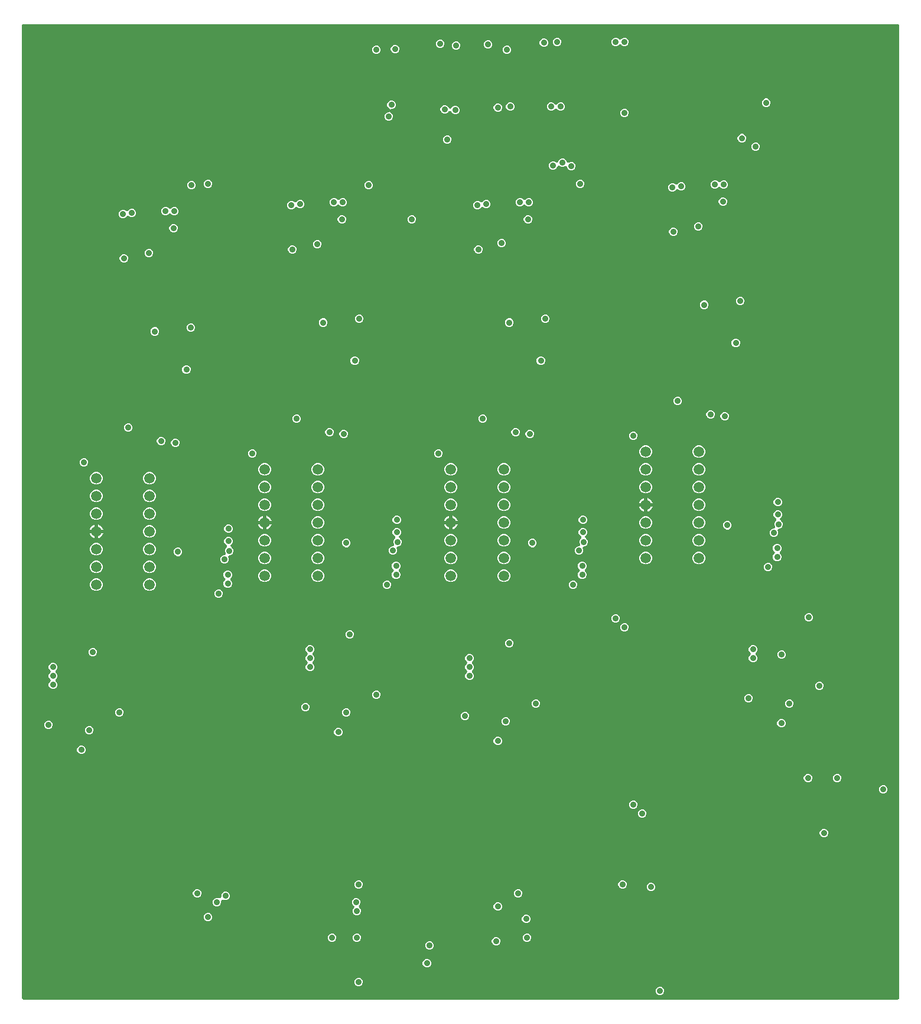
<source format=gbr>
G04 EAGLE Gerber RS-274X export*
G75*
%MOMM*%
%FSLAX34Y34*%
%LPD*%
%INCopper Layer 2*%
%IPPOS*%
%AMOC8*
5,1,8,0,0,1.08239X$1,22.5*%
G01*
%ADD10C,1.498600*%
%ADD11C,0.914400*%
%ADD12C,0.254000*%

G36*
X1089695Y482604D02*
X1089695Y482604D01*
X1089729Y482602D01*
X1089918Y482624D01*
X1090109Y482641D01*
X1090142Y482650D01*
X1090176Y482654D01*
X1090359Y482709D01*
X1090543Y482759D01*
X1090574Y482774D01*
X1090607Y482784D01*
X1090778Y482871D01*
X1090950Y482953D01*
X1090978Y482973D01*
X1091009Y482988D01*
X1091161Y483104D01*
X1091316Y483215D01*
X1091340Y483240D01*
X1091367Y483260D01*
X1091496Y483400D01*
X1091630Y483537D01*
X1091649Y483566D01*
X1091673Y483592D01*
X1091775Y483753D01*
X1091882Y483910D01*
X1091896Y483942D01*
X1091914Y483971D01*
X1091987Y484148D01*
X1092064Y484322D01*
X1092072Y484356D01*
X1092085Y484388D01*
X1092125Y484575D01*
X1092171Y484760D01*
X1092173Y484794D01*
X1092180Y484828D01*
X1092199Y485140D01*
X1092199Y1877060D01*
X1092196Y1877095D01*
X1092198Y1877129D01*
X1092176Y1877318D01*
X1092159Y1877509D01*
X1092150Y1877542D01*
X1092146Y1877576D01*
X1092091Y1877759D01*
X1092041Y1877943D01*
X1092026Y1877974D01*
X1092016Y1878007D01*
X1091929Y1878178D01*
X1091847Y1878350D01*
X1091827Y1878378D01*
X1091812Y1878409D01*
X1091696Y1878561D01*
X1091585Y1878716D01*
X1091560Y1878740D01*
X1091540Y1878767D01*
X1091400Y1878896D01*
X1091263Y1879030D01*
X1091234Y1879049D01*
X1091208Y1879073D01*
X1091047Y1879175D01*
X1090890Y1879282D01*
X1090858Y1879296D01*
X1090829Y1879314D01*
X1090652Y1879387D01*
X1090478Y1879464D01*
X1090444Y1879472D01*
X1090412Y1879485D01*
X1090225Y1879525D01*
X1090040Y1879571D01*
X1090006Y1879573D01*
X1089972Y1879580D01*
X1089660Y1879599D01*
X-162560Y1879599D01*
X-162595Y1879596D01*
X-162629Y1879598D01*
X-162818Y1879576D01*
X-163009Y1879559D01*
X-163042Y1879550D01*
X-163076Y1879546D01*
X-163259Y1879491D01*
X-163443Y1879441D01*
X-163474Y1879426D01*
X-163507Y1879416D01*
X-163678Y1879329D01*
X-163850Y1879247D01*
X-163878Y1879227D01*
X-163909Y1879212D01*
X-164061Y1879096D01*
X-164216Y1878985D01*
X-164240Y1878960D01*
X-164267Y1878940D01*
X-164396Y1878800D01*
X-164530Y1878663D01*
X-164549Y1878634D01*
X-164573Y1878608D01*
X-164675Y1878447D01*
X-164782Y1878290D01*
X-164796Y1878258D01*
X-164814Y1878229D01*
X-164887Y1878052D01*
X-164964Y1877878D01*
X-164972Y1877844D01*
X-164985Y1877812D01*
X-165025Y1877625D01*
X-165071Y1877440D01*
X-165073Y1877406D01*
X-165080Y1877372D01*
X-165099Y1877060D01*
X-165099Y485140D01*
X-165096Y485105D01*
X-165098Y485071D01*
X-165076Y484882D01*
X-165059Y484691D01*
X-165050Y484658D01*
X-165046Y484624D01*
X-164991Y484441D01*
X-164941Y484257D01*
X-164926Y484226D01*
X-164916Y484193D01*
X-164829Y484022D01*
X-164747Y483850D01*
X-164727Y483822D01*
X-164712Y483791D01*
X-164596Y483639D01*
X-164485Y483484D01*
X-164460Y483460D01*
X-164440Y483433D01*
X-164300Y483304D01*
X-164163Y483170D01*
X-164134Y483151D01*
X-164108Y483127D01*
X-163947Y483025D01*
X-163790Y482918D01*
X-163758Y482904D01*
X-163729Y482886D01*
X-163552Y482813D01*
X-163378Y482736D01*
X-163344Y482728D01*
X-163312Y482715D01*
X-163125Y482675D01*
X-162940Y482629D01*
X-162906Y482627D01*
X-162872Y482620D01*
X-162560Y482601D01*
X1089660Y482601D01*
X1089695Y482604D01*
G37*
%LPC*%
G36*
X621087Y1670303D02*
X621087Y1670303D01*
X618846Y1671231D01*
X617131Y1672947D01*
X616316Y1674914D01*
X616300Y1674945D01*
X616289Y1674978D01*
X616196Y1675144D01*
X616108Y1675314D01*
X616087Y1675341D01*
X616070Y1675371D01*
X615949Y1675518D01*
X615832Y1675670D01*
X615806Y1675693D01*
X615784Y1675720D01*
X615639Y1675844D01*
X615498Y1675971D01*
X615469Y1675989D01*
X615442Y1676012D01*
X615277Y1676109D01*
X615116Y1676209D01*
X615083Y1676222D01*
X615053Y1676239D01*
X614874Y1676305D01*
X614697Y1676376D01*
X614663Y1676383D01*
X614631Y1676395D01*
X614443Y1676428D01*
X614256Y1676466D01*
X614221Y1676467D01*
X614187Y1676473D01*
X613997Y1676472D01*
X613806Y1676477D01*
X613772Y1676471D01*
X613737Y1676471D01*
X613550Y1676437D01*
X613361Y1676408D01*
X613328Y1676397D01*
X613294Y1676390D01*
X612999Y1676289D01*
X610813Y1675383D01*
X608387Y1675383D01*
X606132Y1676317D01*
X606114Y1676336D01*
X605999Y1676421D01*
X605889Y1676512D01*
X605818Y1676553D01*
X605751Y1676602D01*
X605623Y1676665D01*
X605498Y1676736D01*
X605421Y1676763D01*
X605346Y1676800D01*
X605209Y1676839D01*
X605074Y1676887D01*
X604992Y1676900D01*
X604913Y1676923D01*
X604771Y1676937D01*
X604630Y1676960D01*
X604547Y1676959D01*
X604465Y1676967D01*
X604322Y1676956D01*
X604180Y1676954D01*
X604099Y1676938D01*
X604016Y1676932D01*
X603878Y1676896D01*
X603737Y1676868D01*
X603661Y1676839D01*
X603581Y1676818D01*
X603451Y1676758D01*
X603317Y1676706D01*
X603247Y1676663D01*
X603172Y1676629D01*
X603055Y1676547D01*
X602933Y1676472D01*
X602871Y1676418D01*
X602803Y1676370D01*
X602703Y1676269D01*
X602595Y1676174D01*
X602544Y1676109D01*
X602486Y1676051D01*
X602405Y1675933D01*
X602316Y1675821D01*
X602277Y1675748D01*
X602230Y1675681D01*
X602122Y1675459D01*
X602103Y1675424D01*
X602100Y1675414D01*
X602093Y1675400D01*
X601274Y1673422D01*
X599559Y1671706D01*
X597318Y1670778D01*
X594892Y1670778D01*
X592651Y1671706D01*
X590936Y1673421D01*
X590008Y1675662D01*
X590008Y1678088D01*
X590936Y1680329D01*
X592651Y1682044D01*
X594892Y1682972D01*
X597318Y1682972D01*
X599573Y1682038D01*
X599591Y1682019D01*
X599706Y1681934D01*
X599816Y1681843D01*
X599887Y1681802D01*
X599954Y1681753D01*
X600082Y1681690D01*
X600207Y1681619D01*
X600284Y1681592D01*
X600359Y1681555D01*
X600496Y1681516D01*
X600631Y1681468D01*
X600713Y1681455D01*
X600792Y1681432D01*
X600934Y1681418D01*
X601075Y1681395D01*
X601158Y1681396D01*
X601240Y1681388D01*
X601383Y1681399D01*
X601525Y1681401D01*
X601606Y1681417D01*
X601689Y1681423D01*
X601827Y1681459D01*
X601968Y1681487D01*
X602044Y1681516D01*
X602124Y1681537D01*
X602254Y1681597D01*
X602388Y1681649D01*
X602458Y1681692D01*
X602533Y1681726D01*
X602650Y1681808D01*
X602772Y1681883D01*
X602834Y1681937D01*
X602902Y1681985D01*
X603002Y1682086D01*
X603110Y1682181D01*
X603161Y1682246D01*
X603219Y1682304D01*
X603300Y1682422D01*
X603389Y1682534D01*
X603428Y1682607D01*
X603475Y1682674D01*
X603583Y1682896D01*
X603602Y1682931D01*
X603605Y1682941D01*
X603612Y1682955D01*
X604431Y1684933D01*
X606146Y1686649D01*
X608387Y1687577D01*
X610813Y1687577D01*
X613054Y1686649D01*
X614769Y1684933D01*
X615584Y1682966D01*
X615600Y1682935D01*
X615611Y1682902D01*
X615704Y1682736D01*
X615792Y1682566D01*
X615813Y1682539D01*
X615830Y1682509D01*
X615951Y1682362D01*
X616068Y1682210D01*
X616094Y1682187D01*
X616116Y1682160D01*
X616261Y1682036D01*
X616402Y1681909D01*
X616431Y1681891D01*
X616458Y1681868D01*
X616623Y1681771D01*
X616784Y1681671D01*
X616817Y1681658D01*
X616847Y1681641D01*
X617026Y1681575D01*
X617203Y1681504D01*
X617237Y1681497D01*
X617269Y1681485D01*
X617457Y1681452D01*
X617644Y1681414D01*
X617679Y1681413D01*
X617713Y1681407D01*
X617903Y1681408D01*
X618094Y1681403D01*
X618128Y1681409D01*
X618163Y1681409D01*
X618350Y1681443D01*
X618539Y1681472D01*
X618572Y1681483D01*
X618606Y1681490D01*
X618901Y1681591D01*
X621087Y1682497D01*
X623513Y1682497D01*
X625754Y1681569D01*
X627469Y1679854D01*
X628397Y1677613D01*
X628397Y1675187D01*
X627469Y1672946D01*
X625754Y1671231D01*
X623513Y1670303D01*
X621087Y1670303D01*
G37*
%LPD*%
%LPC*%
G36*
X365426Y1119515D02*
X365426Y1119515D01*
X363185Y1120443D01*
X361470Y1122158D01*
X360542Y1124399D01*
X360542Y1126824D01*
X361470Y1129065D01*
X363185Y1130780D01*
X365426Y1131708D01*
X365554Y1131708D01*
X365636Y1131716D01*
X365718Y1131714D01*
X365859Y1131736D01*
X366002Y1131748D01*
X366082Y1131770D01*
X366163Y1131783D01*
X366298Y1131829D01*
X366437Y1131867D01*
X366511Y1131902D01*
X366589Y1131929D01*
X366714Y1131999D01*
X366843Y1132060D01*
X366910Y1132108D01*
X366982Y1132148D01*
X367093Y1132239D01*
X367209Y1132322D01*
X367267Y1132381D01*
X367330Y1132434D01*
X367423Y1132542D01*
X367523Y1132645D01*
X367569Y1132713D01*
X367623Y1132776D01*
X367695Y1132899D01*
X367775Y1133018D01*
X367809Y1133093D01*
X367850Y1133164D01*
X367900Y1133299D01*
X367958Y1133430D01*
X367977Y1133510D01*
X368006Y1133587D01*
X368030Y1133728D01*
X368064Y1133867D01*
X368069Y1133949D01*
X368084Y1134031D01*
X368083Y1134174D01*
X368092Y1134317D01*
X368082Y1134399D01*
X368082Y1134481D01*
X368056Y1134621D01*
X368040Y1134764D01*
X368016Y1134843D01*
X368001Y1134924D01*
X367921Y1135157D01*
X367910Y1135195D01*
X367905Y1135204D01*
X367900Y1135219D01*
X367283Y1136707D01*
X367283Y1139133D01*
X368211Y1141374D01*
X369436Y1142598D01*
X369489Y1142662D01*
X369549Y1142718D01*
X369633Y1142834D01*
X369725Y1142944D01*
X369766Y1143015D01*
X369815Y1143082D01*
X369877Y1143210D01*
X369948Y1143335D01*
X369976Y1143412D01*
X370012Y1143486D01*
X370051Y1143624D01*
X370099Y1143759D01*
X370113Y1143840D01*
X370135Y1143919D01*
X370149Y1144062D01*
X370173Y1144203D01*
X370172Y1144286D01*
X370180Y1144367D01*
X370169Y1144510D01*
X370167Y1144653D01*
X370151Y1144734D01*
X370144Y1144816D01*
X370108Y1144955D01*
X370081Y1145095D01*
X370051Y1145172D01*
X370030Y1145252D01*
X369970Y1145382D01*
X369919Y1145515D01*
X369876Y1145586D01*
X369841Y1145661D01*
X369759Y1145778D01*
X369685Y1145900D01*
X369630Y1145962D01*
X369583Y1146029D01*
X369481Y1146130D01*
X369387Y1146237D01*
X369322Y1146289D01*
X369264Y1146347D01*
X369146Y1146428D01*
X369034Y1146517D01*
X368961Y1146556D01*
X368893Y1146603D01*
X368672Y1146711D01*
X368662Y1146716D01*
X366941Y1148436D01*
X366013Y1150677D01*
X366013Y1153103D01*
X366941Y1155344D01*
X368656Y1157059D01*
X370897Y1157987D01*
X373323Y1157987D01*
X375564Y1157059D01*
X377279Y1155344D01*
X378207Y1153103D01*
X378207Y1150677D01*
X377279Y1148436D01*
X376054Y1147212D01*
X376001Y1147148D01*
X375941Y1147092D01*
X375857Y1146976D01*
X375765Y1146866D01*
X375724Y1146795D01*
X375675Y1146728D01*
X375613Y1146600D01*
X375542Y1146475D01*
X375514Y1146398D01*
X375478Y1146324D01*
X375439Y1146186D01*
X375391Y1146051D01*
X375377Y1145970D01*
X375355Y1145891D01*
X375341Y1145748D01*
X375317Y1145607D01*
X375318Y1145524D01*
X375310Y1145443D01*
X375321Y1145300D01*
X375323Y1145157D01*
X375339Y1145076D01*
X375346Y1144994D01*
X375382Y1144855D01*
X375409Y1144715D01*
X375439Y1144638D01*
X375460Y1144558D01*
X375520Y1144428D01*
X375571Y1144295D01*
X375614Y1144224D01*
X375649Y1144149D01*
X375731Y1144032D01*
X375805Y1143910D01*
X375860Y1143848D01*
X375907Y1143781D01*
X376009Y1143680D01*
X376103Y1143573D01*
X376168Y1143521D01*
X376226Y1143463D01*
X376344Y1143382D01*
X376456Y1143293D01*
X376529Y1143254D01*
X376597Y1143207D01*
X376818Y1143099D01*
X376828Y1143094D01*
X378549Y1141374D01*
X379477Y1139133D01*
X379477Y1136707D01*
X378549Y1134466D01*
X376834Y1132751D01*
X374593Y1131823D01*
X374465Y1131823D01*
X374383Y1131816D01*
X374300Y1131818D01*
X374159Y1131796D01*
X374016Y1131783D01*
X373937Y1131762D01*
X373855Y1131749D01*
X373720Y1131703D01*
X373582Y1131665D01*
X373508Y1131629D01*
X373430Y1131603D01*
X373304Y1131533D01*
X373175Y1131471D01*
X373108Y1131424D01*
X373036Y1131383D01*
X372926Y1131293D01*
X372809Y1131209D01*
X372752Y1131150D01*
X372688Y1131098D01*
X372595Y1130989D01*
X372495Y1130887D01*
X372449Y1130818D01*
X372396Y1130756D01*
X372323Y1130632D01*
X372243Y1130514D01*
X372210Y1130438D01*
X372168Y1130367D01*
X372119Y1130233D01*
X372061Y1130102D01*
X372041Y1130022D01*
X372013Y1129944D01*
X371988Y1129803D01*
X371954Y1129664D01*
X371949Y1129582D01*
X371935Y1129501D01*
X371935Y1129358D01*
X371926Y1129215D01*
X371936Y1129133D01*
X371936Y1129051D01*
X371962Y1128910D01*
X371979Y1128768D01*
X372002Y1128689D01*
X372017Y1128608D01*
X372097Y1128374D01*
X372109Y1128337D01*
X372114Y1128327D01*
X372119Y1128312D01*
X372735Y1126824D01*
X372735Y1124399D01*
X371807Y1122158D01*
X370092Y1120443D01*
X367851Y1119515D01*
X365426Y1119515D01*
G37*
%LPD*%
%LPC*%
G36*
X124126Y1106815D02*
X124126Y1106815D01*
X121885Y1107743D01*
X120170Y1109458D01*
X119242Y1111699D01*
X119242Y1114124D01*
X120170Y1116365D01*
X121885Y1118080D01*
X124126Y1119008D01*
X124254Y1119008D01*
X124336Y1119016D01*
X124418Y1119014D01*
X124559Y1119036D01*
X124702Y1119048D01*
X124782Y1119070D01*
X124863Y1119083D01*
X124998Y1119129D01*
X125137Y1119167D01*
X125211Y1119202D01*
X125289Y1119229D01*
X125414Y1119299D01*
X125543Y1119360D01*
X125610Y1119408D01*
X125682Y1119448D01*
X125793Y1119539D01*
X125909Y1119622D01*
X125967Y1119681D01*
X126030Y1119734D01*
X126123Y1119842D01*
X126223Y1119945D01*
X126269Y1120013D01*
X126323Y1120076D01*
X126395Y1120199D01*
X126475Y1120318D01*
X126509Y1120393D01*
X126550Y1120465D01*
X126600Y1120599D01*
X126658Y1120730D01*
X126677Y1120810D01*
X126706Y1120887D01*
X126730Y1121028D01*
X126764Y1121167D01*
X126769Y1121249D01*
X126784Y1121331D01*
X126783Y1121474D01*
X126792Y1121617D01*
X126782Y1121699D01*
X126782Y1121781D01*
X126756Y1121921D01*
X126740Y1122064D01*
X126716Y1122143D01*
X126701Y1122224D01*
X126621Y1122457D01*
X126610Y1122495D01*
X126605Y1122504D01*
X126600Y1122519D01*
X125983Y1124007D01*
X125983Y1126433D01*
X126911Y1128674D01*
X128136Y1129898D01*
X128189Y1129962D01*
X128249Y1130018D01*
X128333Y1130134D01*
X128425Y1130244D01*
X128466Y1130315D01*
X128515Y1130382D01*
X128577Y1130510D01*
X128648Y1130635D01*
X128676Y1130712D01*
X128712Y1130786D01*
X128751Y1130924D01*
X128799Y1131059D01*
X128813Y1131140D01*
X128835Y1131219D01*
X128849Y1131362D01*
X128873Y1131503D01*
X128872Y1131586D01*
X128880Y1131667D01*
X128869Y1131810D01*
X128867Y1131953D01*
X128851Y1132034D01*
X128844Y1132116D01*
X128808Y1132255D01*
X128781Y1132395D01*
X128751Y1132472D01*
X128730Y1132552D01*
X128670Y1132682D01*
X128619Y1132815D01*
X128576Y1132886D01*
X128541Y1132961D01*
X128459Y1133078D01*
X128385Y1133200D01*
X128330Y1133262D01*
X128283Y1133329D01*
X128181Y1133430D01*
X128087Y1133537D01*
X128022Y1133589D01*
X127964Y1133647D01*
X127846Y1133728D01*
X127734Y1133817D01*
X127661Y1133856D01*
X127593Y1133903D01*
X127372Y1134011D01*
X127362Y1134016D01*
X125641Y1135736D01*
X124713Y1137977D01*
X124713Y1140403D01*
X125641Y1142644D01*
X127356Y1144359D01*
X129597Y1145287D01*
X132023Y1145287D01*
X134264Y1144359D01*
X135979Y1142644D01*
X136907Y1140403D01*
X136907Y1137977D01*
X135979Y1135736D01*
X134754Y1134512D01*
X134701Y1134448D01*
X134641Y1134392D01*
X134557Y1134276D01*
X134465Y1134166D01*
X134424Y1134095D01*
X134375Y1134028D01*
X134312Y1133899D01*
X134242Y1133775D01*
X134214Y1133698D01*
X134178Y1133624D01*
X134139Y1133486D01*
X134091Y1133351D01*
X134077Y1133270D01*
X134055Y1133191D01*
X134041Y1133048D01*
X134017Y1132907D01*
X134018Y1132824D01*
X134010Y1132743D01*
X134021Y1132600D01*
X134023Y1132457D01*
X134039Y1132376D01*
X134046Y1132294D01*
X134082Y1132155D01*
X134109Y1132015D01*
X134139Y1131938D01*
X134160Y1131858D01*
X134220Y1131728D01*
X134271Y1131595D01*
X134314Y1131524D01*
X134349Y1131449D01*
X134431Y1131332D01*
X134505Y1131210D01*
X134560Y1131148D01*
X134607Y1131081D01*
X134709Y1130980D01*
X134803Y1130873D01*
X134868Y1130821D01*
X134926Y1130763D01*
X135044Y1130682D01*
X135156Y1130593D01*
X135229Y1130554D01*
X135297Y1130507D01*
X135518Y1130399D01*
X135528Y1130394D01*
X137249Y1128674D01*
X138177Y1126433D01*
X138177Y1124007D01*
X137249Y1121766D01*
X135534Y1120051D01*
X133293Y1119123D01*
X133165Y1119123D01*
X133083Y1119116D01*
X133000Y1119118D01*
X132859Y1119096D01*
X132716Y1119083D01*
X132637Y1119062D01*
X132555Y1119049D01*
X132420Y1119003D01*
X132282Y1118965D01*
X132208Y1118930D01*
X132130Y1118903D01*
X132004Y1118833D01*
X131875Y1118771D01*
X131808Y1118724D01*
X131736Y1118683D01*
X131626Y1118593D01*
X131509Y1118509D01*
X131452Y1118450D01*
X131388Y1118398D01*
X131295Y1118289D01*
X131195Y1118187D01*
X131149Y1118118D01*
X131095Y1118056D01*
X131023Y1117932D01*
X130943Y1117814D01*
X130910Y1117738D01*
X130868Y1117667D01*
X130819Y1117533D01*
X130761Y1117402D01*
X130741Y1117322D01*
X130713Y1117244D01*
X130688Y1117103D01*
X130654Y1116964D01*
X130649Y1116882D01*
X130635Y1116801D01*
X130635Y1116658D01*
X130626Y1116515D01*
X130636Y1116433D01*
X130636Y1116351D01*
X130662Y1116210D01*
X130679Y1116068D01*
X130702Y1115989D01*
X130717Y1115908D01*
X130797Y1115675D01*
X130809Y1115637D01*
X130814Y1115627D01*
X130819Y1115612D01*
X131435Y1114124D01*
X131435Y1111699D01*
X130507Y1109458D01*
X128792Y1107743D01*
X126551Y1106815D01*
X124126Y1106815D01*
G37*
%LPD*%
%LPC*%
G36*
X911526Y1144915D02*
X911526Y1144915D01*
X909285Y1145843D01*
X907570Y1147558D01*
X906642Y1149799D01*
X906642Y1152224D01*
X907570Y1154465D01*
X909285Y1156180D01*
X911526Y1157108D01*
X911654Y1157108D01*
X911736Y1157116D01*
X911818Y1157114D01*
X911959Y1157136D01*
X912102Y1157148D01*
X912182Y1157170D01*
X912263Y1157183D01*
X912398Y1157229D01*
X912537Y1157267D01*
X912611Y1157302D01*
X912689Y1157329D01*
X912814Y1157399D01*
X912943Y1157460D01*
X913010Y1157508D01*
X913082Y1157548D01*
X913193Y1157639D01*
X913309Y1157722D01*
X913367Y1157781D01*
X913430Y1157834D01*
X913523Y1157942D01*
X913623Y1158045D01*
X913669Y1158113D01*
X913723Y1158176D01*
X913795Y1158299D01*
X913875Y1158418D01*
X913909Y1158493D01*
X913950Y1158565D01*
X914000Y1158699D01*
X914058Y1158830D01*
X914077Y1158910D01*
X914106Y1158987D01*
X914130Y1159128D01*
X914164Y1159267D01*
X914169Y1159349D01*
X914184Y1159431D01*
X914183Y1159574D01*
X914192Y1159717D01*
X914182Y1159799D01*
X914182Y1159881D01*
X914156Y1160021D01*
X914140Y1160164D01*
X914116Y1160243D01*
X914101Y1160324D01*
X914021Y1160557D01*
X914010Y1160595D01*
X914005Y1160604D01*
X914000Y1160619D01*
X913383Y1162107D01*
X913383Y1164533D01*
X914311Y1166774D01*
X915536Y1167998D01*
X915589Y1168062D01*
X915649Y1168118D01*
X915733Y1168234D01*
X915825Y1168344D01*
X915866Y1168415D01*
X915915Y1168482D01*
X915977Y1168610D01*
X916048Y1168735D01*
X916076Y1168812D01*
X916112Y1168886D01*
X916151Y1169024D01*
X916199Y1169159D01*
X916213Y1169240D01*
X916235Y1169319D01*
X916249Y1169462D01*
X916273Y1169603D01*
X916272Y1169686D01*
X916280Y1169767D01*
X916269Y1169910D01*
X916267Y1170053D01*
X916251Y1170134D01*
X916244Y1170216D01*
X916208Y1170355D01*
X916181Y1170495D01*
X916151Y1170572D01*
X916130Y1170652D01*
X916070Y1170782D01*
X916019Y1170915D01*
X915976Y1170986D01*
X915941Y1171061D01*
X915859Y1171178D01*
X915785Y1171300D01*
X915730Y1171362D01*
X915683Y1171429D01*
X915581Y1171530D01*
X915487Y1171637D01*
X915422Y1171689D01*
X915364Y1171747D01*
X915246Y1171828D01*
X915134Y1171917D01*
X915061Y1171956D01*
X914993Y1172003D01*
X914772Y1172111D01*
X914762Y1172116D01*
X913041Y1173836D01*
X912113Y1176077D01*
X912113Y1178503D01*
X913041Y1180744D01*
X914756Y1182459D01*
X916997Y1183387D01*
X919423Y1183387D01*
X921664Y1182459D01*
X923379Y1180744D01*
X924307Y1178503D01*
X924307Y1176077D01*
X923379Y1173836D01*
X922154Y1172612D01*
X922101Y1172548D01*
X922041Y1172492D01*
X921957Y1172376D01*
X921865Y1172266D01*
X921824Y1172195D01*
X921775Y1172128D01*
X921713Y1172000D01*
X921642Y1171875D01*
X921614Y1171798D01*
X921578Y1171724D01*
X921539Y1171586D01*
X921491Y1171451D01*
X921477Y1171370D01*
X921455Y1171291D01*
X921441Y1171148D01*
X921417Y1171007D01*
X921418Y1170924D01*
X921410Y1170843D01*
X921421Y1170700D01*
X921423Y1170557D01*
X921439Y1170476D01*
X921446Y1170394D01*
X921482Y1170255D01*
X921509Y1170115D01*
X921539Y1170038D01*
X921560Y1169958D01*
X921620Y1169828D01*
X921671Y1169695D01*
X921714Y1169624D01*
X921749Y1169549D01*
X921831Y1169432D01*
X921905Y1169310D01*
X921960Y1169248D01*
X922007Y1169181D01*
X922109Y1169080D01*
X922203Y1168973D01*
X922268Y1168921D01*
X922326Y1168863D01*
X922444Y1168782D01*
X922556Y1168693D01*
X922629Y1168654D01*
X922697Y1168607D01*
X922918Y1168499D01*
X922928Y1168494D01*
X924649Y1166774D01*
X925577Y1164533D01*
X925577Y1162107D01*
X924649Y1159866D01*
X922934Y1158151D01*
X920693Y1157223D01*
X920565Y1157223D01*
X920483Y1157216D01*
X920400Y1157218D01*
X920259Y1157196D01*
X920116Y1157183D01*
X920037Y1157162D01*
X919955Y1157149D01*
X919820Y1157103D01*
X919682Y1157065D01*
X919608Y1157030D01*
X919530Y1157003D01*
X919404Y1156933D01*
X919275Y1156871D01*
X919208Y1156824D01*
X919136Y1156783D01*
X919026Y1156693D01*
X918909Y1156609D01*
X918852Y1156550D01*
X918788Y1156498D01*
X918695Y1156389D01*
X918595Y1156287D01*
X918549Y1156218D01*
X918495Y1156156D01*
X918423Y1156032D01*
X918343Y1155914D01*
X918310Y1155838D01*
X918268Y1155767D01*
X918219Y1155633D01*
X918161Y1155502D01*
X918141Y1155422D01*
X918113Y1155344D01*
X918088Y1155203D01*
X918054Y1155064D01*
X918049Y1154982D01*
X918035Y1154901D01*
X918035Y1154758D01*
X918026Y1154615D01*
X918036Y1154533D01*
X918036Y1154451D01*
X918062Y1154310D01*
X918079Y1154168D01*
X918102Y1154089D01*
X918117Y1154008D01*
X918197Y1153775D01*
X918209Y1153737D01*
X918214Y1153727D01*
X918219Y1153712D01*
X918835Y1152224D01*
X918835Y1149799D01*
X917907Y1147558D01*
X916192Y1145843D01*
X913951Y1144915D01*
X911526Y1144915D01*
G37*
%LPD*%
%LPC*%
G36*
X632126Y1119515D02*
X632126Y1119515D01*
X629885Y1120443D01*
X628170Y1122158D01*
X627242Y1124399D01*
X627242Y1126824D01*
X628170Y1129065D01*
X629885Y1130780D01*
X632126Y1131708D01*
X632254Y1131708D01*
X632336Y1131716D01*
X632418Y1131714D01*
X632559Y1131736D01*
X632702Y1131748D01*
X632782Y1131770D01*
X632863Y1131783D01*
X632998Y1131829D01*
X633137Y1131867D01*
X633211Y1131902D01*
X633289Y1131929D01*
X633414Y1131999D01*
X633543Y1132060D01*
X633610Y1132108D01*
X633682Y1132148D01*
X633793Y1132239D01*
X633909Y1132322D01*
X633967Y1132381D01*
X634030Y1132434D01*
X634123Y1132542D01*
X634223Y1132645D01*
X634269Y1132713D01*
X634323Y1132776D01*
X634395Y1132899D01*
X634475Y1133018D01*
X634509Y1133093D01*
X634550Y1133165D01*
X634600Y1133299D01*
X634658Y1133430D01*
X634677Y1133510D01*
X634706Y1133587D01*
X634730Y1133728D01*
X634764Y1133867D01*
X634769Y1133949D01*
X634784Y1134031D01*
X634783Y1134174D01*
X634792Y1134317D01*
X634782Y1134399D01*
X634782Y1134481D01*
X634756Y1134621D01*
X634740Y1134764D01*
X634716Y1134843D01*
X634701Y1134924D01*
X634621Y1135157D01*
X634610Y1135195D01*
X634605Y1135204D01*
X634600Y1135219D01*
X633983Y1136707D01*
X633983Y1139133D01*
X634911Y1141374D01*
X636136Y1142598D01*
X636189Y1142662D01*
X636249Y1142718D01*
X636333Y1142834D01*
X636425Y1142944D01*
X636466Y1143015D01*
X636515Y1143082D01*
X636577Y1143210D01*
X636648Y1143335D01*
X636676Y1143412D01*
X636712Y1143486D01*
X636751Y1143624D01*
X636799Y1143759D01*
X636813Y1143840D01*
X636835Y1143919D01*
X636849Y1144062D01*
X636873Y1144203D01*
X636872Y1144286D01*
X636880Y1144367D01*
X636869Y1144510D01*
X636867Y1144653D01*
X636851Y1144734D01*
X636844Y1144816D01*
X636808Y1144955D01*
X636781Y1145095D01*
X636751Y1145172D01*
X636730Y1145252D01*
X636670Y1145382D01*
X636619Y1145515D01*
X636576Y1145586D01*
X636541Y1145661D01*
X636459Y1145778D01*
X636385Y1145900D01*
X636330Y1145962D01*
X636283Y1146029D01*
X636181Y1146130D01*
X636087Y1146237D01*
X636022Y1146289D01*
X635964Y1146347D01*
X635846Y1146428D01*
X635734Y1146517D01*
X635661Y1146556D01*
X635593Y1146603D01*
X635372Y1146711D01*
X635362Y1146716D01*
X633641Y1148436D01*
X632713Y1150677D01*
X632713Y1153103D01*
X633641Y1155344D01*
X635356Y1157059D01*
X637597Y1157987D01*
X640023Y1157987D01*
X642264Y1157059D01*
X643979Y1155344D01*
X644907Y1153103D01*
X644907Y1150677D01*
X643979Y1148436D01*
X642754Y1147212D01*
X642701Y1147149D01*
X642641Y1147092D01*
X642557Y1146976D01*
X642465Y1146866D01*
X642424Y1146795D01*
X642375Y1146728D01*
X642312Y1146600D01*
X642242Y1146475D01*
X642214Y1146398D01*
X642178Y1146324D01*
X642139Y1146186D01*
X642091Y1146051D01*
X642077Y1145970D01*
X642055Y1145890D01*
X642041Y1145748D01*
X642017Y1145607D01*
X642018Y1145525D01*
X642010Y1145442D01*
X642021Y1145300D01*
X642023Y1145157D01*
X642039Y1145076D01*
X642046Y1144994D01*
X642082Y1144855D01*
X642109Y1144715D01*
X642139Y1144638D01*
X642160Y1144558D01*
X642220Y1144428D01*
X642271Y1144295D01*
X642314Y1144224D01*
X642349Y1144149D01*
X642431Y1144032D01*
X642505Y1143910D01*
X642560Y1143848D01*
X642607Y1143781D01*
X642709Y1143680D01*
X642803Y1143573D01*
X642868Y1143521D01*
X642926Y1143463D01*
X643044Y1143382D01*
X643156Y1143293D01*
X643229Y1143254D01*
X643297Y1143207D01*
X643518Y1143099D01*
X643528Y1143094D01*
X645249Y1141374D01*
X646177Y1139133D01*
X646177Y1136707D01*
X645249Y1134466D01*
X643534Y1132751D01*
X641293Y1131823D01*
X641165Y1131823D01*
X641083Y1131816D01*
X641000Y1131818D01*
X640859Y1131796D01*
X640716Y1131783D01*
X640637Y1131762D01*
X640555Y1131749D01*
X640420Y1131703D01*
X640282Y1131665D01*
X640208Y1131630D01*
X640130Y1131603D01*
X640004Y1131533D01*
X639875Y1131471D01*
X639808Y1131424D01*
X639736Y1131383D01*
X639626Y1131293D01*
X639509Y1131209D01*
X639452Y1131150D01*
X639388Y1131098D01*
X639295Y1130989D01*
X639195Y1130887D01*
X639149Y1130818D01*
X639095Y1130756D01*
X639023Y1130632D01*
X638943Y1130514D01*
X638910Y1130438D01*
X638868Y1130367D01*
X638819Y1130233D01*
X638761Y1130102D01*
X638741Y1130022D01*
X638713Y1129944D01*
X638688Y1129803D01*
X638654Y1129664D01*
X638649Y1129582D01*
X638635Y1129501D01*
X638635Y1129358D01*
X638626Y1129215D01*
X638636Y1129133D01*
X638636Y1129051D01*
X638662Y1128910D01*
X638679Y1128768D01*
X638702Y1128689D01*
X638717Y1128608D01*
X638797Y1128375D01*
X638809Y1128337D01*
X638814Y1128327D01*
X638819Y1128312D01*
X639435Y1126824D01*
X639435Y1124399D01*
X638507Y1122158D01*
X636792Y1120443D01*
X634551Y1119515D01*
X632126Y1119515D01*
G37*
%LPD*%
%LPC*%
G36*
X246437Y952753D02*
X246437Y952753D01*
X244196Y953681D01*
X242481Y955396D01*
X241553Y957637D01*
X241553Y960063D01*
X242481Y962304D01*
X243582Y963404D01*
X243605Y963431D01*
X243631Y963454D01*
X243749Y963603D01*
X243871Y963750D01*
X243889Y963780D01*
X243910Y963807D01*
X244000Y963975D01*
X244095Y964141D01*
X244106Y964173D01*
X244123Y964204D01*
X244181Y964385D01*
X244245Y964565D01*
X244251Y964599D01*
X244262Y964632D01*
X244288Y964821D01*
X244319Y965009D01*
X244318Y965044D01*
X244323Y965078D01*
X244315Y965269D01*
X244313Y965459D01*
X244306Y965494D01*
X244305Y965528D01*
X244264Y965714D01*
X244227Y965902D01*
X244215Y965934D01*
X244207Y965968D01*
X244134Y966144D01*
X244065Y966322D01*
X244047Y966351D01*
X244034Y966383D01*
X243930Y966544D01*
X243831Y966706D01*
X243808Y966732D01*
X243789Y966761D01*
X243582Y966996D01*
X242481Y968096D01*
X241553Y970337D01*
X241553Y972763D01*
X242481Y975004D01*
X243582Y976104D01*
X243605Y976131D01*
X243631Y976154D01*
X243749Y976303D01*
X243871Y976450D01*
X243889Y976480D01*
X243910Y976507D01*
X244000Y976675D01*
X244095Y976841D01*
X244106Y976873D01*
X244123Y976904D01*
X244182Y977085D01*
X244245Y977265D01*
X244251Y977299D01*
X244262Y977332D01*
X244288Y977521D01*
X244319Y977709D01*
X244319Y977744D01*
X244323Y977778D01*
X244315Y977969D01*
X244313Y978160D01*
X244306Y978194D01*
X244305Y978228D01*
X244264Y978414D01*
X244227Y978602D01*
X244215Y978634D01*
X244207Y978668D01*
X244134Y978843D01*
X244065Y979022D01*
X244047Y979051D01*
X244034Y979083D01*
X243930Y979243D01*
X243831Y979406D01*
X243808Y979432D01*
X243789Y979461D01*
X243582Y979696D01*
X242481Y980796D01*
X241553Y983037D01*
X241553Y985463D01*
X242481Y987704D01*
X244196Y989419D01*
X246437Y990347D01*
X248863Y990347D01*
X251104Y989419D01*
X252819Y987704D01*
X253747Y985463D01*
X253747Y983037D01*
X252819Y980796D01*
X251718Y979696D01*
X251695Y979669D01*
X251669Y979646D01*
X251551Y979497D01*
X251429Y979350D01*
X251411Y979320D01*
X251390Y979293D01*
X251300Y979125D01*
X251205Y978959D01*
X251194Y978927D01*
X251177Y978896D01*
X251119Y978715D01*
X251055Y978535D01*
X251049Y978501D01*
X251038Y978468D01*
X251012Y978279D01*
X250981Y978091D01*
X250982Y978056D01*
X250977Y978022D01*
X250985Y977831D01*
X250987Y977641D01*
X250994Y977606D01*
X250995Y977572D01*
X251036Y977386D01*
X251073Y977198D01*
X251085Y977166D01*
X251093Y977132D01*
X251166Y976956D01*
X251235Y976778D01*
X251253Y976749D01*
X251266Y976717D01*
X251370Y976556D01*
X251469Y976394D01*
X251492Y976368D01*
X251511Y976339D01*
X251718Y976104D01*
X252819Y975004D01*
X253747Y972763D01*
X253747Y970337D01*
X252819Y968096D01*
X251718Y966996D01*
X251695Y966969D01*
X251669Y966946D01*
X251551Y966797D01*
X251429Y966650D01*
X251411Y966620D01*
X251390Y966593D01*
X251300Y966425D01*
X251205Y966259D01*
X251194Y966227D01*
X251177Y966196D01*
X251118Y966015D01*
X251055Y965835D01*
X251049Y965801D01*
X251038Y965768D01*
X251012Y965579D01*
X250981Y965391D01*
X250981Y965356D01*
X250977Y965322D01*
X250985Y965131D01*
X250987Y964940D01*
X250994Y964906D01*
X250995Y964872D01*
X251036Y964686D01*
X251073Y964498D01*
X251085Y964466D01*
X251093Y964432D01*
X251166Y964257D01*
X251235Y964078D01*
X251253Y964049D01*
X251266Y964017D01*
X251370Y963857D01*
X251469Y963694D01*
X251492Y963668D01*
X251511Y963639D01*
X251718Y963404D01*
X252819Y962304D01*
X253747Y960063D01*
X253747Y957637D01*
X252819Y955396D01*
X251104Y953681D01*
X248863Y952753D01*
X246437Y952753D01*
G37*
%LPD*%
%LPC*%
G36*
X475037Y940053D02*
X475037Y940053D01*
X472796Y940981D01*
X471081Y942696D01*
X470153Y944937D01*
X470153Y947363D01*
X471081Y949604D01*
X472182Y950704D01*
X472205Y950731D01*
X472231Y950754D01*
X472349Y950903D01*
X472471Y951050D01*
X472489Y951080D01*
X472510Y951107D01*
X472600Y951275D01*
X472695Y951441D01*
X472706Y951473D01*
X472723Y951504D01*
X472781Y951685D01*
X472845Y951865D01*
X472851Y951899D01*
X472862Y951932D01*
X472888Y952121D01*
X472919Y952309D01*
X472918Y952344D01*
X472923Y952378D01*
X472915Y952569D01*
X472913Y952759D01*
X472906Y952794D01*
X472905Y952828D01*
X472864Y953014D01*
X472827Y953202D01*
X472815Y953234D01*
X472807Y953268D01*
X472734Y953444D01*
X472665Y953622D01*
X472647Y953651D01*
X472634Y953683D01*
X472530Y953844D01*
X472431Y954006D01*
X472408Y954032D01*
X472389Y954061D01*
X472182Y954296D01*
X471081Y955396D01*
X470153Y957637D01*
X470153Y960063D01*
X471081Y962304D01*
X472182Y963404D01*
X472205Y963431D01*
X472231Y963454D01*
X472349Y963603D01*
X472471Y963750D01*
X472489Y963780D01*
X472510Y963807D01*
X472600Y963975D01*
X472695Y964141D01*
X472706Y964173D01*
X472723Y964204D01*
X472782Y964385D01*
X472845Y964565D01*
X472851Y964599D01*
X472862Y964632D01*
X472888Y964821D01*
X472919Y965009D01*
X472919Y965044D01*
X472923Y965078D01*
X472915Y965269D01*
X472913Y965460D01*
X472906Y965494D01*
X472905Y965528D01*
X472864Y965714D01*
X472827Y965902D01*
X472815Y965934D01*
X472807Y965968D01*
X472734Y966143D01*
X472665Y966322D01*
X472647Y966351D01*
X472634Y966383D01*
X472530Y966543D01*
X472431Y966706D01*
X472408Y966732D01*
X472389Y966761D01*
X472182Y966996D01*
X471081Y968096D01*
X470153Y970337D01*
X470153Y972763D01*
X471081Y975004D01*
X472796Y976719D01*
X475037Y977647D01*
X477463Y977647D01*
X479704Y976719D01*
X481419Y975004D01*
X482347Y972763D01*
X482347Y970337D01*
X481419Y968096D01*
X480318Y966996D01*
X480295Y966969D01*
X480269Y966946D01*
X480151Y966797D01*
X480029Y966650D01*
X480011Y966620D01*
X479990Y966593D01*
X479900Y966425D01*
X479805Y966259D01*
X479794Y966227D01*
X479777Y966196D01*
X479719Y966015D01*
X479655Y965835D01*
X479649Y965801D01*
X479638Y965768D01*
X479612Y965579D01*
X479581Y965391D01*
X479582Y965356D01*
X479577Y965322D01*
X479585Y965131D01*
X479587Y964941D01*
X479594Y964906D01*
X479595Y964872D01*
X479636Y964686D01*
X479673Y964498D01*
X479685Y964466D01*
X479693Y964432D01*
X479766Y964256D01*
X479835Y964078D01*
X479853Y964049D01*
X479866Y964017D01*
X479970Y963856D01*
X480069Y963694D01*
X480092Y963668D01*
X480111Y963639D01*
X480318Y963404D01*
X481419Y962304D01*
X482347Y960063D01*
X482347Y957637D01*
X481419Y955396D01*
X480318Y954296D01*
X480295Y954269D01*
X480269Y954246D01*
X480151Y954097D01*
X480029Y953950D01*
X480011Y953920D01*
X479990Y953893D01*
X479900Y953725D01*
X479805Y953559D01*
X479794Y953527D01*
X479777Y953496D01*
X479718Y953315D01*
X479655Y953135D01*
X479649Y953101D01*
X479638Y953068D01*
X479612Y952879D01*
X479581Y952691D01*
X479581Y952656D01*
X479577Y952622D01*
X479585Y952431D01*
X479587Y952240D01*
X479594Y952206D01*
X479595Y952172D01*
X479636Y951986D01*
X479673Y951798D01*
X479685Y951766D01*
X479693Y951732D01*
X479766Y951557D01*
X479835Y951378D01*
X479853Y951349D01*
X479866Y951317D01*
X479970Y951157D01*
X480069Y950994D01*
X480092Y950968D01*
X480111Y950939D01*
X480318Y950704D01*
X481419Y949604D01*
X482347Y947363D01*
X482347Y944937D01*
X481419Y942696D01*
X479704Y940981D01*
X477463Y940053D01*
X475037Y940053D01*
G37*
%LPD*%
%LPC*%
G36*
X-121863Y927353D02*
X-121863Y927353D01*
X-124104Y928281D01*
X-125819Y929996D01*
X-126747Y932237D01*
X-126747Y934663D01*
X-125819Y936904D01*
X-124718Y938004D01*
X-124695Y938031D01*
X-124669Y938054D01*
X-124551Y938203D01*
X-124429Y938350D01*
X-124411Y938380D01*
X-124390Y938407D01*
X-124300Y938575D01*
X-124205Y938741D01*
X-124194Y938773D01*
X-124177Y938804D01*
X-124119Y938985D01*
X-124055Y939165D01*
X-124049Y939199D01*
X-124038Y939232D01*
X-124012Y939421D01*
X-123981Y939609D01*
X-123982Y939644D01*
X-123977Y939678D01*
X-123985Y939869D01*
X-123987Y940059D01*
X-123994Y940094D01*
X-123995Y940128D01*
X-124036Y940314D01*
X-124073Y940502D01*
X-124085Y940534D01*
X-124093Y940568D01*
X-124166Y940744D01*
X-124235Y940922D01*
X-124253Y940951D01*
X-124266Y940983D01*
X-124370Y941144D01*
X-124469Y941306D01*
X-124492Y941332D01*
X-124511Y941361D01*
X-124718Y941596D01*
X-125819Y942696D01*
X-126747Y944937D01*
X-126747Y947363D01*
X-125819Y949604D01*
X-124718Y950704D01*
X-124695Y950731D01*
X-124669Y950754D01*
X-124551Y950903D01*
X-124429Y951050D01*
X-124411Y951080D01*
X-124390Y951107D01*
X-124300Y951275D01*
X-124205Y951441D01*
X-124194Y951473D01*
X-124177Y951504D01*
X-124118Y951685D01*
X-124055Y951865D01*
X-124049Y951899D01*
X-124038Y951932D01*
X-124012Y952121D01*
X-123981Y952309D01*
X-123981Y952344D01*
X-123977Y952378D01*
X-123985Y952569D01*
X-123987Y952760D01*
X-123994Y952794D01*
X-123995Y952828D01*
X-124036Y953014D01*
X-124073Y953202D01*
X-124085Y953234D01*
X-124093Y953268D01*
X-124166Y953443D01*
X-124235Y953622D01*
X-124253Y953651D01*
X-124266Y953683D01*
X-124370Y953843D01*
X-124469Y954006D01*
X-124492Y954032D01*
X-124511Y954061D01*
X-124718Y954296D01*
X-125819Y955396D01*
X-126747Y957637D01*
X-126747Y960063D01*
X-125819Y962304D01*
X-124104Y964019D01*
X-121863Y964947D01*
X-119437Y964947D01*
X-117196Y964019D01*
X-115481Y962304D01*
X-114553Y960063D01*
X-114553Y957637D01*
X-115481Y955396D01*
X-116582Y954296D01*
X-116605Y954269D01*
X-116631Y954246D01*
X-116749Y954097D01*
X-116871Y953950D01*
X-116889Y953920D01*
X-116910Y953893D01*
X-117000Y953725D01*
X-117095Y953559D01*
X-117106Y953527D01*
X-117123Y953496D01*
X-117181Y953315D01*
X-117245Y953135D01*
X-117251Y953101D01*
X-117262Y953068D01*
X-117288Y952879D01*
X-117319Y952691D01*
X-117318Y952656D01*
X-117323Y952622D01*
X-117315Y952431D01*
X-117313Y952241D01*
X-117306Y952206D01*
X-117305Y952172D01*
X-117264Y951986D01*
X-117227Y951798D01*
X-117215Y951766D01*
X-117207Y951732D01*
X-117134Y951556D01*
X-117065Y951378D01*
X-117047Y951349D01*
X-117034Y951317D01*
X-116930Y951156D01*
X-116831Y950994D01*
X-116808Y950968D01*
X-116789Y950939D01*
X-116582Y950704D01*
X-115481Y949604D01*
X-114553Y947363D01*
X-114553Y944937D01*
X-115481Y942696D01*
X-116582Y941596D01*
X-116605Y941569D01*
X-116631Y941546D01*
X-116749Y941397D01*
X-116871Y941250D01*
X-116889Y941220D01*
X-116910Y941193D01*
X-117000Y941025D01*
X-117095Y940859D01*
X-117106Y940827D01*
X-117123Y940796D01*
X-117182Y940615D01*
X-117245Y940435D01*
X-117251Y940401D01*
X-117262Y940368D01*
X-117288Y940179D01*
X-117319Y939991D01*
X-117319Y939956D01*
X-117323Y939922D01*
X-117315Y939731D01*
X-117313Y939540D01*
X-117306Y939506D01*
X-117305Y939472D01*
X-117263Y939285D01*
X-117227Y939098D01*
X-117215Y939066D01*
X-117207Y939032D01*
X-117134Y938857D01*
X-117065Y938678D01*
X-117047Y938649D01*
X-117034Y938617D01*
X-116930Y938457D01*
X-116831Y938294D01*
X-116808Y938268D01*
X-116789Y938239D01*
X-116582Y938004D01*
X-115481Y936904D01*
X-114553Y934663D01*
X-114553Y932237D01*
X-115481Y929996D01*
X-117196Y928281D01*
X-119437Y927353D01*
X-121863Y927353D01*
G37*
%LPD*%
%LPC*%
G36*
X181086Y1207642D02*
X181086Y1207642D01*
X177772Y1209015D01*
X175235Y1211552D01*
X173862Y1214866D01*
X173862Y1218454D01*
X175235Y1221768D01*
X177772Y1224305D01*
X181086Y1225678D01*
X184674Y1225678D01*
X187988Y1224305D01*
X190525Y1221768D01*
X191898Y1218454D01*
X191898Y1214866D01*
X190525Y1211552D01*
X187988Y1209015D01*
X184674Y1207642D01*
X181086Y1207642D01*
G37*
%LPD*%
%LPC*%
G36*
X257286Y1182242D02*
X257286Y1182242D01*
X253972Y1183615D01*
X251435Y1186152D01*
X250062Y1189466D01*
X250062Y1193054D01*
X251435Y1196368D01*
X253972Y1198905D01*
X257286Y1200278D01*
X260874Y1200278D01*
X264188Y1198905D01*
X266725Y1196368D01*
X268098Y1193054D01*
X268098Y1189466D01*
X266725Y1186152D01*
X264188Y1183615D01*
X260874Y1182242D01*
X257286Y1182242D01*
G37*
%LPD*%
%LPC*%
G36*
X803386Y1207642D02*
X803386Y1207642D01*
X800072Y1209015D01*
X797535Y1211552D01*
X796162Y1214866D01*
X796162Y1218454D01*
X797535Y1221768D01*
X800072Y1224305D01*
X803386Y1225678D01*
X806974Y1225678D01*
X810288Y1224305D01*
X812825Y1221768D01*
X814198Y1218454D01*
X814198Y1214866D01*
X812825Y1211552D01*
X810288Y1209015D01*
X806974Y1207642D01*
X803386Y1207642D01*
G37*
%LPD*%
%LPC*%
G36*
X523986Y1207642D02*
X523986Y1207642D01*
X520672Y1209015D01*
X518135Y1211552D01*
X516762Y1214866D01*
X516762Y1218454D01*
X518135Y1221768D01*
X520672Y1224305D01*
X523986Y1225678D01*
X527574Y1225678D01*
X530888Y1224305D01*
X533425Y1221768D01*
X534798Y1218454D01*
X534798Y1214866D01*
X533425Y1211552D01*
X530888Y1209015D01*
X527574Y1207642D01*
X523986Y1207642D01*
G37*
%LPD*%
%LPC*%
G36*
X447786Y1207642D02*
X447786Y1207642D01*
X444472Y1209015D01*
X441935Y1211552D01*
X440562Y1214866D01*
X440562Y1218454D01*
X441935Y1221768D01*
X444472Y1224305D01*
X447786Y1225678D01*
X451374Y1225678D01*
X454688Y1224305D01*
X457225Y1221768D01*
X458598Y1218454D01*
X458598Y1214866D01*
X457225Y1211552D01*
X454688Y1209015D01*
X451374Y1207642D01*
X447786Y1207642D01*
G37*
%LPD*%
%LPC*%
G36*
X257286Y1207642D02*
X257286Y1207642D01*
X253972Y1209015D01*
X251435Y1211552D01*
X250062Y1214866D01*
X250062Y1218454D01*
X251435Y1221768D01*
X253972Y1224305D01*
X257286Y1225678D01*
X260874Y1225678D01*
X264188Y1224305D01*
X266725Y1221768D01*
X268098Y1218454D01*
X268098Y1214866D01*
X266725Y1211552D01*
X264188Y1209015D01*
X260874Y1207642D01*
X257286Y1207642D01*
G37*
%LPD*%
%LPC*%
G36*
X727186Y1207642D02*
X727186Y1207642D01*
X723872Y1209015D01*
X721335Y1211552D01*
X719962Y1214866D01*
X719962Y1218454D01*
X721335Y1221768D01*
X723872Y1224305D01*
X727186Y1225678D01*
X730774Y1225678D01*
X734088Y1224305D01*
X736625Y1221768D01*
X737998Y1218454D01*
X737998Y1214866D01*
X736625Y1211552D01*
X734088Y1209015D01*
X730774Y1207642D01*
X727186Y1207642D01*
G37*
%LPD*%
%LPC*%
G36*
X15986Y1194942D02*
X15986Y1194942D01*
X12672Y1196315D01*
X10135Y1198852D01*
X8762Y1202166D01*
X8762Y1205754D01*
X10135Y1209068D01*
X12672Y1211605D01*
X15986Y1212978D01*
X19574Y1212978D01*
X22888Y1211605D01*
X25425Y1209068D01*
X26798Y1205754D01*
X26798Y1202166D01*
X25425Y1198852D01*
X22888Y1196315D01*
X19574Y1194942D01*
X15986Y1194942D01*
G37*
%LPD*%
%LPC*%
G36*
X-60214Y1194942D02*
X-60214Y1194942D01*
X-63528Y1196315D01*
X-66065Y1198852D01*
X-67438Y1202166D01*
X-67438Y1205754D01*
X-66065Y1209068D01*
X-63528Y1211605D01*
X-60214Y1212978D01*
X-56626Y1212978D01*
X-53312Y1211605D01*
X-50775Y1209068D01*
X-49402Y1205754D01*
X-49402Y1202166D01*
X-50775Y1198852D01*
X-53312Y1196315D01*
X-56626Y1194942D01*
X-60214Y1194942D01*
G37*
%LPD*%
%LPC*%
G36*
X523986Y1080642D02*
X523986Y1080642D01*
X520672Y1082015D01*
X518135Y1084552D01*
X516762Y1087866D01*
X516762Y1091454D01*
X518135Y1094768D01*
X520672Y1097305D01*
X523986Y1098678D01*
X527574Y1098678D01*
X530888Y1097305D01*
X533425Y1094768D01*
X534798Y1091454D01*
X534798Y1087866D01*
X533425Y1084552D01*
X530888Y1082015D01*
X527574Y1080642D01*
X523986Y1080642D01*
G37*
%LPD*%
%LPC*%
G36*
X803386Y1182242D02*
X803386Y1182242D01*
X800072Y1183615D01*
X797535Y1186152D01*
X796162Y1189466D01*
X796162Y1193054D01*
X797535Y1196368D01*
X800072Y1198905D01*
X803386Y1200278D01*
X806974Y1200278D01*
X810288Y1198905D01*
X812825Y1196368D01*
X814198Y1193054D01*
X814198Y1189466D01*
X812825Y1186152D01*
X810288Y1183615D01*
X806974Y1182242D01*
X803386Y1182242D01*
G37*
%LPD*%
%LPC*%
G36*
X523986Y1182242D02*
X523986Y1182242D01*
X520672Y1183615D01*
X518135Y1186152D01*
X516762Y1189466D01*
X516762Y1193054D01*
X518135Y1196368D01*
X520672Y1198905D01*
X523986Y1200278D01*
X527574Y1200278D01*
X530888Y1198905D01*
X533425Y1196368D01*
X534798Y1193054D01*
X534798Y1189466D01*
X533425Y1186152D01*
X530888Y1183615D01*
X527574Y1182242D01*
X523986Y1182242D01*
G37*
%LPD*%
%LPC*%
G36*
X447786Y1182242D02*
X447786Y1182242D01*
X444472Y1183615D01*
X441935Y1186152D01*
X440562Y1189466D01*
X440562Y1193054D01*
X441935Y1196368D01*
X444472Y1198905D01*
X447786Y1200278D01*
X451374Y1200278D01*
X454688Y1198905D01*
X457225Y1196368D01*
X458598Y1193054D01*
X458598Y1189466D01*
X457225Y1186152D01*
X454688Y1183615D01*
X451374Y1182242D01*
X447786Y1182242D01*
G37*
%LPD*%
%LPC*%
G36*
X-60214Y1169542D02*
X-60214Y1169542D01*
X-63528Y1170915D01*
X-66065Y1173452D01*
X-67438Y1176766D01*
X-67438Y1180354D01*
X-66065Y1183668D01*
X-63528Y1186205D01*
X-60214Y1187578D01*
X-56626Y1187578D01*
X-53312Y1186205D01*
X-50775Y1183668D01*
X-49402Y1180354D01*
X-49402Y1176766D01*
X-50775Y1173452D01*
X-53312Y1170915D01*
X-56626Y1169542D01*
X-60214Y1169542D01*
G37*
%LPD*%
%LPC*%
G36*
X-60214Y1220342D02*
X-60214Y1220342D01*
X-63528Y1221715D01*
X-66065Y1224252D01*
X-67438Y1227566D01*
X-67438Y1231154D01*
X-66065Y1234468D01*
X-63528Y1237005D01*
X-60214Y1238378D01*
X-56626Y1238378D01*
X-53312Y1237005D01*
X-50775Y1234468D01*
X-49402Y1231154D01*
X-49402Y1227566D01*
X-50775Y1224252D01*
X-53312Y1221715D01*
X-56626Y1220342D01*
X-60214Y1220342D01*
G37*
%LPD*%
%LPC*%
G36*
X15986Y1220342D02*
X15986Y1220342D01*
X12672Y1221715D01*
X10135Y1224252D01*
X8762Y1227566D01*
X8762Y1231154D01*
X10135Y1234468D01*
X12672Y1237005D01*
X15986Y1238378D01*
X19574Y1238378D01*
X22888Y1237005D01*
X25425Y1234468D01*
X26798Y1231154D01*
X26798Y1227566D01*
X25425Y1224252D01*
X22888Y1221715D01*
X19574Y1220342D01*
X15986Y1220342D01*
G37*
%LPD*%
%LPC*%
G36*
X727186Y1233042D02*
X727186Y1233042D01*
X723872Y1234415D01*
X721335Y1236952D01*
X719962Y1240266D01*
X719962Y1243854D01*
X721335Y1247168D01*
X723872Y1249705D01*
X727186Y1251078D01*
X730774Y1251078D01*
X734088Y1249705D01*
X736625Y1247168D01*
X737998Y1243854D01*
X737998Y1240266D01*
X736625Y1236952D01*
X734088Y1234415D01*
X730774Y1233042D01*
X727186Y1233042D01*
G37*
%LPD*%
%LPC*%
G36*
X257286Y1233042D02*
X257286Y1233042D01*
X253972Y1234415D01*
X251435Y1236952D01*
X250062Y1240266D01*
X250062Y1243854D01*
X251435Y1247168D01*
X253972Y1249705D01*
X257286Y1251078D01*
X260874Y1251078D01*
X264188Y1249705D01*
X266725Y1247168D01*
X268098Y1243854D01*
X268098Y1240266D01*
X266725Y1236952D01*
X264188Y1234415D01*
X260874Y1233042D01*
X257286Y1233042D01*
G37*
%LPD*%
%LPC*%
G36*
X447786Y1233042D02*
X447786Y1233042D01*
X444472Y1234415D01*
X441935Y1236952D01*
X440562Y1240266D01*
X440562Y1243854D01*
X441935Y1247168D01*
X444472Y1249705D01*
X447786Y1251078D01*
X451374Y1251078D01*
X454688Y1249705D01*
X457225Y1247168D01*
X458598Y1243854D01*
X458598Y1240266D01*
X457225Y1236952D01*
X454688Y1234415D01*
X451374Y1233042D01*
X447786Y1233042D01*
G37*
%LPD*%
%LPC*%
G36*
X523986Y1233042D02*
X523986Y1233042D01*
X520672Y1234415D01*
X518135Y1236952D01*
X516762Y1240266D01*
X516762Y1243854D01*
X518135Y1247168D01*
X520672Y1249705D01*
X523986Y1251078D01*
X527574Y1251078D01*
X530888Y1249705D01*
X533425Y1247168D01*
X534798Y1243854D01*
X534798Y1240266D01*
X533425Y1236952D01*
X530888Y1234415D01*
X527574Y1233042D01*
X523986Y1233042D01*
G37*
%LPD*%
%LPC*%
G36*
X803386Y1233042D02*
X803386Y1233042D01*
X800072Y1234415D01*
X797535Y1236952D01*
X796162Y1240266D01*
X796162Y1243854D01*
X797535Y1247168D01*
X800072Y1249705D01*
X803386Y1251078D01*
X806974Y1251078D01*
X810288Y1249705D01*
X812825Y1247168D01*
X814198Y1243854D01*
X814198Y1240266D01*
X812825Y1236952D01*
X810288Y1234415D01*
X806974Y1233042D01*
X803386Y1233042D01*
G37*
%LPD*%
%LPC*%
G36*
X181086Y1233042D02*
X181086Y1233042D01*
X177772Y1234415D01*
X175235Y1236952D01*
X173862Y1240266D01*
X173862Y1243854D01*
X175235Y1247168D01*
X177772Y1249705D01*
X181086Y1251078D01*
X184674Y1251078D01*
X187988Y1249705D01*
X190525Y1247168D01*
X191898Y1243854D01*
X191898Y1240266D01*
X190525Y1236952D01*
X187988Y1234415D01*
X184674Y1233042D01*
X181086Y1233042D01*
G37*
%LPD*%
%LPC*%
G36*
X447786Y1080642D02*
X447786Y1080642D01*
X444472Y1082015D01*
X441935Y1084552D01*
X440562Y1087866D01*
X440562Y1091454D01*
X441935Y1094768D01*
X444472Y1097305D01*
X447786Y1098678D01*
X451374Y1098678D01*
X454688Y1097305D01*
X457225Y1094768D01*
X458598Y1091454D01*
X458598Y1087866D01*
X457225Y1084552D01*
X454688Y1082015D01*
X451374Y1080642D01*
X447786Y1080642D01*
G37*
%LPD*%
%LPC*%
G36*
X257286Y1080642D02*
X257286Y1080642D01*
X253972Y1082015D01*
X251435Y1084552D01*
X250062Y1087866D01*
X250062Y1091454D01*
X251435Y1094768D01*
X253972Y1097305D01*
X257286Y1098678D01*
X260874Y1098678D01*
X264188Y1097305D01*
X266725Y1094768D01*
X268098Y1091454D01*
X268098Y1087866D01*
X266725Y1084552D01*
X264188Y1082015D01*
X260874Y1080642D01*
X257286Y1080642D01*
G37*
%LPD*%
%LPC*%
G36*
X181086Y1080642D02*
X181086Y1080642D01*
X177772Y1082015D01*
X175235Y1084552D01*
X173862Y1087866D01*
X173862Y1091454D01*
X175235Y1094768D01*
X177772Y1097305D01*
X181086Y1098678D01*
X184674Y1098678D01*
X187988Y1097305D01*
X190525Y1094768D01*
X191898Y1091454D01*
X191898Y1087866D01*
X190525Y1084552D01*
X187988Y1082015D01*
X184674Y1080642D01*
X181086Y1080642D01*
G37*
%LPD*%
%LPC*%
G36*
X727186Y1258442D02*
X727186Y1258442D01*
X723872Y1259815D01*
X721335Y1262352D01*
X719962Y1265666D01*
X719962Y1269254D01*
X721335Y1272568D01*
X723872Y1275105D01*
X727186Y1276478D01*
X730774Y1276478D01*
X734088Y1275105D01*
X736625Y1272568D01*
X737998Y1269254D01*
X737998Y1265666D01*
X736625Y1262352D01*
X734088Y1259815D01*
X730774Y1258442D01*
X727186Y1258442D01*
G37*
%LPD*%
%LPC*%
G36*
X803386Y1258442D02*
X803386Y1258442D01*
X800072Y1259815D01*
X797535Y1262352D01*
X796162Y1265666D01*
X796162Y1269254D01*
X797535Y1272568D01*
X800072Y1275105D01*
X803386Y1276478D01*
X806974Y1276478D01*
X810288Y1275105D01*
X812825Y1272568D01*
X814198Y1269254D01*
X814198Y1265666D01*
X812825Y1262352D01*
X810288Y1259815D01*
X806974Y1258442D01*
X803386Y1258442D01*
G37*
%LPD*%
%LPC*%
G36*
X15986Y1067942D02*
X15986Y1067942D01*
X12672Y1069315D01*
X10135Y1071852D01*
X8762Y1075166D01*
X8762Y1078754D01*
X10135Y1082068D01*
X12672Y1084605D01*
X15986Y1085978D01*
X19574Y1085978D01*
X22888Y1084605D01*
X25425Y1082068D01*
X26798Y1078754D01*
X26798Y1075166D01*
X25425Y1071852D01*
X22888Y1069315D01*
X19574Y1067942D01*
X15986Y1067942D01*
G37*
%LPD*%
%LPC*%
G36*
X-60214Y1067942D02*
X-60214Y1067942D01*
X-63528Y1069315D01*
X-66065Y1071852D01*
X-67438Y1075166D01*
X-67438Y1078754D01*
X-66065Y1082068D01*
X-63528Y1084605D01*
X-60214Y1085978D01*
X-56626Y1085978D01*
X-53312Y1084605D01*
X-50775Y1082068D01*
X-49402Y1078754D01*
X-49402Y1075166D01*
X-50775Y1071852D01*
X-53312Y1069315D01*
X-56626Y1067942D01*
X-60214Y1067942D01*
G37*
%LPD*%
%LPC*%
G36*
X523986Y1156842D02*
X523986Y1156842D01*
X520672Y1158215D01*
X518135Y1160752D01*
X516762Y1164066D01*
X516762Y1167654D01*
X518135Y1170968D01*
X520672Y1173505D01*
X523986Y1174878D01*
X527574Y1174878D01*
X530888Y1173505D01*
X533425Y1170968D01*
X534798Y1167654D01*
X534798Y1164066D01*
X533425Y1160752D01*
X530888Y1158215D01*
X527574Y1156842D01*
X523986Y1156842D01*
G37*
%LPD*%
%LPC*%
G36*
X257286Y1131442D02*
X257286Y1131442D01*
X253972Y1132815D01*
X251435Y1135352D01*
X250062Y1138666D01*
X250062Y1142254D01*
X251435Y1145568D01*
X253972Y1148105D01*
X257286Y1149478D01*
X260874Y1149478D01*
X264188Y1148105D01*
X266725Y1145568D01*
X268098Y1142254D01*
X268098Y1138666D01*
X266725Y1135352D01*
X264188Y1132815D01*
X260874Y1131442D01*
X257286Y1131442D01*
G37*
%LPD*%
%LPC*%
G36*
X727186Y1131442D02*
X727186Y1131442D01*
X723872Y1132815D01*
X721335Y1135352D01*
X719962Y1138666D01*
X719962Y1142254D01*
X721335Y1145568D01*
X723872Y1148105D01*
X727186Y1149478D01*
X730774Y1149478D01*
X734088Y1148105D01*
X736625Y1145568D01*
X737998Y1142254D01*
X737998Y1138666D01*
X736625Y1135352D01*
X734088Y1132815D01*
X730774Y1131442D01*
X727186Y1131442D01*
G37*
%LPD*%
%LPC*%
G36*
X803386Y1131442D02*
X803386Y1131442D01*
X800072Y1132815D01*
X797535Y1135352D01*
X796162Y1138666D01*
X796162Y1142254D01*
X797535Y1145568D01*
X800072Y1148105D01*
X803386Y1149478D01*
X806974Y1149478D01*
X810288Y1148105D01*
X812825Y1145568D01*
X814198Y1142254D01*
X814198Y1138666D01*
X812825Y1135352D01*
X810288Y1132815D01*
X806974Y1131442D01*
X803386Y1131442D01*
G37*
%LPD*%
%LPC*%
G36*
X523986Y1131442D02*
X523986Y1131442D01*
X520672Y1132815D01*
X518135Y1135352D01*
X516762Y1138666D01*
X516762Y1142254D01*
X518135Y1145568D01*
X520672Y1148105D01*
X523986Y1149478D01*
X527574Y1149478D01*
X530888Y1148105D01*
X533425Y1145568D01*
X534798Y1142254D01*
X534798Y1138666D01*
X533425Y1135352D01*
X530888Y1132815D01*
X527574Y1131442D01*
X523986Y1131442D01*
G37*
%LPD*%
%LPC*%
G36*
X181086Y1131442D02*
X181086Y1131442D01*
X177772Y1132815D01*
X175235Y1135352D01*
X173862Y1138666D01*
X173862Y1142254D01*
X175235Y1145568D01*
X177772Y1148105D01*
X181086Y1149478D01*
X184674Y1149478D01*
X187988Y1148105D01*
X190525Y1145568D01*
X191898Y1142254D01*
X191898Y1138666D01*
X190525Y1135352D01*
X187988Y1132815D01*
X184674Y1131442D01*
X181086Y1131442D01*
G37*
%LPD*%
%LPC*%
G36*
X447786Y1131442D02*
X447786Y1131442D01*
X444472Y1132815D01*
X441935Y1135352D01*
X440562Y1138666D01*
X440562Y1142254D01*
X441935Y1145568D01*
X444472Y1148105D01*
X447786Y1149478D01*
X451374Y1149478D01*
X454688Y1148105D01*
X457225Y1145568D01*
X458598Y1142254D01*
X458598Y1138666D01*
X457225Y1135352D01*
X454688Y1132815D01*
X451374Y1131442D01*
X447786Y1131442D01*
G37*
%LPD*%
%LPC*%
G36*
X15986Y1144142D02*
X15986Y1144142D01*
X12672Y1145515D01*
X10135Y1148052D01*
X8762Y1151366D01*
X8762Y1154954D01*
X10135Y1158268D01*
X12672Y1160805D01*
X15986Y1162178D01*
X19574Y1162178D01*
X22888Y1160805D01*
X25425Y1158268D01*
X26798Y1154954D01*
X26798Y1151366D01*
X25425Y1148052D01*
X22888Y1145515D01*
X19574Y1144142D01*
X15986Y1144142D01*
G37*
%LPD*%
%LPC*%
G36*
X15986Y1118742D02*
X15986Y1118742D01*
X12672Y1120115D01*
X10135Y1122652D01*
X8762Y1125966D01*
X8762Y1129554D01*
X10135Y1132868D01*
X12672Y1135405D01*
X15986Y1136778D01*
X19574Y1136778D01*
X22888Y1135405D01*
X25425Y1132868D01*
X26798Y1129554D01*
X26798Y1125966D01*
X25425Y1122652D01*
X22888Y1120115D01*
X19574Y1118742D01*
X15986Y1118742D01*
G37*
%LPD*%
%LPC*%
G36*
X-60214Y1118742D02*
X-60214Y1118742D01*
X-63528Y1120115D01*
X-66065Y1122652D01*
X-67438Y1125966D01*
X-67438Y1129554D01*
X-66065Y1132868D01*
X-63528Y1135405D01*
X-60214Y1136778D01*
X-56626Y1136778D01*
X-53312Y1135405D01*
X-50775Y1132868D01*
X-49402Y1129554D01*
X-49402Y1125966D01*
X-50775Y1122652D01*
X-53312Y1120115D01*
X-56626Y1118742D01*
X-60214Y1118742D01*
G37*
%LPD*%
%LPC*%
G36*
X803386Y1106042D02*
X803386Y1106042D01*
X800072Y1107415D01*
X797535Y1109952D01*
X796162Y1113266D01*
X796162Y1116854D01*
X797535Y1120168D01*
X800072Y1122705D01*
X803386Y1124078D01*
X806974Y1124078D01*
X810288Y1122705D01*
X812825Y1120168D01*
X814198Y1116854D01*
X814198Y1113266D01*
X812825Y1109952D01*
X810288Y1107415D01*
X806974Y1106042D01*
X803386Y1106042D01*
G37*
%LPD*%
%LPC*%
G36*
X257286Y1156842D02*
X257286Y1156842D01*
X253972Y1158215D01*
X251435Y1160752D01*
X250062Y1164066D01*
X250062Y1167654D01*
X251435Y1170968D01*
X253972Y1173505D01*
X257286Y1174878D01*
X260874Y1174878D01*
X264188Y1173505D01*
X266725Y1170968D01*
X268098Y1167654D01*
X268098Y1164066D01*
X266725Y1160752D01*
X264188Y1158215D01*
X260874Y1156842D01*
X257286Y1156842D01*
G37*
%LPD*%
%LPC*%
G36*
X181086Y1182242D02*
X181086Y1182242D01*
X177772Y1183615D01*
X175235Y1186152D01*
X173862Y1189466D01*
X173862Y1193054D01*
X175235Y1196368D01*
X177772Y1198905D01*
X181086Y1200278D01*
X184674Y1200278D01*
X187988Y1198905D01*
X190525Y1196368D01*
X191898Y1193054D01*
X191898Y1189466D01*
X190525Y1186152D01*
X187988Y1183615D01*
X184674Y1182242D01*
X181086Y1182242D01*
G37*
%LPD*%
%LPC*%
G36*
X727186Y1156842D02*
X727186Y1156842D01*
X723872Y1158215D01*
X721335Y1160752D01*
X719962Y1164066D01*
X719962Y1167654D01*
X721335Y1170968D01*
X723872Y1173505D01*
X727186Y1174878D01*
X730774Y1174878D01*
X734088Y1173505D01*
X736625Y1170968D01*
X737998Y1167654D01*
X737998Y1164066D01*
X736625Y1160752D01*
X734088Y1158215D01*
X730774Y1156842D01*
X727186Y1156842D01*
G37*
%LPD*%
%LPC*%
G36*
X181086Y1106042D02*
X181086Y1106042D01*
X177772Y1107415D01*
X175235Y1109952D01*
X173862Y1113266D01*
X173862Y1116854D01*
X175235Y1120168D01*
X177772Y1122705D01*
X181086Y1124078D01*
X184674Y1124078D01*
X187988Y1122705D01*
X190525Y1120168D01*
X191898Y1116854D01*
X191898Y1113266D01*
X190525Y1109952D01*
X187988Y1107415D01*
X184674Y1106042D01*
X181086Y1106042D01*
G37*
%LPD*%
%LPC*%
G36*
X-60214Y1093342D02*
X-60214Y1093342D01*
X-63528Y1094715D01*
X-66065Y1097252D01*
X-67438Y1100566D01*
X-67438Y1104154D01*
X-66065Y1107468D01*
X-63528Y1110005D01*
X-60214Y1111378D01*
X-56626Y1111378D01*
X-53312Y1110005D01*
X-50775Y1107468D01*
X-49402Y1104154D01*
X-49402Y1100566D01*
X-50775Y1097252D01*
X-53312Y1094715D01*
X-56626Y1093342D01*
X-60214Y1093342D01*
G37*
%LPD*%
%LPC*%
G36*
X15986Y1169542D02*
X15986Y1169542D01*
X12672Y1170915D01*
X10135Y1173452D01*
X8762Y1176766D01*
X8762Y1180354D01*
X10135Y1183668D01*
X12672Y1186205D01*
X15986Y1187578D01*
X19574Y1187578D01*
X22888Y1186205D01*
X25425Y1183668D01*
X26798Y1180354D01*
X26798Y1176766D01*
X25425Y1173452D01*
X22888Y1170915D01*
X19574Y1169542D01*
X15986Y1169542D01*
G37*
%LPD*%
%LPC*%
G36*
X15986Y1093342D02*
X15986Y1093342D01*
X12672Y1094715D01*
X10135Y1097252D01*
X8762Y1100566D01*
X8762Y1104154D01*
X10135Y1107468D01*
X12672Y1110005D01*
X15986Y1111378D01*
X19574Y1111378D01*
X22888Y1110005D01*
X25425Y1107468D01*
X26798Y1104154D01*
X26798Y1100566D01*
X25425Y1097252D01*
X22888Y1094715D01*
X19574Y1093342D01*
X15986Y1093342D01*
G37*
%LPD*%
%LPC*%
G36*
X803386Y1156842D02*
X803386Y1156842D01*
X800072Y1158215D01*
X797535Y1160752D01*
X796162Y1164066D01*
X796162Y1167654D01*
X797535Y1170968D01*
X800072Y1173505D01*
X803386Y1174878D01*
X806974Y1174878D01*
X810288Y1173505D01*
X812825Y1170968D01*
X814198Y1167654D01*
X814198Y1164066D01*
X812825Y1160752D01*
X810288Y1158215D01*
X806974Y1156842D01*
X803386Y1156842D01*
G37*
%LPD*%
%LPC*%
G36*
X257286Y1106042D02*
X257286Y1106042D01*
X253972Y1107415D01*
X251435Y1109952D01*
X250062Y1113266D01*
X250062Y1116854D01*
X251435Y1120168D01*
X253972Y1122705D01*
X257286Y1124078D01*
X260874Y1124078D01*
X264188Y1122705D01*
X266725Y1120168D01*
X268098Y1116854D01*
X268098Y1113266D01*
X266725Y1109952D01*
X264188Y1107415D01*
X260874Y1106042D01*
X257286Y1106042D01*
G37*
%LPD*%
%LPC*%
G36*
X447786Y1106042D02*
X447786Y1106042D01*
X444472Y1107415D01*
X441935Y1109952D01*
X440562Y1113266D01*
X440562Y1116854D01*
X441935Y1120168D01*
X444472Y1122705D01*
X447786Y1124078D01*
X451374Y1124078D01*
X454688Y1122705D01*
X457225Y1120168D01*
X458598Y1116854D01*
X458598Y1113266D01*
X457225Y1109952D01*
X454688Y1107415D01*
X451374Y1106042D01*
X447786Y1106042D01*
G37*
%LPD*%
%LPC*%
G36*
X523986Y1106042D02*
X523986Y1106042D01*
X520672Y1107415D01*
X518135Y1109952D01*
X516762Y1113266D01*
X516762Y1116854D01*
X518135Y1120168D01*
X520672Y1122705D01*
X523986Y1124078D01*
X527574Y1124078D01*
X530888Y1122705D01*
X533425Y1120168D01*
X534798Y1116854D01*
X534798Y1113266D01*
X533425Y1109952D01*
X530888Y1107415D01*
X527574Y1106042D01*
X523986Y1106042D01*
G37*
%LPD*%
%LPC*%
G36*
X727186Y1106042D02*
X727186Y1106042D01*
X723872Y1107415D01*
X721335Y1109952D01*
X719962Y1113266D01*
X719962Y1116854D01*
X721335Y1120168D01*
X723872Y1122705D01*
X727186Y1124078D01*
X730774Y1124078D01*
X734088Y1122705D01*
X736625Y1120168D01*
X737998Y1116854D01*
X737998Y1113266D01*
X736625Y1109952D01*
X734088Y1107415D01*
X730774Y1106042D01*
X727186Y1106042D01*
G37*
%LPD*%
%LPC*%
G36*
X454717Y1750313D02*
X454717Y1750313D01*
X452476Y1751241D01*
X450761Y1752957D01*
X450393Y1753846D01*
X450333Y1753961D01*
X450281Y1754081D01*
X450229Y1754161D01*
X450184Y1754245D01*
X450105Y1754348D01*
X450033Y1754457D01*
X449967Y1754526D01*
X449909Y1754601D01*
X449812Y1754688D01*
X449722Y1754782D01*
X449645Y1754839D01*
X449574Y1754903D01*
X449464Y1754972D01*
X449359Y1755048D01*
X449273Y1755090D01*
X449192Y1755141D01*
X449071Y1755189D01*
X448954Y1755246D01*
X448863Y1755272D01*
X448774Y1755307D01*
X448646Y1755333D01*
X448521Y1755369D01*
X448426Y1755378D01*
X448333Y1755398D01*
X448203Y1755401D01*
X448073Y1755414D01*
X447978Y1755406D01*
X447883Y1755408D01*
X447754Y1755388D01*
X447624Y1755378D01*
X447532Y1755354D01*
X447438Y1755339D01*
X447315Y1755297D01*
X447189Y1755264D01*
X447102Y1755224D01*
X447012Y1755193D01*
X446898Y1755130D01*
X446780Y1755075D01*
X446702Y1755020D01*
X446619Y1754974D01*
X446518Y1754891D01*
X446411Y1754817D01*
X446344Y1754749D01*
X446270Y1754689D01*
X446186Y1754590D01*
X446094Y1754497D01*
X446040Y1754419D01*
X445978Y1754346D01*
X445977Y1754345D01*
X444144Y1752511D01*
X441903Y1751583D01*
X439477Y1751583D01*
X437236Y1752511D01*
X435521Y1754226D01*
X434593Y1756467D01*
X434593Y1758893D01*
X435521Y1761134D01*
X437236Y1762849D01*
X439477Y1763777D01*
X441903Y1763777D01*
X444144Y1762849D01*
X445859Y1761133D01*
X446227Y1760244D01*
X446287Y1760129D01*
X446339Y1760009D01*
X446391Y1759929D01*
X446436Y1759845D01*
X446515Y1759742D01*
X446587Y1759633D01*
X446653Y1759564D01*
X446711Y1759489D01*
X446808Y1759402D01*
X446898Y1759308D01*
X446975Y1759251D01*
X447046Y1759187D01*
X447156Y1759118D01*
X447261Y1759042D01*
X447347Y1759000D01*
X447428Y1758949D01*
X447549Y1758901D01*
X447666Y1758844D01*
X447757Y1758818D01*
X447846Y1758783D01*
X447974Y1758757D01*
X448099Y1758721D01*
X448194Y1758712D01*
X448287Y1758692D01*
X448417Y1758689D01*
X448547Y1758676D01*
X448642Y1758684D01*
X448737Y1758682D01*
X448866Y1758702D01*
X448996Y1758712D01*
X449088Y1758736D01*
X449182Y1758751D01*
X449305Y1758793D01*
X449431Y1758826D01*
X449518Y1758866D01*
X449608Y1758897D01*
X449722Y1758960D01*
X449840Y1759015D01*
X449918Y1759070D01*
X450001Y1759116D01*
X450102Y1759199D01*
X450209Y1759273D01*
X450276Y1759341D01*
X450350Y1759401D01*
X450434Y1759500D01*
X450526Y1759593D01*
X450580Y1759671D01*
X450642Y1759744D01*
X450643Y1759745D01*
X452476Y1761579D01*
X454717Y1762507D01*
X457143Y1762507D01*
X459384Y1761579D01*
X461099Y1759864D01*
X462027Y1757623D01*
X462027Y1755197D01*
X461099Y1752956D01*
X459384Y1751241D01*
X457143Y1750313D01*
X454717Y1750313D01*
G37*
%LPD*%
%LPC*%
G36*
X592009Y1755393D02*
X592009Y1755393D01*
X589768Y1756321D01*
X588053Y1758036D01*
X587125Y1760277D01*
X587125Y1762703D01*
X588053Y1764944D01*
X589768Y1766659D01*
X592009Y1767587D01*
X594435Y1767587D01*
X596676Y1766659D01*
X598345Y1764989D01*
X598372Y1764966D01*
X598395Y1764940D01*
X598544Y1764822D01*
X598691Y1764700D01*
X598721Y1764682D01*
X598748Y1764661D01*
X598916Y1764571D01*
X599082Y1764476D01*
X599114Y1764465D01*
X599145Y1764448D01*
X599326Y1764390D01*
X599506Y1764326D01*
X599540Y1764320D01*
X599573Y1764309D01*
X599762Y1764283D01*
X599950Y1764252D01*
X599985Y1764253D01*
X600019Y1764248D01*
X600210Y1764256D01*
X600400Y1764258D01*
X600435Y1764265D01*
X600469Y1764266D01*
X600655Y1764307D01*
X600843Y1764344D01*
X600875Y1764356D01*
X600909Y1764364D01*
X601085Y1764437D01*
X601263Y1764506D01*
X601292Y1764524D01*
X601324Y1764537D01*
X601485Y1764641D01*
X601647Y1764740D01*
X601673Y1764763D01*
X601702Y1764782D01*
X601937Y1764989D01*
X603606Y1766659D01*
X605847Y1767587D01*
X608273Y1767587D01*
X610514Y1766659D01*
X612229Y1764944D01*
X613157Y1762703D01*
X613157Y1760277D01*
X612229Y1758036D01*
X610514Y1756321D01*
X608273Y1755393D01*
X605847Y1755393D01*
X603606Y1756321D01*
X601937Y1757991D01*
X601910Y1758014D01*
X601887Y1758040D01*
X601738Y1758158D01*
X601591Y1758280D01*
X601561Y1758298D01*
X601534Y1758319D01*
X601366Y1758409D01*
X601200Y1758504D01*
X601168Y1758515D01*
X601137Y1758532D01*
X600956Y1758590D01*
X600776Y1758654D01*
X600742Y1758660D01*
X600709Y1758671D01*
X600520Y1758697D01*
X600332Y1758728D01*
X600297Y1758728D01*
X600263Y1758732D01*
X600072Y1758724D01*
X599881Y1758722D01*
X599847Y1758715D01*
X599813Y1758714D01*
X599627Y1758673D01*
X599439Y1758636D01*
X599407Y1758624D01*
X599373Y1758616D01*
X599198Y1758543D01*
X599019Y1758474D01*
X598990Y1758456D01*
X598958Y1758443D01*
X598798Y1758339D01*
X598635Y1758240D01*
X598609Y1758217D01*
X598580Y1758198D01*
X598345Y1757991D01*
X596676Y1756321D01*
X594435Y1755393D01*
X592009Y1755393D01*
G37*
%LPD*%
%LPC*%
G36*
X113087Y616203D02*
X113087Y616203D01*
X110846Y617131D01*
X109131Y618846D01*
X108203Y621087D01*
X108203Y623513D01*
X109131Y625754D01*
X110846Y627469D01*
X113087Y628397D01*
X115513Y628397D01*
X117072Y627751D01*
X117151Y627726D01*
X117226Y627693D01*
X117366Y627659D01*
X117502Y627616D01*
X117584Y627606D01*
X117664Y627586D01*
X117806Y627577D01*
X117949Y627559D01*
X118031Y627563D01*
X118113Y627558D01*
X118255Y627575D01*
X118398Y627582D01*
X118479Y627601D01*
X118560Y627610D01*
X118697Y627652D01*
X118837Y627684D01*
X118912Y627717D01*
X118991Y627741D01*
X119119Y627806D01*
X119250Y627862D01*
X119319Y627908D01*
X119393Y627945D01*
X119506Y628031D01*
X119626Y628110D01*
X119686Y628167D01*
X119751Y628217D01*
X119848Y628322D01*
X119952Y628421D01*
X120001Y628488D01*
X120057Y628548D01*
X120133Y628669D01*
X120218Y628784D01*
X120254Y628859D01*
X120298Y628928D01*
X120353Y629061D01*
X120416Y629189D01*
X120438Y629268D01*
X120469Y629345D01*
X120499Y629485D01*
X120539Y629622D01*
X120547Y629704D01*
X120564Y629785D01*
X120579Y630031D01*
X120583Y630070D01*
X120582Y630081D01*
X120583Y630097D01*
X120583Y632403D01*
X121511Y634644D01*
X123226Y636359D01*
X125467Y637287D01*
X127893Y637287D01*
X130134Y636359D01*
X131849Y634644D01*
X132777Y632403D01*
X132777Y629977D01*
X131849Y627736D01*
X130134Y626021D01*
X127893Y625093D01*
X125467Y625093D01*
X123908Y625739D01*
X123829Y625764D01*
X123754Y625797D01*
X123615Y625831D01*
X123478Y625874D01*
X123396Y625884D01*
X123316Y625904D01*
X123174Y625913D01*
X123031Y625931D01*
X122949Y625927D01*
X122867Y625932D01*
X122725Y625915D01*
X122582Y625908D01*
X122502Y625889D01*
X122420Y625880D01*
X122282Y625838D01*
X122143Y625806D01*
X122068Y625773D01*
X121989Y625749D01*
X121861Y625684D01*
X121730Y625628D01*
X121661Y625582D01*
X121587Y625545D01*
X121473Y625458D01*
X121354Y625379D01*
X121294Y625323D01*
X121229Y625273D01*
X121132Y625168D01*
X121028Y625069D01*
X120979Y625002D01*
X120923Y624942D01*
X120846Y624821D01*
X120762Y624705D01*
X120726Y624632D01*
X120682Y624562D01*
X120627Y624430D01*
X120564Y624301D01*
X120542Y624222D01*
X120511Y624145D01*
X120481Y624005D01*
X120441Y623868D01*
X120433Y623786D01*
X120416Y623705D01*
X120401Y623459D01*
X120397Y623420D01*
X120398Y623409D01*
X120397Y623393D01*
X120397Y621087D01*
X119469Y618846D01*
X117754Y617131D01*
X115513Y616203D01*
X113087Y616203D01*
G37*
%LPD*%
%LPC*%
G36*
X765867Y1639823D02*
X765867Y1639823D01*
X763626Y1640751D01*
X761911Y1642466D01*
X760983Y1644707D01*
X760983Y1647133D01*
X761911Y1649374D01*
X763626Y1651089D01*
X765867Y1652017D01*
X768293Y1652017D01*
X770533Y1651089D01*
X770999Y1650623D01*
X771026Y1650600D01*
X771049Y1650574D01*
X771198Y1650457D01*
X771345Y1650334D01*
X771375Y1650316D01*
X771402Y1650295D01*
X771570Y1650205D01*
X771736Y1650110D01*
X771768Y1650099D01*
X771799Y1650082D01*
X771980Y1650023D01*
X772160Y1649960D01*
X772194Y1649954D01*
X772227Y1649943D01*
X772417Y1649917D01*
X772604Y1649886D01*
X772639Y1649887D01*
X772673Y1649882D01*
X772864Y1649890D01*
X773054Y1649892D01*
X773088Y1649899D01*
X773123Y1649900D01*
X773309Y1649941D01*
X773497Y1649978D01*
X773529Y1649990D01*
X773563Y1649998D01*
X773739Y1650071D01*
X773917Y1650140D01*
X773946Y1650158D01*
X773978Y1650171D01*
X774139Y1650275D01*
X774301Y1650374D01*
X774327Y1650397D01*
X774356Y1650416D01*
X774591Y1650623D01*
X776326Y1652359D01*
X778567Y1653287D01*
X780993Y1653287D01*
X783234Y1652359D01*
X784949Y1650644D01*
X785877Y1648403D01*
X785877Y1645977D01*
X784949Y1643736D01*
X783234Y1642021D01*
X780993Y1641093D01*
X778567Y1641093D01*
X776326Y1642021D01*
X775861Y1642487D01*
X775834Y1642510D01*
X775811Y1642536D01*
X775662Y1642654D01*
X775515Y1642776D01*
X775485Y1642794D01*
X775458Y1642815D01*
X775290Y1642905D01*
X775124Y1643000D01*
X775092Y1643011D01*
X775061Y1643028D01*
X774880Y1643086D01*
X774700Y1643150D01*
X774666Y1643156D01*
X774633Y1643167D01*
X774444Y1643193D01*
X774256Y1643224D01*
X774221Y1643224D01*
X774187Y1643228D01*
X773996Y1643220D01*
X773805Y1643218D01*
X773771Y1643211D01*
X773737Y1643210D01*
X773551Y1643169D01*
X773363Y1643132D01*
X773331Y1643120D01*
X773297Y1643112D01*
X773122Y1643039D01*
X772943Y1642970D01*
X772914Y1642952D01*
X772882Y1642939D01*
X772722Y1642835D01*
X772559Y1642736D01*
X772533Y1642713D01*
X772504Y1642694D01*
X772269Y1642487D01*
X770534Y1640751D01*
X768293Y1639823D01*
X765867Y1639823D01*
G37*
%LPD*%
%LPC*%
G36*
X486467Y1614423D02*
X486467Y1614423D01*
X484226Y1615351D01*
X482511Y1617066D01*
X481583Y1619307D01*
X481583Y1621733D01*
X482511Y1623974D01*
X484226Y1625689D01*
X486467Y1626617D01*
X488893Y1626617D01*
X491133Y1625689D01*
X491599Y1625223D01*
X491626Y1625200D01*
X491649Y1625174D01*
X491798Y1625057D01*
X491945Y1624934D01*
X491975Y1624916D01*
X492002Y1624895D01*
X492170Y1624805D01*
X492336Y1624710D01*
X492368Y1624699D01*
X492399Y1624682D01*
X492580Y1624623D01*
X492760Y1624560D01*
X492794Y1624554D01*
X492827Y1624543D01*
X493017Y1624517D01*
X493204Y1624486D01*
X493239Y1624487D01*
X493273Y1624482D01*
X493464Y1624490D01*
X493654Y1624492D01*
X493688Y1624499D01*
X493723Y1624500D01*
X493909Y1624541D01*
X494097Y1624578D01*
X494129Y1624590D01*
X494163Y1624598D01*
X494339Y1624671D01*
X494517Y1624740D01*
X494546Y1624758D01*
X494578Y1624771D01*
X494739Y1624875D01*
X494901Y1624974D01*
X494927Y1624997D01*
X494956Y1625016D01*
X495191Y1625223D01*
X496926Y1626959D01*
X499167Y1627887D01*
X501593Y1627887D01*
X503834Y1626959D01*
X505549Y1625244D01*
X506477Y1623003D01*
X506477Y1620577D01*
X505549Y1618336D01*
X503834Y1616621D01*
X501593Y1615693D01*
X499167Y1615693D01*
X496926Y1616621D01*
X496461Y1617087D01*
X496434Y1617110D01*
X496411Y1617136D01*
X496262Y1617254D01*
X496115Y1617376D01*
X496085Y1617394D01*
X496058Y1617415D01*
X495890Y1617505D01*
X495724Y1617600D01*
X495692Y1617611D01*
X495661Y1617628D01*
X495480Y1617686D01*
X495300Y1617750D01*
X495266Y1617756D01*
X495233Y1617767D01*
X495044Y1617793D01*
X494856Y1617824D01*
X494821Y1617824D01*
X494787Y1617828D01*
X494596Y1617820D01*
X494405Y1617818D01*
X494371Y1617811D01*
X494337Y1617810D01*
X494151Y1617769D01*
X493963Y1617732D01*
X493931Y1617720D01*
X493897Y1617712D01*
X493722Y1617639D01*
X493543Y1617570D01*
X493514Y1617552D01*
X493482Y1617539D01*
X493322Y1617435D01*
X493159Y1617336D01*
X493133Y1617313D01*
X493104Y1617294D01*
X492869Y1617087D01*
X491134Y1615351D01*
X488893Y1614423D01*
X486467Y1614423D01*
G37*
%LPD*%
%LPC*%
G36*
X219767Y1614423D02*
X219767Y1614423D01*
X217526Y1615351D01*
X215811Y1617066D01*
X214883Y1619307D01*
X214883Y1621733D01*
X215811Y1623974D01*
X217526Y1625689D01*
X219767Y1626617D01*
X222193Y1626617D01*
X224433Y1625689D01*
X224899Y1625223D01*
X224926Y1625200D01*
X224949Y1625174D01*
X225098Y1625057D01*
X225245Y1624934D01*
X225275Y1624916D01*
X225302Y1624895D01*
X225470Y1624805D01*
X225636Y1624710D01*
X225668Y1624699D01*
X225699Y1624682D01*
X225880Y1624623D01*
X226060Y1624560D01*
X226094Y1624554D01*
X226127Y1624543D01*
X226317Y1624517D01*
X226504Y1624486D01*
X226539Y1624487D01*
X226573Y1624482D01*
X226764Y1624490D01*
X226954Y1624492D01*
X226988Y1624499D01*
X227023Y1624500D01*
X227209Y1624541D01*
X227397Y1624578D01*
X227429Y1624590D01*
X227463Y1624598D01*
X227639Y1624671D01*
X227817Y1624740D01*
X227846Y1624758D01*
X227878Y1624771D01*
X228039Y1624875D01*
X228201Y1624974D01*
X228227Y1624997D01*
X228256Y1625016D01*
X228491Y1625223D01*
X230226Y1626959D01*
X232467Y1627887D01*
X234893Y1627887D01*
X237134Y1626959D01*
X238849Y1625244D01*
X239777Y1623003D01*
X239777Y1620577D01*
X238849Y1618336D01*
X237134Y1616621D01*
X234893Y1615693D01*
X232467Y1615693D01*
X230226Y1616621D01*
X229761Y1617087D01*
X229734Y1617110D01*
X229711Y1617136D01*
X229562Y1617254D01*
X229415Y1617376D01*
X229385Y1617394D01*
X229358Y1617415D01*
X229190Y1617505D01*
X229024Y1617600D01*
X228992Y1617611D01*
X228961Y1617628D01*
X228780Y1617686D01*
X228600Y1617750D01*
X228566Y1617756D01*
X228533Y1617767D01*
X228344Y1617793D01*
X228156Y1617824D01*
X228121Y1617824D01*
X228087Y1617828D01*
X227896Y1617820D01*
X227705Y1617818D01*
X227671Y1617811D01*
X227637Y1617810D01*
X227451Y1617769D01*
X227263Y1617732D01*
X227231Y1617720D01*
X227197Y1617712D01*
X227022Y1617639D01*
X226843Y1617570D01*
X226814Y1617552D01*
X226782Y1617539D01*
X226622Y1617435D01*
X226459Y1617336D01*
X226433Y1617313D01*
X226404Y1617294D01*
X226169Y1617087D01*
X224434Y1615351D01*
X222193Y1614423D01*
X219767Y1614423D01*
G37*
%LPD*%
%LPC*%
G36*
X-21533Y1601723D02*
X-21533Y1601723D01*
X-23774Y1602651D01*
X-25489Y1604366D01*
X-26417Y1606607D01*
X-26417Y1609033D01*
X-25489Y1611274D01*
X-23774Y1612989D01*
X-21533Y1613917D01*
X-19107Y1613917D01*
X-16867Y1612989D01*
X-16401Y1612523D01*
X-16374Y1612500D01*
X-16351Y1612474D01*
X-16202Y1612357D01*
X-16055Y1612234D01*
X-16025Y1612216D01*
X-15998Y1612195D01*
X-15830Y1612105D01*
X-15664Y1612010D01*
X-15632Y1611999D01*
X-15601Y1611982D01*
X-15420Y1611923D01*
X-15240Y1611860D01*
X-15206Y1611854D01*
X-15173Y1611843D01*
X-14983Y1611817D01*
X-14796Y1611786D01*
X-14761Y1611787D01*
X-14727Y1611782D01*
X-14536Y1611790D01*
X-14346Y1611792D01*
X-14312Y1611799D01*
X-14277Y1611800D01*
X-14091Y1611841D01*
X-13903Y1611878D01*
X-13871Y1611890D01*
X-13837Y1611898D01*
X-13661Y1611971D01*
X-13483Y1612040D01*
X-13454Y1612058D01*
X-13422Y1612071D01*
X-13261Y1612175D01*
X-13099Y1612274D01*
X-13073Y1612297D01*
X-13044Y1612316D01*
X-12809Y1612523D01*
X-11074Y1614259D01*
X-8833Y1615187D01*
X-6407Y1615187D01*
X-4166Y1614259D01*
X-2451Y1612543D01*
X-1523Y1610303D01*
X-1523Y1607877D01*
X-2451Y1605637D01*
X-4166Y1603921D01*
X-6407Y1602993D01*
X-8833Y1602993D01*
X-11074Y1603921D01*
X-11539Y1604387D01*
X-11566Y1604410D01*
X-11589Y1604436D01*
X-11738Y1604554D01*
X-11885Y1604676D01*
X-11915Y1604694D01*
X-11942Y1604715D01*
X-12110Y1604805D01*
X-12276Y1604900D01*
X-12308Y1604911D01*
X-12339Y1604928D01*
X-12520Y1604986D01*
X-12700Y1605050D01*
X-12734Y1605056D01*
X-12767Y1605067D01*
X-12956Y1605093D01*
X-13144Y1605124D01*
X-13179Y1605124D01*
X-13213Y1605128D01*
X-13404Y1605120D01*
X-13595Y1605118D01*
X-13629Y1605111D01*
X-13663Y1605110D01*
X-13849Y1605069D01*
X-14037Y1605032D01*
X-14069Y1605020D01*
X-14103Y1605012D01*
X-14278Y1604939D01*
X-14457Y1604870D01*
X-14486Y1604852D01*
X-14518Y1604839D01*
X-14678Y1604735D01*
X-14841Y1604636D01*
X-14867Y1604613D01*
X-14896Y1604594D01*
X-15131Y1604387D01*
X-16866Y1602651D01*
X-19107Y1601723D01*
X-21533Y1601723D01*
G37*
%LPD*%
%LPC*%
G36*
X313747Y603503D02*
X313747Y603503D01*
X311506Y604431D01*
X309791Y606146D01*
X308863Y608387D01*
X308863Y610813D01*
X309791Y613054D01*
X310370Y613632D01*
X310393Y613659D01*
X310419Y613682D01*
X310537Y613831D01*
X310659Y613978D01*
X310677Y614008D01*
X310698Y614035D01*
X310788Y614203D01*
X310883Y614369D01*
X310894Y614401D01*
X310911Y614432D01*
X310969Y614613D01*
X311033Y614793D01*
X311039Y614827D01*
X311050Y614860D01*
X311076Y615049D01*
X311107Y615237D01*
X311107Y615272D01*
X311111Y615306D01*
X311103Y615497D01*
X311101Y615688D01*
X311094Y615722D01*
X311093Y615756D01*
X311052Y615942D01*
X311015Y616130D01*
X311003Y616162D01*
X310995Y616196D01*
X310922Y616371D01*
X310853Y616550D01*
X310835Y616579D01*
X310822Y616611D01*
X310718Y616771D01*
X310619Y616934D01*
X310596Y616960D01*
X310577Y616989D01*
X310370Y617224D01*
X308747Y618846D01*
X307819Y621087D01*
X307819Y623513D01*
X308747Y625754D01*
X310462Y627469D01*
X312703Y628397D01*
X315129Y628397D01*
X317370Y627469D01*
X319085Y625754D01*
X320013Y623513D01*
X320013Y621087D01*
X319085Y618847D01*
X318506Y618268D01*
X318483Y618241D01*
X318457Y618218D01*
X318340Y618069D01*
X318217Y617922D01*
X318199Y617892D01*
X318178Y617865D01*
X318088Y617697D01*
X317993Y617531D01*
X317982Y617499D01*
X317965Y617468D01*
X317906Y617287D01*
X317843Y617107D01*
X317837Y617073D01*
X317826Y617040D01*
X317800Y616850D01*
X317769Y616663D01*
X317770Y616628D01*
X317765Y616594D01*
X317773Y616403D01*
X317775Y616213D01*
X317782Y616179D01*
X317783Y616144D01*
X317824Y615958D01*
X317861Y615770D01*
X317873Y615738D01*
X317881Y615704D01*
X317954Y615528D01*
X318023Y615350D01*
X318041Y615321D01*
X318054Y615289D01*
X318158Y615128D01*
X318257Y614966D01*
X318280Y614940D01*
X318299Y614911D01*
X318506Y614676D01*
X320129Y613054D01*
X321057Y610813D01*
X321057Y608387D01*
X320129Y606146D01*
X318414Y604431D01*
X316173Y603503D01*
X313747Y603503D01*
G37*
%LPD*%
%LPC*%
G36*
X684587Y1848103D02*
X684587Y1848103D01*
X682346Y1849031D01*
X680631Y1850746D01*
X679703Y1852987D01*
X679703Y1855413D01*
X680631Y1857654D01*
X682346Y1859369D01*
X684587Y1860297D01*
X687013Y1860297D01*
X689254Y1859369D01*
X690354Y1858268D01*
X690381Y1858245D01*
X690404Y1858219D01*
X690553Y1858101D01*
X690700Y1857979D01*
X690730Y1857961D01*
X690757Y1857940D01*
X690925Y1857850D01*
X691091Y1857755D01*
X691123Y1857744D01*
X691154Y1857727D01*
X691335Y1857669D01*
X691515Y1857605D01*
X691549Y1857599D01*
X691582Y1857588D01*
X691771Y1857562D01*
X691959Y1857531D01*
X691994Y1857532D01*
X692028Y1857527D01*
X692219Y1857535D01*
X692409Y1857537D01*
X692444Y1857544D01*
X692478Y1857545D01*
X692664Y1857586D01*
X692852Y1857623D01*
X692884Y1857635D01*
X692918Y1857643D01*
X693094Y1857716D01*
X693272Y1857785D01*
X693301Y1857803D01*
X693333Y1857816D01*
X693494Y1857920D01*
X693656Y1858019D01*
X693682Y1858042D01*
X693711Y1858061D01*
X693946Y1858268D01*
X695046Y1859369D01*
X697287Y1860297D01*
X699713Y1860297D01*
X701954Y1859369D01*
X703669Y1857654D01*
X704597Y1855413D01*
X704597Y1852987D01*
X703669Y1850746D01*
X701954Y1849031D01*
X699713Y1848103D01*
X697287Y1848103D01*
X695046Y1849031D01*
X693946Y1850132D01*
X693919Y1850155D01*
X693896Y1850181D01*
X693747Y1850299D01*
X693600Y1850421D01*
X693570Y1850439D01*
X693543Y1850460D01*
X693375Y1850550D01*
X693209Y1850645D01*
X693177Y1850656D01*
X693146Y1850673D01*
X692965Y1850732D01*
X692785Y1850795D01*
X692751Y1850801D01*
X692718Y1850812D01*
X692529Y1850838D01*
X692341Y1850869D01*
X692306Y1850869D01*
X692272Y1850873D01*
X692081Y1850865D01*
X691890Y1850863D01*
X691856Y1850856D01*
X691822Y1850855D01*
X691636Y1850814D01*
X691448Y1850777D01*
X691416Y1850765D01*
X691382Y1850757D01*
X691207Y1850684D01*
X691028Y1850615D01*
X690999Y1850597D01*
X690967Y1850584D01*
X690807Y1850480D01*
X690644Y1850381D01*
X690618Y1850358D01*
X690589Y1850339D01*
X690354Y1850132D01*
X689254Y1849031D01*
X687013Y1848103D01*
X684587Y1848103D01*
G37*
%LPD*%
%LPC*%
G36*
X826827Y1643633D02*
X826827Y1643633D01*
X824586Y1644561D01*
X822871Y1646276D01*
X821943Y1648517D01*
X821943Y1650943D01*
X822871Y1653184D01*
X824586Y1654899D01*
X826827Y1655827D01*
X829253Y1655827D01*
X831494Y1654899D01*
X832594Y1653798D01*
X832621Y1653775D01*
X832644Y1653749D01*
X832793Y1653631D01*
X832940Y1653509D01*
X832970Y1653491D01*
X832997Y1653470D01*
X833165Y1653380D01*
X833331Y1653285D01*
X833363Y1653274D01*
X833394Y1653257D01*
X833575Y1653199D01*
X833755Y1653135D01*
X833789Y1653129D01*
X833822Y1653118D01*
X834011Y1653092D01*
X834199Y1653061D01*
X834234Y1653062D01*
X834268Y1653057D01*
X834459Y1653065D01*
X834649Y1653067D01*
X834684Y1653074D01*
X834718Y1653075D01*
X834904Y1653116D01*
X835092Y1653153D01*
X835124Y1653165D01*
X835158Y1653173D01*
X835334Y1653246D01*
X835512Y1653315D01*
X835541Y1653333D01*
X835573Y1653346D01*
X835734Y1653450D01*
X835896Y1653549D01*
X835922Y1653572D01*
X835951Y1653591D01*
X836186Y1653798D01*
X837286Y1654899D01*
X839527Y1655827D01*
X841953Y1655827D01*
X844194Y1654899D01*
X845909Y1653184D01*
X846837Y1650943D01*
X846837Y1648517D01*
X845909Y1646276D01*
X844194Y1644561D01*
X841953Y1643633D01*
X839527Y1643633D01*
X837286Y1644561D01*
X836186Y1645662D01*
X836159Y1645685D01*
X836136Y1645711D01*
X835987Y1645829D01*
X835840Y1645951D01*
X835810Y1645969D01*
X835783Y1645990D01*
X835615Y1646080D01*
X835449Y1646175D01*
X835417Y1646186D01*
X835386Y1646203D01*
X835205Y1646262D01*
X835025Y1646325D01*
X834991Y1646331D01*
X834958Y1646342D01*
X834769Y1646368D01*
X834581Y1646399D01*
X834546Y1646399D01*
X834512Y1646403D01*
X834321Y1646395D01*
X834130Y1646393D01*
X834096Y1646386D01*
X834062Y1646385D01*
X833876Y1646344D01*
X833688Y1646307D01*
X833656Y1646295D01*
X833622Y1646287D01*
X833447Y1646214D01*
X833268Y1646145D01*
X833239Y1646127D01*
X833207Y1646114D01*
X833047Y1646010D01*
X832884Y1645911D01*
X832858Y1645888D01*
X832829Y1645869D01*
X832594Y1645662D01*
X831494Y1644561D01*
X829253Y1643633D01*
X826827Y1643633D01*
G37*
%LPD*%
%LPC*%
G36*
X547427Y1618233D02*
X547427Y1618233D01*
X545186Y1619161D01*
X543471Y1620876D01*
X542543Y1623117D01*
X542543Y1625543D01*
X543471Y1627784D01*
X545186Y1629499D01*
X547427Y1630427D01*
X549853Y1630427D01*
X552094Y1629499D01*
X553194Y1628398D01*
X553221Y1628375D01*
X553244Y1628349D01*
X553393Y1628231D01*
X553540Y1628109D01*
X553570Y1628091D01*
X553597Y1628070D01*
X553765Y1627980D01*
X553931Y1627885D01*
X553963Y1627874D01*
X553994Y1627857D01*
X554175Y1627799D01*
X554355Y1627735D01*
X554389Y1627729D01*
X554422Y1627718D01*
X554611Y1627692D01*
X554799Y1627661D01*
X554834Y1627662D01*
X554868Y1627657D01*
X555059Y1627665D01*
X555249Y1627667D01*
X555284Y1627674D01*
X555318Y1627675D01*
X555504Y1627716D01*
X555692Y1627753D01*
X555724Y1627765D01*
X555758Y1627773D01*
X555934Y1627846D01*
X556112Y1627915D01*
X556141Y1627933D01*
X556173Y1627946D01*
X556334Y1628050D01*
X556496Y1628149D01*
X556522Y1628172D01*
X556551Y1628191D01*
X556786Y1628398D01*
X557886Y1629499D01*
X560127Y1630427D01*
X562553Y1630427D01*
X564794Y1629499D01*
X566509Y1627784D01*
X567437Y1625543D01*
X567437Y1623117D01*
X566509Y1620876D01*
X564794Y1619161D01*
X562553Y1618233D01*
X560127Y1618233D01*
X557886Y1619161D01*
X556786Y1620262D01*
X556759Y1620285D01*
X556736Y1620311D01*
X556587Y1620429D01*
X556440Y1620551D01*
X556410Y1620569D01*
X556383Y1620590D01*
X556215Y1620680D01*
X556049Y1620775D01*
X556017Y1620786D01*
X555986Y1620803D01*
X555805Y1620862D01*
X555625Y1620925D01*
X555591Y1620931D01*
X555558Y1620942D01*
X555369Y1620968D01*
X555181Y1620999D01*
X555146Y1620999D01*
X555112Y1621003D01*
X554921Y1620995D01*
X554730Y1620993D01*
X554696Y1620986D01*
X554662Y1620985D01*
X554476Y1620944D01*
X554288Y1620907D01*
X554256Y1620895D01*
X554222Y1620887D01*
X554047Y1620814D01*
X553868Y1620745D01*
X553839Y1620727D01*
X553807Y1620714D01*
X553647Y1620610D01*
X553484Y1620511D01*
X553458Y1620488D01*
X553429Y1620469D01*
X553194Y1620262D01*
X552094Y1619161D01*
X549853Y1618233D01*
X547427Y1618233D01*
G37*
%LPD*%
%LPC*%
G36*
X280727Y1618233D02*
X280727Y1618233D01*
X278486Y1619161D01*
X276771Y1620876D01*
X275843Y1623117D01*
X275843Y1625543D01*
X276771Y1627784D01*
X278486Y1629499D01*
X280727Y1630427D01*
X283153Y1630427D01*
X285394Y1629499D01*
X286494Y1628398D01*
X286521Y1628375D01*
X286544Y1628349D01*
X286693Y1628231D01*
X286840Y1628109D01*
X286870Y1628091D01*
X286897Y1628070D01*
X287065Y1627980D01*
X287231Y1627885D01*
X287263Y1627874D01*
X287294Y1627857D01*
X287475Y1627799D01*
X287655Y1627735D01*
X287689Y1627729D01*
X287722Y1627718D01*
X287911Y1627692D01*
X288099Y1627661D01*
X288134Y1627662D01*
X288168Y1627657D01*
X288359Y1627665D01*
X288549Y1627667D01*
X288584Y1627674D01*
X288618Y1627675D01*
X288804Y1627716D01*
X288992Y1627753D01*
X289024Y1627765D01*
X289058Y1627773D01*
X289234Y1627846D01*
X289412Y1627915D01*
X289441Y1627933D01*
X289473Y1627946D01*
X289634Y1628050D01*
X289796Y1628149D01*
X289822Y1628172D01*
X289851Y1628191D01*
X290086Y1628398D01*
X291186Y1629499D01*
X293427Y1630427D01*
X295853Y1630427D01*
X298094Y1629499D01*
X299809Y1627784D01*
X300737Y1625543D01*
X300737Y1623117D01*
X299809Y1620876D01*
X298094Y1619161D01*
X295853Y1618233D01*
X293427Y1618233D01*
X291186Y1619161D01*
X290086Y1620262D01*
X290059Y1620285D01*
X290036Y1620311D01*
X289887Y1620429D01*
X289740Y1620551D01*
X289710Y1620569D01*
X289683Y1620590D01*
X289515Y1620680D01*
X289349Y1620775D01*
X289317Y1620786D01*
X289286Y1620803D01*
X289105Y1620862D01*
X288925Y1620925D01*
X288891Y1620931D01*
X288858Y1620942D01*
X288669Y1620968D01*
X288481Y1620999D01*
X288446Y1620999D01*
X288412Y1621003D01*
X288221Y1620995D01*
X288030Y1620993D01*
X287996Y1620986D01*
X287962Y1620985D01*
X287776Y1620944D01*
X287588Y1620907D01*
X287556Y1620895D01*
X287522Y1620887D01*
X287347Y1620814D01*
X287168Y1620745D01*
X287139Y1620727D01*
X287107Y1620714D01*
X286947Y1620610D01*
X286784Y1620511D01*
X286758Y1620488D01*
X286729Y1620469D01*
X286494Y1620262D01*
X285394Y1619161D01*
X283153Y1618233D01*
X280727Y1618233D01*
G37*
%LPD*%
%LPC*%
G36*
X39427Y1605533D02*
X39427Y1605533D01*
X37186Y1606461D01*
X35471Y1608176D01*
X34543Y1610417D01*
X34543Y1612843D01*
X35471Y1615084D01*
X37186Y1616799D01*
X39427Y1617727D01*
X41853Y1617727D01*
X44094Y1616799D01*
X45194Y1615698D01*
X45221Y1615675D01*
X45244Y1615649D01*
X45393Y1615531D01*
X45540Y1615409D01*
X45570Y1615391D01*
X45597Y1615370D01*
X45765Y1615280D01*
X45931Y1615185D01*
X45963Y1615174D01*
X45994Y1615157D01*
X46175Y1615099D01*
X46355Y1615035D01*
X46389Y1615029D01*
X46422Y1615018D01*
X46611Y1614992D01*
X46799Y1614961D01*
X46834Y1614962D01*
X46868Y1614957D01*
X47059Y1614965D01*
X47249Y1614967D01*
X47284Y1614974D01*
X47318Y1614975D01*
X47504Y1615016D01*
X47692Y1615053D01*
X47724Y1615065D01*
X47758Y1615073D01*
X47934Y1615146D01*
X48112Y1615215D01*
X48141Y1615233D01*
X48173Y1615246D01*
X48334Y1615350D01*
X48496Y1615449D01*
X48522Y1615472D01*
X48551Y1615491D01*
X48786Y1615698D01*
X49886Y1616799D01*
X52127Y1617727D01*
X54553Y1617727D01*
X56794Y1616799D01*
X58509Y1615084D01*
X59437Y1612843D01*
X59437Y1610417D01*
X58509Y1608176D01*
X56794Y1606461D01*
X54553Y1605533D01*
X52127Y1605533D01*
X49886Y1606461D01*
X48786Y1607562D01*
X48759Y1607585D01*
X48736Y1607611D01*
X48587Y1607729D01*
X48440Y1607851D01*
X48410Y1607869D01*
X48383Y1607890D01*
X48215Y1607980D01*
X48049Y1608075D01*
X48017Y1608086D01*
X47986Y1608103D01*
X47805Y1608162D01*
X47625Y1608225D01*
X47591Y1608231D01*
X47558Y1608242D01*
X47369Y1608268D01*
X47181Y1608299D01*
X47146Y1608299D01*
X47112Y1608303D01*
X46921Y1608295D01*
X46730Y1608293D01*
X46696Y1608286D01*
X46662Y1608285D01*
X46476Y1608244D01*
X46288Y1608207D01*
X46256Y1608195D01*
X46222Y1608187D01*
X46047Y1608114D01*
X45868Y1608045D01*
X45839Y1608027D01*
X45807Y1608014D01*
X45647Y1607910D01*
X45484Y1607811D01*
X45458Y1607788D01*
X45429Y1607769D01*
X45194Y1607562D01*
X44094Y1606461D01*
X41853Y1605533D01*
X39427Y1605533D01*
G37*
%LPD*%
%LPC*%
G36*
X881437Y965453D02*
X881437Y965453D01*
X879196Y966381D01*
X877481Y968096D01*
X876553Y970337D01*
X876553Y972763D01*
X877481Y975004D01*
X878582Y976104D01*
X878605Y976131D01*
X878631Y976154D01*
X878749Y976303D01*
X878871Y976450D01*
X878889Y976480D01*
X878910Y976507D01*
X879000Y976675D01*
X879095Y976841D01*
X879106Y976873D01*
X879123Y976904D01*
X879181Y977085D01*
X879245Y977265D01*
X879251Y977299D01*
X879262Y977332D01*
X879288Y977521D01*
X879319Y977709D01*
X879318Y977744D01*
X879323Y977778D01*
X879315Y977969D01*
X879313Y978159D01*
X879306Y978194D01*
X879305Y978228D01*
X879264Y978414D01*
X879227Y978602D01*
X879215Y978634D01*
X879207Y978668D01*
X879134Y978844D01*
X879065Y979022D01*
X879047Y979051D01*
X879034Y979083D01*
X878930Y979244D01*
X878831Y979406D01*
X878808Y979432D01*
X878789Y979461D01*
X878582Y979696D01*
X877481Y980796D01*
X876553Y983037D01*
X876553Y985463D01*
X877481Y987704D01*
X879196Y989419D01*
X881437Y990347D01*
X883863Y990347D01*
X886104Y989419D01*
X887819Y987704D01*
X888747Y985463D01*
X888747Y983037D01*
X887819Y980796D01*
X886718Y979696D01*
X886695Y979669D01*
X886669Y979646D01*
X886551Y979497D01*
X886429Y979350D01*
X886411Y979320D01*
X886390Y979293D01*
X886300Y979125D01*
X886205Y978959D01*
X886194Y978927D01*
X886177Y978896D01*
X886118Y978715D01*
X886055Y978535D01*
X886049Y978501D01*
X886038Y978468D01*
X886012Y978279D01*
X885981Y978091D01*
X885981Y978056D01*
X885977Y978022D01*
X885985Y977831D01*
X885987Y977640D01*
X885994Y977606D01*
X885995Y977572D01*
X886036Y977386D01*
X886073Y977198D01*
X886085Y977166D01*
X886093Y977132D01*
X886166Y976957D01*
X886235Y976778D01*
X886253Y976749D01*
X886266Y976717D01*
X886370Y976557D01*
X886469Y976394D01*
X886492Y976368D01*
X886511Y976339D01*
X886718Y976104D01*
X887819Y975004D01*
X888747Y972763D01*
X888747Y970337D01*
X887819Y968096D01*
X886104Y966381D01*
X883863Y965453D01*
X881437Y965453D01*
G37*
%LPD*%
%LPC*%
G36*
X128689Y1072295D02*
X128689Y1072295D01*
X126448Y1073223D01*
X124733Y1074938D01*
X123805Y1077179D01*
X123805Y1079605D01*
X124733Y1081845D01*
X125753Y1082865D01*
X125776Y1082892D01*
X125802Y1082915D01*
X125920Y1083064D01*
X126042Y1083211D01*
X126060Y1083241D01*
X126081Y1083268D01*
X126171Y1083436D01*
X126266Y1083602D01*
X126277Y1083634D01*
X126294Y1083665D01*
X126353Y1083846D01*
X126417Y1084026D01*
X126422Y1084060D01*
X126433Y1084093D01*
X126459Y1084282D01*
X126490Y1084470D01*
X126490Y1084505D01*
X126494Y1084539D01*
X126486Y1084730D01*
X126484Y1084920D01*
X126477Y1084954D01*
X126476Y1084989D01*
X126435Y1085175D01*
X126398Y1085362D01*
X126386Y1085395D01*
X126378Y1085429D01*
X126305Y1085605D01*
X126236Y1085782D01*
X126218Y1085812D01*
X126205Y1085844D01*
X126101Y1086005D01*
X126002Y1086167D01*
X125979Y1086193D01*
X125960Y1086222D01*
X125753Y1086456D01*
X124733Y1087476D01*
X123805Y1089717D01*
X123805Y1092143D01*
X124733Y1094384D01*
X126448Y1096099D01*
X128689Y1097027D01*
X131115Y1097027D01*
X133356Y1096099D01*
X135071Y1094384D01*
X135999Y1092143D01*
X135999Y1089717D01*
X135071Y1087476D01*
X134051Y1086456D01*
X134028Y1086430D01*
X134002Y1086407D01*
X133884Y1086257D01*
X133762Y1086111D01*
X133744Y1086081D01*
X133723Y1086054D01*
X133633Y1085886D01*
X133538Y1085720D01*
X133527Y1085687D01*
X133510Y1085657D01*
X133451Y1085476D01*
X133387Y1085296D01*
X133382Y1085262D01*
X133371Y1085229D01*
X133345Y1085040D01*
X133314Y1084852D01*
X133314Y1084817D01*
X133310Y1084783D01*
X133317Y1084592D01*
X133320Y1084401D01*
X133327Y1084367D01*
X133328Y1084333D01*
X133369Y1084147D01*
X133406Y1083959D01*
X133418Y1083927D01*
X133426Y1083893D01*
X133499Y1083717D01*
X133568Y1083539D01*
X133586Y1083510D01*
X133599Y1083478D01*
X133703Y1083318D01*
X133802Y1083155D01*
X133825Y1083129D01*
X133844Y1083100D01*
X134051Y1082865D01*
X135071Y1081845D01*
X135999Y1079605D01*
X135999Y1077179D01*
X135071Y1074938D01*
X133356Y1073223D01*
X131115Y1072295D01*
X128689Y1072295D01*
G37*
%LPD*%
%LPC*%
G36*
X916089Y1110395D02*
X916089Y1110395D01*
X913848Y1111323D01*
X912133Y1113038D01*
X911205Y1115279D01*
X911205Y1117705D01*
X912133Y1119945D01*
X913153Y1120965D01*
X913176Y1120992D01*
X913202Y1121015D01*
X913320Y1121164D01*
X913442Y1121311D01*
X913460Y1121341D01*
X913481Y1121368D01*
X913571Y1121536D01*
X913666Y1121702D01*
X913677Y1121734D01*
X913694Y1121765D01*
X913753Y1121946D01*
X913817Y1122126D01*
X913822Y1122160D01*
X913833Y1122193D01*
X913859Y1122382D01*
X913890Y1122570D01*
X913890Y1122605D01*
X913894Y1122639D01*
X913886Y1122830D01*
X913884Y1123020D01*
X913877Y1123054D01*
X913876Y1123089D01*
X913835Y1123275D01*
X913798Y1123462D01*
X913786Y1123495D01*
X913778Y1123529D01*
X913705Y1123705D01*
X913636Y1123882D01*
X913618Y1123912D01*
X913605Y1123944D01*
X913501Y1124105D01*
X913402Y1124267D01*
X913379Y1124293D01*
X913360Y1124322D01*
X913153Y1124556D01*
X912133Y1125576D01*
X911205Y1127817D01*
X911205Y1130243D01*
X912133Y1132484D01*
X913848Y1134199D01*
X916089Y1135127D01*
X918515Y1135127D01*
X920756Y1134199D01*
X922471Y1132484D01*
X923399Y1130243D01*
X923399Y1127817D01*
X922471Y1125576D01*
X921451Y1124556D01*
X921428Y1124530D01*
X921402Y1124507D01*
X921284Y1124357D01*
X921162Y1124211D01*
X921144Y1124181D01*
X921123Y1124154D01*
X921033Y1123986D01*
X920938Y1123820D01*
X920927Y1123787D01*
X920910Y1123757D01*
X920851Y1123576D01*
X920787Y1123396D01*
X920782Y1123362D01*
X920771Y1123329D01*
X920745Y1123140D01*
X920714Y1122952D01*
X920714Y1122917D01*
X920710Y1122883D01*
X920717Y1122692D01*
X920720Y1122501D01*
X920727Y1122467D01*
X920728Y1122433D01*
X920769Y1122247D01*
X920806Y1122059D01*
X920818Y1122027D01*
X920826Y1121993D01*
X920899Y1121817D01*
X920968Y1121639D01*
X920986Y1121610D01*
X920999Y1121578D01*
X921103Y1121418D01*
X921202Y1121255D01*
X921225Y1121229D01*
X921244Y1121200D01*
X921451Y1120965D01*
X922471Y1119945D01*
X923399Y1117705D01*
X923399Y1115279D01*
X922471Y1113038D01*
X920756Y1111323D01*
X918515Y1110395D01*
X916089Y1110395D01*
G37*
%LPD*%
%LPC*%
G36*
X636689Y1084995D02*
X636689Y1084995D01*
X634448Y1085923D01*
X632733Y1087638D01*
X631805Y1089879D01*
X631805Y1092305D01*
X632733Y1094545D01*
X633753Y1095565D01*
X633776Y1095592D01*
X633802Y1095615D01*
X633920Y1095764D01*
X634042Y1095911D01*
X634060Y1095941D01*
X634081Y1095968D01*
X634171Y1096136D01*
X634266Y1096302D01*
X634277Y1096334D01*
X634294Y1096365D01*
X634353Y1096546D01*
X634417Y1096726D01*
X634422Y1096760D01*
X634433Y1096793D01*
X634459Y1096982D01*
X634490Y1097170D01*
X634490Y1097205D01*
X634494Y1097239D01*
X634487Y1097430D01*
X634484Y1097620D01*
X634477Y1097655D01*
X634476Y1097689D01*
X634435Y1097875D01*
X634398Y1098063D01*
X634386Y1098095D01*
X634378Y1098129D01*
X634305Y1098304D01*
X634236Y1098483D01*
X634218Y1098512D01*
X634205Y1098544D01*
X634101Y1098704D01*
X634002Y1098867D01*
X633979Y1098893D01*
X633960Y1098922D01*
X633753Y1099156D01*
X632733Y1100176D01*
X631805Y1102417D01*
X631805Y1104843D01*
X632733Y1107084D01*
X634448Y1108799D01*
X636689Y1109727D01*
X639115Y1109727D01*
X641356Y1108799D01*
X643071Y1107084D01*
X643999Y1104843D01*
X643999Y1102417D01*
X643071Y1100176D01*
X642051Y1099156D01*
X642028Y1099130D01*
X642002Y1099107D01*
X641884Y1098958D01*
X641762Y1098811D01*
X641744Y1098781D01*
X641723Y1098754D01*
X641633Y1098586D01*
X641538Y1098420D01*
X641527Y1098388D01*
X641510Y1098357D01*
X641451Y1098176D01*
X641387Y1097996D01*
X641382Y1097962D01*
X641371Y1097929D01*
X641345Y1097740D01*
X641314Y1097552D01*
X641314Y1097517D01*
X641310Y1097483D01*
X641318Y1097292D01*
X641320Y1097101D01*
X641327Y1097067D01*
X641328Y1097033D01*
X641369Y1096847D01*
X641406Y1096659D01*
X641418Y1096627D01*
X641426Y1096593D01*
X641499Y1096417D01*
X641568Y1096239D01*
X641586Y1096210D01*
X641599Y1096178D01*
X641703Y1096017D01*
X641802Y1095855D01*
X641825Y1095829D01*
X641844Y1095800D01*
X642051Y1095565D01*
X643071Y1094545D01*
X643999Y1092305D01*
X643999Y1089879D01*
X643071Y1087638D01*
X641356Y1085923D01*
X639115Y1084995D01*
X636689Y1084995D01*
G37*
%LPD*%
%LPC*%
G36*
X369989Y1084995D02*
X369989Y1084995D01*
X367748Y1085923D01*
X366033Y1087638D01*
X365105Y1089879D01*
X365105Y1092305D01*
X366033Y1094545D01*
X367053Y1095565D01*
X367076Y1095592D01*
X367102Y1095615D01*
X367220Y1095764D01*
X367342Y1095911D01*
X367360Y1095941D01*
X367381Y1095968D01*
X367471Y1096136D01*
X367566Y1096302D01*
X367577Y1096334D01*
X367594Y1096365D01*
X367653Y1096546D01*
X367717Y1096726D01*
X367722Y1096760D01*
X367733Y1096793D01*
X367759Y1096982D01*
X367790Y1097170D01*
X367790Y1097205D01*
X367794Y1097239D01*
X367786Y1097430D01*
X367784Y1097620D01*
X367777Y1097654D01*
X367776Y1097689D01*
X367735Y1097875D01*
X367698Y1098062D01*
X367686Y1098095D01*
X367678Y1098129D01*
X367605Y1098305D01*
X367536Y1098482D01*
X367518Y1098512D01*
X367505Y1098544D01*
X367401Y1098705D01*
X367302Y1098867D01*
X367279Y1098893D01*
X367260Y1098922D01*
X367053Y1099156D01*
X366033Y1100176D01*
X365105Y1102417D01*
X365105Y1104843D01*
X366033Y1107084D01*
X367748Y1108799D01*
X369989Y1109727D01*
X372415Y1109727D01*
X374656Y1108799D01*
X376371Y1107084D01*
X377299Y1104843D01*
X377299Y1102417D01*
X376371Y1100176D01*
X375351Y1099156D01*
X375328Y1099130D01*
X375302Y1099107D01*
X375184Y1098957D01*
X375062Y1098811D01*
X375044Y1098781D01*
X375023Y1098754D01*
X374933Y1098586D01*
X374838Y1098420D01*
X374827Y1098387D01*
X374810Y1098357D01*
X374751Y1098176D01*
X374687Y1097996D01*
X374682Y1097962D01*
X374671Y1097929D01*
X374645Y1097740D01*
X374614Y1097552D01*
X374614Y1097517D01*
X374610Y1097483D01*
X374617Y1097292D01*
X374620Y1097101D01*
X374627Y1097067D01*
X374628Y1097033D01*
X374669Y1096847D01*
X374706Y1096659D01*
X374718Y1096627D01*
X374726Y1096593D01*
X374799Y1096417D01*
X374868Y1096239D01*
X374886Y1096210D01*
X374899Y1096178D01*
X375003Y1096018D01*
X375102Y1095855D01*
X375125Y1095829D01*
X375144Y1095800D01*
X375351Y1095565D01*
X376371Y1094545D01*
X377299Y1092305D01*
X377299Y1089879D01*
X376371Y1087638D01*
X374656Y1085923D01*
X372415Y1084995D01*
X369989Y1084995D01*
G37*
%LPD*%
%LPC*%
G36*
X362977Y1757646D02*
X362977Y1757646D01*
X362875Y1757792D01*
X362841Y1757825D01*
X362812Y1757863D01*
X362682Y1757984D01*
X362556Y1758109D01*
X362516Y1758136D01*
X362481Y1758168D01*
X362331Y1758264D01*
X362185Y1758365D01*
X362132Y1758391D01*
X362101Y1758410D01*
X362043Y1758434D01*
X361904Y1758502D01*
X361037Y1758861D01*
X359321Y1760576D01*
X358393Y1762817D01*
X358393Y1765243D01*
X359321Y1767484D01*
X361036Y1769199D01*
X363277Y1770127D01*
X365703Y1770127D01*
X367944Y1769199D01*
X369659Y1767484D01*
X370587Y1765243D01*
X370587Y1762817D01*
X369659Y1760576D01*
X367944Y1758861D01*
X365703Y1757933D01*
X364237Y1757933D01*
X364060Y1757918D01*
X363883Y1757908D01*
X363837Y1757898D01*
X363789Y1757893D01*
X363617Y1757847D01*
X363444Y1757806D01*
X363400Y1757787D01*
X363354Y1757775D01*
X363194Y1757699D01*
X363031Y1757628D01*
X363004Y1757611D01*
X362977Y1757646D01*
G37*
%LPD*%
%LPC*%
G36*
X359467Y1741423D02*
X359467Y1741423D01*
X357226Y1742351D01*
X355511Y1744066D01*
X354583Y1746307D01*
X354583Y1748733D01*
X355511Y1750974D01*
X357226Y1752689D01*
X359467Y1753617D01*
X360933Y1753617D01*
X361110Y1753632D01*
X361287Y1753642D01*
X361333Y1753652D01*
X361381Y1753657D01*
X361553Y1753703D01*
X361726Y1753744D01*
X361770Y1753763D01*
X361816Y1753775D01*
X361976Y1753851D01*
X362139Y1753922D01*
X362166Y1753939D01*
X362193Y1753904D01*
X362295Y1753758D01*
X362329Y1753725D01*
X362358Y1753687D01*
X362488Y1753566D01*
X362614Y1753441D01*
X362654Y1753414D01*
X362689Y1753382D01*
X362839Y1753286D01*
X362985Y1753185D01*
X363038Y1753159D01*
X363069Y1753140D01*
X363127Y1753116D01*
X363266Y1753048D01*
X364133Y1752689D01*
X365849Y1750974D01*
X366777Y1748733D01*
X366777Y1746307D01*
X365849Y1744066D01*
X364134Y1742351D01*
X361893Y1741423D01*
X359467Y1741423D01*
G37*
%LPD*%
%LPC*%
G36*
X100387Y594613D02*
X100387Y594613D01*
X98146Y595541D01*
X96431Y597256D01*
X95503Y599497D01*
X95503Y601923D01*
X96431Y604164D01*
X98146Y605879D01*
X100387Y606807D01*
X102813Y606807D01*
X105054Y605879D01*
X106769Y604164D01*
X107697Y601923D01*
X107697Y599497D01*
X106769Y597256D01*
X105054Y595541D01*
X102813Y594613D01*
X100387Y594613D01*
G37*
%LPD*%
%LPC*%
G36*
X115627Y1058163D02*
X115627Y1058163D01*
X113386Y1059091D01*
X111671Y1060806D01*
X110743Y1063047D01*
X110743Y1065473D01*
X111671Y1067714D01*
X113386Y1069429D01*
X115627Y1070357D01*
X118053Y1070357D01*
X120294Y1069429D01*
X122009Y1067714D01*
X122937Y1065473D01*
X122937Y1063047D01*
X122009Y1060806D01*
X120294Y1059091D01*
X118053Y1058163D01*
X115627Y1058163D01*
G37*
%LPD*%
%LPC*%
G36*
X722687Y743203D02*
X722687Y743203D01*
X720446Y744131D01*
X718731Y745846D01*
X717803Y748087D01*
X717803Y750513D01*
X718731Y752754D01*
X720446Y754469D01*
X722687Y755397D01*
X725113Y755397D01*
X727354Y754469D01*
X729069Y752754D01*
X729997Y750513D01*
X729997Y748087D01*
X729069Y745846D01*
X727354Y744131D01*
X725113Y743203D01*
X722687Y743203D01*
G37*
%LPD*%
%LPC*%
G36*
X983037Y715263D02*
X983037Y715263D01*
X980796Y716191D01*
X979081Y717906D01*
X978153Y720147D01*
X978153Y722573D01*
X979081Y724814D01*
X980796Y726529D01*
X983037Y727457D01*
X985463Y727457D01*
X987704Y726529D01*
X989419Y724814D01*
X990347Y722573D01*
X990347Y720147D01*
X989419Y717906D01*
X987704Y716191D01*
X985463Y715263D01*
X983037Y715263D01*
G37*
%LPD*%
%LPC*%
G36*
X694374Y641603D02*
X694374Y641603D01*
X692133Y642531D01*
X690418Y644246D01*
X689490Y646487D01*
X689490Y648913D01*
X690418Y651154D01*
X692133Y652869D01*
X694374Y653797D01*
X696800Y653797D01*
X699041Y652869D01*
X700756Y651154D01*
X701684Y648913D01*
X701684Y646487D01*
X700756Y644246D01*
X699041Y642531D01*
X696800Y641603D01*
X694374Y641603D01*
G37*
%LPD*%
%LPC*%
G36*
X356927Y1070863D02*
X356927Y1070863D01*
X354686Y1071791D01*
X352971Y1073506D01*
X352043Y1075747D01*
X352043Y1078173D01*
X352971Y1080414D01*
X354686Y1082129D01*
X356927Y1083057D01*
X359353Y1083057D01*
X361594Y1082129D01*
X363309Y1080414D01*
X364237Y1078173D01*
X364237Y1075747D01*
X363309Y1073506D01*
X361594Y1071791D01*
X359353Y1070863D01*
X356927Y1070863D01*
G37*
%LPD*%
%LPC*%
G36*
X316287Y641603D02*
X316287Y641603D01*
X314046Y642531D01*
X312331Y644246D01*
X311403Y646487D01*
X311403Y648913D01*
X312331Y651154D01*
X314046Y652869D01*
X316287Y653797D01*
X318713Y653797D01*
X320954Y652869D01*
X322669Y651154D01*
X323597Y648913D01*
X323597Y646487D01*
X322669Y644246D01*
X320954Y642531D01*
X318713Y641603D01*
X316287Y641603D01*
G37*
%LPD*%
%LPC*%
G36*
X735067Y637793D02*
X735067Y637793D01*
X732826Y638721D01*
X731111Y640436D01*
X730183Y642677D01*
X730183Y645103D01*
X731111Y647344D01*
X732826Y649059D01*
X735067Y649987D01*
X737493Y649987D01*
X739734Y649059D01*
X741449Y647344D01*
X742377Y645103D01*
X742377Y642677D01*
X741449Y640436D01*
X739734Y638721D01*
X737493Y637793D01*
X735067Y637793D01*
G37*
%LPD*%
%LPC*%
G36*
X544887Y628903D02*
X544887Y628903D01*
X542646Y629831D01*
X540931Y631546D01*
X540003Y633787D01*
X540003Y636213D01*
X540931Y638454D01*
X542646Y640169D01*
X544887Y641097D01*
X547313Y641097D01*
X549554Y640169D01*
X551269Y638454D01*
X552197Y636213D01*
X552197Y633787D01*
X551269Y631546D01*
X549554Y629831D01*
X547313Y628903D01*
X544887Y628903D01*
G37*
%LPD*%
%LPC*%
G36*
X84774Y628903D02*
X84774Y628903D01*
X82533Y629831D01*
X80818Y631546D01*
X79890Y633787D01*
X79890Y636213D01*
X80818Y638454D01*
X82533Y640169D01*
X84774Y641097D01*
X87200Y641097D01*
X89441Y640169D01*
X91156Y638454D01*
X92084Y636213D01*
X92084Y633787D01*
X91156Y631546D01*
X89441Y629831D01*
X87200Y628903D01*
X84774Y628903D01*
G37*
%LPD*%
%LPC*%
G36*
X57207Y1117773D02*
X57207Y1117773D01*
X54966Y1118701D01*
X53251Y1120416D01*
X52323Y1122657D01*
X52323Y1125083D01*
X53251Y1127324D01*
X54966Y1129039D01*
X57207Y1129967D01*
X59633Y1129967D01*
X61874Y1129039D01*
X63589Y1127324D01*
X64517Y1125083D01*
X64517Y1122657D01*
X63589Y1120416D01*
X61874Y1118701D01*
X59633Y1117773D01*
X57207Y1117773D01*
G37*
%LPD*%
%LPC*%
G36*
X623627Y1070863D02*
X623627Y1070863D01*
X621386Y1071791D01*
X619671Y1073506D01*
X618743Y1075747D01*
X618743Y1078173D01*
X619671Y1080414D01*
X621386Y1082129D01*
X623627Y1083057D01*
X626053Y1083057D01*
X628294Y1082129D01*
X630009Y1080414D01*
X630937Y1078173D01*
X630937Y1075747D01*
X630009Y1073506D01*
X628294Y1071791D01*
X626053Y1070863D01*
X623627Y1070863D01*
G37*
%LPD*%
%LPC*%
G36*
X515677Y609853D02*
X515677Y609853D01*
X513436Y610781D01*
X511721Y612496D01*
X510793Y614737D01*
X510793Y617163D01*
X511721Y619404D01*
X513436Y621119D01*
X515677Y622047D01*
X518103Y622047D01*
X520344Y621119D01*
X522059Y619404D01*
X522987Y617163D01*
X522987Y614737D01*
X522059Y612496D01*
X520344Y610781D01*
X518103Y609853D01*
X515677Y609853D01*
G37*
%LPD*%
%LPC*%
G36*
X961447Y1023873D02*
X961447Y1023873D01*
X959206Y1024801D01*
X957491Y1026516D01*
X956563Y1028757D01*
X956563Y1031183D01*
X957491Y1033424D01*
X959206Y1035139D01*
X961447Y1036067D01*
X963873Y1036067D01*
X966114Y1035139D01*
X967829Y1033424D01*
X968757Y1031183D01*
X968757Y1028757D01*
X967829Y1026516D01*
X966114Y1024801D01*
X963873Y1023873D01*
X961447Y1023873D01*
G37*
%LPD*%
%LPC*%
G36*
X298507Y1130473D02*
X298507Y1130473D01*
X296266Y1131401D01*
X294551Y1133116D01*
X293623Y1135357D01*
X293623Y1137783D01*
X294551Y1140024D01*
X296266Y1141739D01*
X298507Y1142667D01*
X300933Y1142667D01*
X303174Y1141739D01*
X304889Y1140024D01*
X305817Y1137783D01*
X305817Y1135357D01*
X304889Y1133116D01*
X303174Y1131401D01*
X300933Y1130473D01*
X298507Y1130473D01*
G37*
%LPD*%
%LPC*%
G36*
X565207Y1130473D02*
X565207Y1130473D01*
X562966Y1131401D01*
X561251Y1133116D01*
X560323Y1135357D01*
X560323Y1137783D01*
X561251Y1140024D01*
X562966Y1141739D01*
X565207Y1142667D01*
X567633Y1142667D01*
X569874Y1141739D01*
X571589Y1140024D01*
X572517Y1137783D01*
X572517Y1135357D01*
X571589Y1133116D01*
X569874Y1131401D01*
X567633Y1130473D01*
X565207Y1130473D01*
G37*
%LPD*%
%LPC*%
G36*
X556317Y592073D02*
X556317Y592073D01*
X554076Y593001D01*
X552361Y594716D01*
X551433Y596957D01*
X551433Y599383D01*
X552361Y601624D01*
X554076Y603339D01*
X556317Y604267D01*
X558743Y604267D01*
X560984Y603339D01*
X562699Y601624D01*
X563627Y599383D01*
X563627Y596957D01*
X562699Y594716D01*
X560984Y593001D01*
X558743Y592073D01*
X556317Y592073D01*
G37*
%LPD*%
%LPC*%
G36*
X557587Y565403D02*
X557587Y565403D01*
X555346Y566331D01*
X553631Y568046D01*
X552703Y570287D01*
X552703Y572713D01*
X553631Y574954D01*
X555346Y576669D01*
X557587Y577597D01*
X560013Y577597D01*
X562254Y576669D01*
X563969Y574954D01*
X564897Y572713D01*
X564897Y570287D01*
X563969Y568046D01*
X562254Y566331D01*
X560013Y565403D01*
X557587Y565403D01*
G37*
%LPD*%
%LPC*%
G36*
X313747Y565403D02*
X313747Y565403D01*
X311506Y566331D01*
X309791Y568046D01*
X308863Y570287D01*
X308863Y572713D01*
X309791Y574954D01*
X311506Y576669D01*
X313747Y577597D01*
X316173Y577597D01*
X318414Y576669D01*
X320129Y574954D01*
X321057Y572713D01*
X321057Y570287D01*
X320129Y568046D01*
X318414Y566331D01*
X316173Y565403D01*
X313747Y565403D01*
G37*
%LPD*%
%LPC*%
G36*
X278187Y565403D02*
X278187Y565403D01*
X275946Y566331D01*
X274231Y568046D01*
X273303Y570287D01*
X273303Y572713D01*
X274231Y574954D01*
X275946Y576669D01*
X278187Y577597D01*
X280613Y577597D01*
X282854Y576669D01*
X284569Y574954D01*
X285497Y572713D01*
X285497Y570287D01*
X284569Y568046D01*
X282854Y566331D01*
X280613Y565403D01*
X278187Y565403D01*
G37*
%LPD*%
%LPC*%
G36*
X513137Y560323D02*
X513137Y560323D01*
X510896Y561251D01*
X509181Y562966D01*
X508253Y565207D01*
X508253Y567633D01*
X509181Y569874D01*
X510896Y571589D01*
X513137Y572517D01*
X515563Y572517D01*
X517804Y571589D01*
X519519Y569874D01*
X520447Y567633D01*
X520447Y565207D01*
X519519Y562966D01*
X517804Y561251D01*
X515563Y560323D01*
X513137Y560323D01*
G37*
%LPD*%
%LPC*%
G36*
X417887Y553973D02*
X417887Y553973D01*
X415646Y554901D01*
X413931Y556616D01*
X413003Y558857D01*
X413003Y561283D01*
X413931Y563524D01*
X415646Y565239D01*
X417887Y566167D01*
X420313Y566167D01*
X422554Y565239D01*
X424269Y563524D01*
X425197Y561283D01*
X425197Y558857D01*
X424269Y556616D01*
X422554Y554901D01*
X420313Y553973D01*
X417887Y553973D01*
G37*
%LPD*%
%LPC*%
G36*
X414077Y528573D02*
X414077Y528573D01*
X411836Y529501D01*
X410121Y531216D01*
X409193Y533457D01*
X409193Y535883D01*
X410121Y538124D01*
X411836Y539839D01*
X414077Y540767D01*
X416503Y540767D01*
X418744Y539839D01*
X420459Y538124D01*
X421387Y535883D01*
X421387Y533457D01*
X420459Y531216D01*
X418744Y529501D01*
X416503Y528573D01*
X414077Y528573D01*
G37*
%LPD*%
%LPC*%
G36*
X316287Y501903D02*
X316287Y501903D01*
X314046Y502831D01*
X312331Y504546D01*
X311403Y506787D01*
X311403Y509213D01*
X312331Y511454D01*
X314046Y513169D01*
X316287Y514097D01*
X318713Y514097D01*
X320954Y513169D01*
X322669Y511454D01*
X323597Y509213D01*
X323597Y506787D01*
X322669Y504546D01*
X320954Y502831D01*
X318713Y501903D01*
X316287Y501903D01*
G37*
%LPD*%
%LPC*%
G36*
X748087Y489203D02*
X748087Y489203D01*
X745846Y490131D01*
X744131Y491846D01*
X743203Y494087D01*
X743203Y496513D01*
X744131Y498754D01*
X745846Y500469D01*
X748087Y501397D01*
X750513Y501397D01*
X752754Y500469D01*
X754469Y498754D01*
X755397Y496513D01*
X755397Y494087D01*
X754469Y491846D01*
X752754Y490131D01*
X750513Y489203D01*
X748087Y489203D01*
G37*
%LPD*%
%LPC*%
G36*
X-128213Y870203D02*
X-128213Y870203D01*
X-130454Y871131D01*
X-132169Y872846D01*
X-133097Y875087D01*
X-133097Y877513D01*
X-132169Y879754D01*
X-130454Y881469D01*
X-128213Y882397D01*
X-125787Y882397D01*
X-123546Y881469D01*
X-121831Y879754D01*
X-120903Y877513D01*
X-120903Y875087D01*
X-121831Y872846D01*
X-123546Y871131D01*
X-125787Y870203D01*
X-128213Y870203D01*
G37*
%LPD*%
%LPC*%
G36*
X-64713Y974343D02*
X-64713Y974343D01*
X-66954Y975271D01*
X-68669Y976986D01*
X-69597Y979227D01*
X-69597Y981653D01*
X-68669Y983894D01*
X-66954Y985609D01*
X-64713Y986537D01*
X-62287Y986537D01*
X-60046Y985609D01*
X-58331Y983894D01*
X-57403Y981653D01*
X-57403Y979227D01*
X-58331Y976986D01*
X-60046Y975271D01*
X-62287Y974343D01*
X-64713Y974343D01*
G37*
%LPD*%
%LPC*%
G36*
X922617Y970533D02*
X922617Y970533D01*
X920376Y971461D01*
X918661Y973176D01*
X917733Y975417D01*
X917733Y977843D01*
X918661Y980084D01*
X920376Y981799D01*
X922617Y982727D01*
X925043Y982727D01*
X927284Y981799D01*
X928999Y980084D01*
X929927Y977843D01*
X929927Y975417D01*
X928999Y973176D01*
X927284Y971461D01*
X925043Y970533D01*
X922617Y970533D01*
G37*
%LPD*%
%LPC*%
G36*
X976687Y926083D02*
X976687Y926083D01*
X974446Y927011D01*
X972731Y928726D01*
X971803Y930967D01*
X971803Y933393D01*
X972731Y935634D01*
X974446Y937349D01*
X976687Y938277D01*
X979113Y938277D01*
X981354Y937349D01*
X983069Y935634D01*
X983997Y933393D01*
X983997Y930967D01*
X983069Y928726D01*
X981354Y927011D01*
X979113Y926083D01*
X976687Y926083D01*
G37*
%LPD*%
%LPC*%
G36*
X341687Y913383D02*
X341687Y913383D01*
X339446Y914311D01*
X337731Y916026D01*
X336803Y918267D01*
X336803Y920693D01*
X337731Y922934D01*
X339446Y924649D01*
X341687Y925577D01*
X344113Y925577D01*
X346354Y924649D01*
X348069Y922934D01*
X348997Y920693D01*
X348997Y918267D01*
X348069Y916026D01*
X346354Y914311D01*
X344113Y913383D01*
X341687Y913383D01*
G37*
%LPD*%
%LPC*%
G36*
X875087Y908303D02*
X875087Y908303D01*
X872846Y909231D01*
X871131Y910946D01*
X870203Y913187D01*
X870203Y915613D01*
X871131Y917854D01*
X872846Y919569D01*
X875087Y920497D01*
X877513Y920497D01*
X879754Y919569D01*
X881469Y917854D01*
X882397Y915613D01*
X882397Y913187D01*
X881469Y910946D01*
X879754Y909231D01*
X877513Y908303D01*
X875087Y908303D01*
G37*
%LPD*%
%LPC*%
G36*
X933507Y900683D02*
X933507Y900683D01*
X931266Y901611D01*
X929551Y903326D01*
X928623Y905567D01*
X928623Y907993D01*
X929551Y910234D01*
X931266Y911949D01*
X933507Y912877D01*
X935933Y912877D01*
X938174Y911949D01*
X939889Y910234D01*
X940817Y907993D01*
X940817Y905567D01*
X939889Y903326D01*
X938174Y901611D01*
X935933Y900683D01*
X933507Y900683D01*
G37*
%LPD*%
%LPC*%
G36*
X570287Y900683D02*
X570287Y900683D01*
X568046Y901611D01*
X566331Y903326D01*
X565403Y905567D01*
X565403Y907993D01*
X566331Y910234D01*
X568046Y911949D01*
X570287Y912877D01*
X572713Y912877D01*
X574954Y911949D01*
X576669Y910234D01*
X577597Y907993D01*
X577597Y905567D01*
X576669Y903326D01*
X574954Y901611D01*
X572713Y900683D01*
X570287Y900683D01*
G37*
%LPD*%
%LPC*%
G36*
X240087Y895603D02*
X240087Y895603D01*
X237846Y896531D01*
X236131Y898246D01*
X235203Y900487D01*
X235203Y902913D01*
X236131Y905154D01*
X237846Y906869D01*
X240087Y907797D01*
X242513Y907797D01*
X244754Y906869D01*
X246469Y905154D01*
X247397Y902913D01*
X247397Y900487D01*
X246469Y898246D01*
X244754Y896531D01*
X242513Y895603D01*
X240087Y895603D01*
G37*
%LPD*%
%LPC*%
G36*
X298507Y887983D02*
X298507Y887983D01*
X296266Y888911D01*
X294551Y890626D01*
X293623Y892867D01*
X293623Y895293D01*
X294551Y897534D01*
X296266Y899249D01*
X298507Y900177D01*
X300933Y900177D01*
X303174Y899249D01*
X304889Y897534D01*
X305817Y895293D01*
X305817Y892867D01*
X304889Y890626D01*
X303174Y888911D01*
X300933Y887983D01*
X298507Y887983D01*
G37*
%LPD*%
%LPC*%
G36*
X-26613Y887983D02*
X-26613Y887983D01*
X-28854Y888911D01*
X-30569Y890626D01*
X-31497Y892867D01*
X-31497Y895293D01*
X-30569Y897534D01*
X-28854Y899249D01*
X-26613Y900177D01*
X-24187Y900177D01*
X-21946Y899249D01*
X-20231Y897534D01*
X-19303Y895293D01*
X-19303Y892867D01*
X-20231Y890626D01*
X-21946Y888911D01*
X-24187Y887983D01*
X-26613Y887983D01*
G37*
%LPD*%
%LPC*%
G36*
X468687Y882903D02*
X468687Y882903D01*
X466446Y883831D01*
X464731Y885546D01*
X463803Y887787D01*
X463803Y890213D01*
X464731Y892454D01*
X466446Y894169D01*
X468687Y895097D01*
X471113Y895097D01*
X473354Y894169D01*
X475069Y892454D01*
X475997Y890213D01*
X475997Y887787D01*
X475069Y885546D01*
X473354Y883831D01*
X471113Y882903D01*
X468687Y882903D01*
G37*
%LPD*%
%LPC*%
G36*
X527107Y875283D02*
X527107Y875283D01*
X524866Y876211D01*
X523151Y877926D01*
X522223Y880167D01*
X522223Y882593D01*
X523151Y884834D01*
X524866Y886549D01*
X527107Y887477D01*
X529533Y887477D01*
X531774Y886549D01*
X533489Y884834D01*
X534417Y882593D01*
X534417Y880167D01*
X533489Y877926D01*
X531774Y876211D01*
X529533Y875283D01*
X527107Y875283D01*
G37*
%LPD*%
%LPC*%
G36*
X922077Y872315D02*
X922077Y872315D01*
X919836Y873243D01*
X918121Y874958D01*
X917193Y877199D01*
X917193Y879625D01*
X918121Y881866D01*
X919836Y883581D01*
X922077Y884509D01*
X924503Y884509D01*
X926744Y883581D01*
X928459Y881866D01*
X929387Y879625D01*
X929387Y877199D01*
X928459Y874958D01*
X926744Y873243D01*
X924503Y872315D01*
X922077Y872315D01*
G37*
%LPD*%
%LPC*%
G36*
X532187Y987043D02*
X532187Y987043D01*
X529946Y987971D01*
X528231Y989686D01*
X527303Y991927D01*
X527303Y994353D01*
X528231Y996594D01*
X529946Y998309D01*
X532187Y999237D01*
X534613Y999237D01*
X536854Y998309D01*
X538569Y996594D01*
X539497Y994353D01*
X539497Y991927D01*
X538569Y989686D01*
X536854Y987971D01*
X534613Y987043D01*
X532187Y987043D01*
G37*
%LPD*%
%LPC*%
G36*
X903027Y1096263D02*
X903027Y1096263D01*
X900786Y1097191D01*
X899071Y1098906D01*
X898143Y1101147D01*
X898143Y1103573D01*
X899071Y1105814D01*
X900786Y1107529D01*
X903027Y1108457D01*
X905453Y1108457D01*
X907694Y1107529D01*
X909409Y1105814D01*
X910337Y1103573D01*
X910337Y1101147D01*
X909409Y1098906D01*
X907694Y1097191D01*
X905453Y1096263D01*
X903027Y1096263D01*
G37*
%LPD*%
%LPC*%
G36*
X303587Y999743D02*
X303587Y999743D01*
X301346Y1000671D01*
X299631Y1002386D01*
X298703Y1004627D01*
X298703Y1007053D01*
X299631Y1009294D01*
X301346Y1011009D01*
X303587Y1011937D01*
X306013Y1011937D01*
X308254Y1011009D01*
X309969Y1009294D01*
X310897Y1007053D01*
X310897Y1004627D01*
X309969Y1002386D01*
X308254Y1000671D01*
X306013Y999743D01*
X303587Y999743D01*
G37*
%LPD*%
%LPC*%
G36*
X-69793Y862583D02*
X-69793Y862583D01*
X-72034Y863511D01*
X-73749Y865226D01*
X-74677Y867467D01*
X-74677Y869893D01*
X-73749Y872134D01*
X-72034Y873849D01*
X-69793Y874777D01*
X-67367Y874777D01*
X-65126Y873849D01*
X-63411Y872134D01*
X-62483Y869893D01*
X-62483Y867467D01*
X-63411Y865226D01*
X-65126Y863511D01*
X-67367Y862583D01*
X-69793Y862583D01*
G37*
%LPD*%
%LPC*%
G36*
X287077Y859615D02*
X287077Y859615D01*
X284836Y860543D01*
X283121Y862258D01*
X282193Y864499D01*
X282193Y866925D01*
X283121Y869166D01*
X284836Y870881D01*
X287077Y871809D01*
X289503Y871809D01*
X291744Y870881D01*
X293459Y869166D01*
X294387Y866925D01*
X294387Y864499D01*
X293459Y862258D01*
X291744Y860543D01*
X289503Y859615D01*
X287077Y859615D01*
G37*
%LPD*%
%LPC*%
G36*
X515677Y846915D02*
X515677Y846915D01*
X513436Y847843D01*
X511721Y849558D01*
X510793Y851799D01*
X510793Y854225D01*
X511721Y856466D01*
X513436Y858181D01*
X515677Y859109D01*
X518103Y859109D01*
X520344Y858181D01*
X522059Y856466D01*
X522987Y854225D01*
X522987Y851799D01*
X522059Y849558D01*
X520344Y847843D01*
X518103Y846915D01*
X515677Y846915D01*
G37*
%LPD*%
%LPC*%
G36*
X-81223Y834215D02*
X-81223Y834215D01*
X-83464Y835143D01*
X-85179Y836858D01*
X-86107Y839099D01*
X-86107Y841525D01*
X-85179Y843766D01*
X-83464Y845481D01*
X-81223Y846409D01*
X-78797Y846409D01*
X-76556Y845481D01*
X-74841Y843766D01*
X-73913Y841525D01*
X-73913Y839099D01*
X-74841Y836858D01*
X-76556Y835143D01*
X-78797Y834215D01*
X-81223Y834215D01*
G37*
%LPD*%
%LPC*%
G36*
X1002087Y794003D02*
X1002087Y794003D01*
X999846Y794931D01*
X998131Y796646D01*
X997203Y798887D01*
X997203Y801313D01*
X998131Y803554D01*
X999846Y805269D01*
X1002087Y806197D01*
X1004513Y806197D01*
X1006754Y805269D01*
X1008469Y803554D01*
X1009397Y801313D01*
X1009397Y798887D01*
X1008469Y796646D01*
X1006754Y794931D01*
X1004513Y794003D01*
X1002087Y794003D01*
G37*
%LPD*%
%LPC*%
G36*
X697287Y1009903D02*
X697287Y1009903D01*
X695046Y1010831D01*
X693331Y1012546D01*
X692403Y1014787D01*
X692403Y1017213D01*
X693331Y1019454D01*
X695046Y1021169D01*
X697287Y1022097D01*
X699713Y1022097D01*
X701954Y1021169D01*
X703669Y1019454D01*
X704597Y1017213D01*
X704597Y1014787D01*
X703669Y1012546D01*
X701954Y1010831D01*
X699713Y1009903D01*
X697287Y1009903D01*
G37*
%LPD*%
%LPC*%
G36*
X960177Y794003D02*
X960177Y794003D01*
X957936Y794931D01*
X956221Y796646D01*
X955293Y798887D01*
X955293Y801313D01*
X956221Y803554D01*
X957936Y805269D01*
X960177Y806197D01*
X962603Y806197D01*
X964844Y805269D01*
X966559Y803554D01*
X967487Y801313D01*
X967487Y798887D01*
X966559Y796646D01*
X964844Y794931D01*
X962603Y794003D01*
X960177Y794003D01*
G37*
%LPD*%
%LPC*%
G36*
X1068127Y777493D02*
X1068127Y777493D01*
X1065886Y778421D01*
X1064171Y780136D01*
X1063243Y782377D01*
X1063243Y784803D01*
X1064171Y787044D01*
X1065886Y788759D01*
X1068127Y789687D01*
X1070553Y789687D01*
X1072794Y788759D01*
X1074509Y787044D01*
X1075437Y784803D01*
X1075437Y782377D01*
X1074509Y780136D01*
X1072794Y778421D01*
X1070553Y777493D01*
X1068127Y777493D01*
G37*
%LPD*%
%LPC*%
G36*
X709987Y755903D02*
X709987Y755903D01*
X707746Y756831D01*
X706031Y758546D01*
X705103Y760787D01*
X705103Y763213D01*
X706031Y765454D01*
X707746Y767169D01*
X709987Y768097D01*
X712413Y768097D01*
X714654Y767169D01*
X716369Y765454D01*
X717297Y763213D01*
X717297Y760787D01*
X716369Y758546D01*
X714654Y756831D01*
X712413Y755903D01*
X709987Y755903D01*
G37*
%LPD*%
%LPC*%
G36*
X684587Y1022603D02*
X684587Y1022603D01*
X682346Y1023531D01*
X680631Y1025246D01*
X679703Y1027487D01*
X679703Y1029913D01*
X680631Y1032154D01*
X682346Y1033869D01*
X684587Y1034797D01*
X687013Y1034797D01*
X689254Y1033869D01*
X690969Y1032154D01*
X691897Y1029913D01*
X691897Y1027487D01*
X690969Y1025246D01*
X689254Y1023531D01*
X687013Y1022603D01*
X684587Y1022603D01*
G37*
%LPD*%
%LPC*%
G36*
X15861Y1545843D02*
X15861Y1545843D01*
X13620Y1546771D01*
X11905Y1548486D01*
X10977Y1550727D01*
X10977Y1553153D01*
X11905Y1555394D01*
X13620Y1557109D01*
X15861Y1558037D01*
X18287Y1558037D01*
X20528Y1557109D01*
X22243Y1555394D01*
X23171Y1553153D01*
X23171Y1550727D01*
X22243Y1548486D01*
X20528Y1546771D01*
X18287Y1545843D01*
X15861Y1545843D01*
G37*
%LPD*%
%LPC*%
G36*
X558857Y1594103D02*
X558857Y1594103D01*
X556616Y1595031D01*
X554901Y1596746D01*
X553973Y1598987D01*
X553973Y1601413D01*
X554901Y1603654D01*
X556616Y1605369D01*
X558857Y1606297D01*
X561283Y1606297D01*
X563524Y1605369D01*
X565239Y1603654D01*
X566167Y1601413D01*
X566167Y1598987D01*
X565239Y1596746D01*
X563524Y1595031D01*
X561283Y1594103D01*
X558857Y1594103D01*
G37*
%LPD*%
%LPC*%
G36*
X392487Y1594103D02*
X392487Y1594103D01*
X390246Y1595031D01*
X388531Y1596746D01*
X387603Y1598987D01*
X387603Y1601413D01*
X388531Y1603654D01*
X390246Y1605369D01*
X392487Y1606297D01*
X394913Y1606297D01*
X397154Y1605369D01*
X398869Y1603654D01*
X399797Y1601413D01*
X399797Y1598987D01*
X398869Y1596746D01*
X397154Y1595031D01*
X394913Y1594103D01*
X392487Y1594103D01*
G37*
%LPD*%
%LPC*%
G36*
X292157Y1594103D02*
X292157Y1594103D01*
X289916Y1595031D01*
X288201Y1596746D01*
X287273Y1598987D01*
X287273Y1601413D01*
X288201Y1603654D01*
X289916Y1605369D01*
X292157Y1606297D01*
X294583Y1606297D01*
X296824Y1605369D01*
X298539Y1603654D01*
X299467Y1601413D01*
X299467Y1598987D01*
X298539Y1596746D01*
X296824Y1595031D01*
X294583Y1594103D01*
X292157Y1594103D01*
G37*
%LPD*%
%LPC*%
G36*
X803261Y1583943D02*
X803261Y1583943D01*
X801020Y1584871D01*
X799305Y1586586D01*
X798377Y1588827D01*
X798377Y1591253D01*
X799305Y1593494D01*
X801020Y1595209D01*
X803261Y1596137D01*
X805687Y1596137D01*
X807928Y1595209D01*
X809643Y1593494D01*
X810571Y1591253D01*
X810571Y1588827D01*
X809643Y1586586D01*
X807928Y1584871D01*
X805687Y1583943D01*
X803261Y1583943D01*
G37*
%LPD*%
%LPC*%
G36*
X50857Y1581403D02*
X50857Y1581403D01*
X48616Y1582331D01*
X46901Y1584046D01*
X45973Y1586287D01*
X45973Y1588713D01*
X46901Y1590954D01*
X48616Y1592669D01*
X50857Y1593597D01*
X53283Y1593597D01*
X55524Y1592669D01*
X57239Y1590954D01*
X58167Y1588713D01*
X58167Y1586287D01*
X57239Y1584046D01*
X55524Y1582331D01*
X53283Y1581403D01*
X50857Y1581403D01*
G37*
%LPD*%
%LPC*%
G36*
X767137Y1576323D02*
X767137Y1576323D01*
X764896Y1577251D01*
X763181Y1578966D01*
X762253Y1581207D01*
X762253Y1583633D01*
X763181Y1585874D01*
X764896Y1587589D01*
X767137Y1588517D01*
X769563Y1588517D01*
X771804Y1587589D01*
X773519Y1585874D01*
X774447Y1583633D01*
X774447Y1581207D01*
X773519Y1578966D01*
X771804Y1577251D01*
X769563Y1576323D01*
X767137Y1576323D01*
G37*
%LPD*%
%LPC*%
G36*
X521321Y1559813D02*
X521321Y1559813D01*
X519080Y1560741D01*
X517365Y1562456D01*
X516437Y1564697D01*
X516437Y1567123D01*
X517365Y1569364D01*
X519080Y1571079D01*
X521321Y1572007D01*
X523747Y1572007D01*
X525988Y1571079D01*
X527703Y1569364D01*
X528631Y1567123D01*
X528631Y1564697D01*
X527703Y1562456D01*
X525988Y1560741D01*
X523747Y1559813D01*
X521321Y1559813D01*
G37*
%LPD*%
%LPC*%
G36*
X257161Y1558543D02*
X257161Y1558543D01*
X254920Y1559471D01*
X253205Y1561186D01*
X252277Y1563427D01*
X252277Y1565853D01*
X253205Y1568094D01*
X254920Y1569809D01*
X257161Y1570737D01*
X259587Y1570737D01*
X261828Y1569809D01*
X263543Y1568094D01*
X264471Y1565853D01*
X264471Y1563427D01*
X263543Y1561186D01*
X261828Y1559471D01*
X259587Y1558543D01*
X257161Y1558543D01*
G37*
%LPD*%
%LPC*%
G36*
X487737Y1550923D02*
X487737Y1550923D01*
X485496Y1551851D01*
X483781Y1553566D01*
X482853Y1555807D01*
X482853Y1558233D01*
X483781Y1560474D01*
X485496Y1562189D01*
X487737Y1563117D01*
X490163Y1563117D01*
X492404Y1562189D01*
X494119Y1560474D01*
X495047Y1558233D01*
X495047Y1555807D01*
X494119Y1553566D01*
X492404Y1551851D01*
X490163Y1550923D01*
X487737Y1550923D01*
G37*
%LPD*%
%LPC*%
G36*
X221037Y1550923D02*
X221037Y1550923D01*
X218796Y1551851D01*
X217081Y1553566D01*
X216153Y1555807D01*
X216153Y1558233D01*
X217081Y1560474D01*
X218796Y1562189D01*
X221037Y1563117D01*
X223463Y1563117D01*
X225704Y1562189D01*
X227419Y1560474D01*
X228347Y1558233D01*
X228347Y1555807D01*
X227419Y1553566D01*
X225704Y1551851D01*
X223463Y1550923D01*
X221037Y1550923D01*
G37*
%LPD*%
%LPC*%
G36*
X838257Y1619503D02*
X838257Y1619503D01*
X836016Y1620431D01*
X834301Y1622146D01*
X833373Y1624387D01*
X833373Y1626813D01*
X834301Y1629054D01*
X836016Y1630769D01*
X838257Y1631697D01*
X840683Y1631697D01*
X842924Y1630769D01*
X844639Y1629054D01*
X845567Y1626813D01*
X845567Y1624387D01*
X844639Y1622146D01*
X842924Y1620431D01*
X840683Y1619503D01*
X838257Y1619503D01*
G37*
%LPD*%
%LPC*%
G36*
X-20263Y1538223D02*
X-20263Y1538223D01*
X-22504Y1539151D01*
X-24219Y1540866D01*
X-25147Y1543107D01*
X-25147Y1545533D01*
X-24219Y1547774D01*
X-22504Y1549489D01*
X-20263Y1550417D01*
X-17837Y1550417D01*
X-15596Y1549489D01*
X-13881Y1547774D01*
X-12953Y1545533D01*
X-12953Y1543107D01*
X-13881Y1540866D01*
X-15596Y1539151D01*
X-17837Y1538223D01*
X-20263Y1538223D01*
G37*
%LPD*%
%LPC*%
G36*
X863182Y1477038D02*
X863182Y1477038D01*
X860941Y1477966D01*
X859226Y1479681D01*
X858298Y1481922D01*
X858298Y1484348D01*
X859226Y1486589D01*
X860941Y1488304D01*
X863182Y1489232D01*
X865608Y1489232D01*
X867849Y1488304D01*
X869564Y1486589D01*
X870492Y1484348D01*
X870492Y1481922D01*
X869564Y1479681D01*
X867849Y1477966D01*
X865608Y1477038D01*
X863182Y1477038D01*
G37*
%LPD*%
%LPC*%
G36*
X811717Y1471483D02*
X811717Y1471483D01*
X809476Y1472411D01*
X807761Y1474126D01*
X806833Y1476367D01*
X806833Y1478793D01*
X807761Y1481034D01*
X809476Y1482749D01*
X811717Y1483677D01*
X814143Y1483677D01*
X816384Y1482749D01*
X818099Y1481034D01*
X819027Y1478793D01*
X819027Y1476367D01*
X818099Y1474126D01*
X816384Y1472411D01*
X814143Y1471483D01*
X811717Y1471483D01*
G37*
%LPD*%
%LPC*%
G36*
X583782Y1451638D02*
X583782Y1451638D01*
X581541Y1452566D01*
X579826Y1454281D01*
X578898Y1456522D01*
X578898Y1458948D01*
X579826Y1461189D01*
X581541Y1462904D01*
X583782Y1463832D01*
X586208Y1463832D01*
X588449Y1462904D01*
X590164Y1461189D01*
X591092Y1458948D01*
X591092Y1456522D01*
X590164Y1454281D01*
X588449Y1452566D01*
X586208Y1451638D01*
X583782Y1451638D01*
G37*
%LPD*%
%LPC*%
G36*
X317082Y1451638D02*
X317082Y1451638D01*
X314841Y1452566D01*
X313126Y1454281D01*
X312198Y1456522D01*
X312198Y1458948D01*
X313126Y1461189D01*
X314841Y1462904D01*
X317082Y1463832D01*
X319508Y1463832D01*
X321749Y1462904D01*
X323464Y1461189D01*
X324392Y1458948D01*
X324392Y1456522D01*
X323464Y1454281D01*
X321749Y1452566D01*
X319508Y1451638D01*
X317082Y1451638D01*
G37*
%LPD*%
%LPC*%
G36*
X532317Y1446083D02*
X532317Y1446083D01*
X530076Y1447011D01*
X528361Y1448726D01*
X527433Y1450967D01*
X527433Y1453393D01*
X528361Y1455634D01*
X530076Y1457349D01*
X532317Y1458277D01*
X534743Y1458277D01*
X536984Y1457349D01*
X538699Y1455634D01*
X539627Y1453393D01*
X539627Y1450967D01*
X538699Y1448726D01*
X536984Y1447011D01*
X534743Y1446083D01*
X532317Y1446083D01*
G37*
%LPD*%
%LPC*%
G36*
X265617Y1446083D02*
X265617Y1446083D01*
X263376Y1447011D01*
X261661Y1448726D01*
X260733Y1450967D01*
X260733Y1453393D01*
X261661Y1455634D01*
X263376Y1457349D01*
X265617Y1458277D01*
X268043Y1458277D01*
X270284Y1457349D01*
X271999Y1455634D01*
X272927Y1453393D01*
X272927Y1450967D01*
X271999Y1448726D01*
X270284Y1447011D01*
X268043Y1446083D01*
X265617Y1446083D01*
G37*
%LPD*%
%LPC*%
G36*
X75782Y1438938D02*
X75782Y1438938D01*
X73541Y1439866D01*
X71826Y1441581D01*
X70898Y1443822D01*
X70898Y1446248D01*
X71826Y1448489D01*
X73541Y1450204D01*
X75782Y1451132D01*
X78208Y1451132D01*
X80449Y1450204D01*
X82164Y1448489D01*
X83092Y1446248D01*
X83092Y1443822D01*
X82164Y1441581D01*
X80449Y1439866D01*
X78208Y1438938D01*
X75782Y1438938D01*
G37*
%LPD*%
%LPC*%
G36*
X24317Y1433383D02*
X24317Y1433383D01*
X22076Y1434311D01*
X20361Y1436026D01*
X19433Y1438267D01*
X19433Y1440693D01*
X20361Y1442934D01*
X22076Y1444649D01*
X24317Y1445577D01*
X26743Y1445577D01*
X28984Y1444649D01*
X30699Y1442934D01*
X31627Y1440693D01*
X31627Y1438267D01*
X30699Y1436026D01*
X28984Y1434311D01*
X26743Y1433383D01*
X24317Y1433383D01*
G37*
%LPD*%
%LPC*%
G36*
X533457Y1755393D02*
X533457Y1755393D01*
X531216Y1756321D01*
X529501Y1758036D01*
X528573Y1760277D01*
X528573Y1762703D01*
X529501Y1764944D01*
X531216Y1766659D01*
X533457Y1767587D01*
X535883Y1767587D01*
X538124Y1766659D01*
X539839Y1764944D01*
X540767Y1762703D01*
X540767Y1760277D01*
X539839Y1758036D01*
X538124Y1756321D01*
X535883Y1755393D01*
X533457Y1755393D01*
G37*
%LPD*%
%LPC*%
G36*
X600767Y1848103D02*
X600767Y1848103D01*
X598526Y1849031D01*
X596811Y1850746D01*
X595883Y1852987D01*
X595883Y1855413D01*
X596811Y1857654D01*
X598526Y1859369D01*
X600767Y1860297D01*
X603193Y1860297D01*
X605434Y1859369D01*
X607149Y1857654D01*
X608077Y1855413D01*
X608077Y1852987D01*
X607149Y1850746D01*
X605434Y1849031D01*
X603193Y1848103D01*
X600767Y1848103D01*
G37*
%LPD*%
%LPC*%
G36*
X581717Y1846833D02*
X581717Y1846833D01*
X579476Y1847761D01*
X577761Y1849476D01*
X576833Y1851717D01*
X576833Y1854143D01*
X577761Y1856384D01*
X579476Y1858099D01*
X581717Y1859027D01*
X584143Y1859027D01*
X586384Y1858099D01*
X588099Y1856384D01*
X589027Y1854143D01*
X589027Y1851717D01*
X588099Y1849476D01*
X586384Y1847761D01*
X584143Y1846833D01*
X581717Y1846833D01*
G37*
%LPD*%
%LPC*%
G36*
X433127Y1845563D02*
X433127Y1845563D01*
X430886Y1846491D01*
X429171Y1848206D01*
X428243Y1850447D01*
X428243Y1852873D01*
X429171Y1855114D01*
X430886Y1856829D01*
X433127Y1857757D01*
X435553Y1857757D01*
X437794Y1856829D01*
X439509Y1855114D01*
X440437Y1852873D01*
X440437Y1850447D01*
X439509Y1848206D01*
X437794Y1846491D01*
X435553Y1845563D01*
X433127Y1845563D01*
G37*
%LPD*%
%LPC*%
G36*
X501707Y1844293D02*
X501707Y1844293D01*
X499466Y1845221D01*
X497751Y1846936D01*
X496823Y1849177D01*
X496823Y1851603D01*
X497751Y1853844D01*
X499466Y1855559D01*
X501707Y1856487D01*
X504133Y1856487D01*
X506374Y1855559D01*
X508089Y1853844D01*
X509017Y1851603D01*
X509017Y1849177D01*
X508089Y1846936D01*
X506374Y1845221D01*
X504133Y1844293D01*
X501707Y1844293D01*
G37*
%LPD*%
%LPC*%
G36*
X455987Y1843023D02*
X455987Y1843023D01*
X453746Y1843951D01*
X452031Y1845666D01*
X451103Y1847907D01*
X451103Y1850333D01*
X452031Y1852574D01*
X453746Y1854289D01*
X455987Y1855217D01*
X458413Y1855217D01*
X460654Y1854289D01*
X462369Y1852574D01*
X463297Y1850333D01*
X463297Y1847907D01*
X462369Y1845666D01*
X460654Y1843951D01*
X458413Y1843023D01*
X455987Y1843023D01*
G37*
%LPD*%
%LPC*%
G36*
X368357Y1837943D02*
X368357Y1837943D01*
X366116Y1838871D01*
X364401Y1840586D01*
X363473Y1842827D01*
X363473Y1845253D01*
X364401Y1847494D01*
X366116Y1849209D01*
X368357Y1850137D01*
X370783Y1850137D01*
X373024Y1849209D01*
X374739Y1847494D01*
X375667Y1845253D01*
X375667Y1842827D01*
X374739Y1840586D01*
X373024Y1838871D01*
X370783Y1837943D01*
X368357Y1837943D01*
G37*
%LPD*%
%LPC*%
G36*
X528885Y1836673D02*
X528885Y1836673D01*
X526644Y1837601D01*
X524929Y1839316D01*
X524001Y1841557D01*
X524001Y1843983D01*
X524929Y1846224D01*
X526644Y1847939D01*
X528885Y1848867D01*
X531311Y1848867D01*
X533552Y1847939D01*
X535267Y1846224D01*
X536195Y1843983D01*
X536195Y1841557D01*
X535267Y1839316D01*
X533552Y1837601D01*
X531311Y1836673D01*
X528885Y1836673D01*
G37*
%LPD*%
%LPC*%
G36*
X341687Y1836673D02*
X341687Y1836673D01*
X339446Y1837601D01*
X337731Y1839316D01*
X336803Y1841557D01*
X336803Y1843983D01*
X337731Y1846224D01*
X339446Y1847939D01*
X341687Y1848867D01*
X344113Y1848867D01*
X346354Y1847939D01*
X348069Y1846224D01*
X348997Y1843983D01*
X348997Y1841557D01*
X348069Y1839316D01*
X346354Y1837601D01*
X344113Y1836673D01*
X341687Y1836673D01*
G37*
%LPD*%
%LPC*%
G36*
X900487Y1760953D02*
X900487Y1760953D01*
X898246Y1761881D01*
X896531Y1763596D01*
X895603Y1765837D01*
X895603Y1768263D01*
X896531Y1770504D01*
X898246Y1772219D01*
X900487Y1773147D01*
X902913Y1773147D01*
X905154Y1772219D01*
X906869Y1770504D01*
X907797Y1768263D01*
X907797Y1765837D01*
X906869Y1763596D01*
X905154Y1761881D01*
X902913Y1760953D01*
X900487Y1760953D01*
G37*
%LPD*%
%LPC*%
G36*
X856827Y1417093D02*
X856827Y1417093D01*
X854586Y1418021D01*
X852871Y1419736D01*
X851943Y1421977D01*
X851943Y1424402D01*
X852871Y1426643D01*
X854586Y1428358D01*
X856827Y1429286D01*
X859252Y1429286D01*
X861493Y1428358D01*
X863208Y1426643D01*
X864136Y1424402D01*
X864136Y1421977D01*
X863208Y1419736D01*
X861493Y1418021D01*
X859252Y1417093D01*
X856827Y1417093D01*
G37*
%LPD*%
%LPC*%
G36*
X515677Y1754123D02*
X515677Y1754123D01*
X513436Y1755051D01*
X511721Y1756766D01*
X510793Y1759007D01*
X510793Y1761433D01*
X511721Y1763674D01*
X513436Y1765389D01*
X515677Y1766317D01*
X518103Y1766317D01*
X520344Y1765389D01*
X522059Y1763674D01*
X522987Y1761433D01*
X522987Y1759007D01*
X522059Y1756766D01*
X520344Y1755051D01*
X518103Y1754123D01*
X515677Y1754123D01*
G37*
%LPD*%
%LPC*%
G36*
X697287Y1746503D02*
X697287Y1746503D01*
X695046Y1747431D01*
X693331Y1749146D01*
X692403Y1751387D01*
X692403Y1753813D01*
X693331Y1756054D01*
X695046Y1757769D01*
X697287Y1758697D01*
X699713Y1758697D01*
X701954Y1757769D01*
X703669Y1756054D01*
X704597Y1753813D01*
X704597Y1751387D01*
X703669Y1749146D01*
X701954Y1747431D01*
X699713Y1746503D01*
X697287Y1746503D01*
G37*
%LPD*%
%LPC*%
G36*
X865402Y1710148D02*
X865402Y1710148D01*
X863161Y1711076D01*
X861446Y1712791D01*
X860518Y1715032D01*
X860518Y1717458D01*
X861446Y1719699D01*
X863161Y1721414D01*
X865402Y1722342D01*
X867828Y1722342D01*
X870069Y1721414D01*
X871784Y1719699D01*
X872712Y1717458D01*
X872712Y1715032D01*
X871784Y1712791D01*
X870069Y1711076D01*
X867828Y1710148D01*
X865402Y1710148D01*
G37*
%LPD*%
%LPC*%
G36*
X443287Y1708403D02*
X443287Y1708403D01*
X441046Y1709331D01*
X439331Y1711046D01*
X438403Y1713287D01*
X438403Y1715713D01*
X439331Y1717954D01*
X441046Y1719669D01*
X443287Y1720597D01*
X445713Y1720597D01*
X447954Y1719669D01*
X449669Y1717954D01*
X450597Y1715713D01*
X450597Y1713287D01*
X449669Y1711046D01*
X447954Y1709331D01*
X445713Y1708403D01*
X443287Y1708403D01*
G37*
%LPD*%
%LPC*%
G36*
X885247Y1698243D02*
X885247Y1698243D01*
X883006Y1699171D01*
X881291Y1700886D01*
X880363Y1703127D01*
X880363Y1705553D01*
X881291Y1707794D01*
X883006Y1709509D01*
X885247Y1710437D01*
X887673Y1710437D01*
X889914Y1709509D01*
X891629Y1707794D01*
X892557Y1705553D01*
X892557Y1703127D01*
X891629Y1700886D01*
X889914Y1699171D01*
X887673Y1698243D01*
X885247Y1698243D01*
G37*
%LPD*%
%LPC*%
G36*
X633787Y1644903D02*
X633787Y1644903D01*
X631546Y1645831D01*
X629831Y1647546D01*
X628903Y1649787D01*
X628903Y1652213D01*
X629831Y1654454D01*
X631546Y1656169D01*
X633787Y1657097D01*
X636213Y1657097D01*
X638454Y1656169D01*
X640169Y1654454D01*
X641097Y1652213D01*
X641097Y1649787D01*
X640169Y1647546D01*
X638454Y1645831D01*
X636213Y1644903D01*
X633787Y1644903D01*
G37*
%LPD*%
%LPC*%
G36*
X100387Y1644903D02*
X100387Y1644903D01*
X98146Y1645831D01*
X96431Y1647546D01*
X95503Y1649787D01*
X95503Y1652213D01*
X96431Y1654454D01*
X98146Y1656169D01*
X100387Y1657097D01*
X102813Y1657097D01*
X105054Y1656169D01*
X106769Y1654454D01*
X107697Y1652213D01*
X107697Y1649787D01*
X106769Y1647546D01*
X105054Y1645831D01*
X102813Y1644903D01*
X100387Y1644903D01*
G37*
%LPD*%
%LPC*%
G36*
X330732Y1642838D02*
X330732Y1642838D01*
X328491Y1643766D01*
X326776Y1645481D01*
X325848Y1647722D01*
X325848Y1650148D01*
X326776Y1652389D01*
X328491Y1654104D01*
X330732Y1655032D01*
X333158Y1655032D01*
X335399Y1654104D01*
X337114Y1652389D01*
X338042Y1650148D01*
X338042Y1647722D01*
X337114Y1645481D01*
X335399Y1643766D01*
X333158Y1642838D01*
X330732Y1642838D01*
G37*
%LPD*%
%LPC*%
G36*
X76732Y1642838D02*
X76732Y1642838D01*
X74491Y1643766D01*
X72776Y1645481D01*
X71848Y1647722D01*
X71848Y1650148D01*
X72776Y1652389D01*
X74491Y1654104D01*
X76732Y1655032D01*
X79158Y1655032D01*
X81399Y1654104D01*
X83114Y1652389D01*
X84042Y1650148D01*
X84042Y1647722D01*
X83114Y1645481D01*
X81399Y1643766D01*
X79158Y1642838D01*
X76732Y1642838D01*
G37*
%LPD*%
%LPC*%
G36*
X577427Y1391693D02*
X577427Y1391693D01*
X575186Y1392621D01*
X573471Y1394336D01*
X572543Y1396577D01*
X572543Y1399002D01*
X573471Y1401243D01*
X575186Y1402958D01*
X577427Y1403886D01*
X579852Y1403886D01*
X582093Y1402958D01*
X583808Y1401243D01*
X584736Y1399002D01*
X584736Y1396577D01*
X583808Y1394336D01*
X582093Y1392621D01*
X579852Y1391693D01*
X577427Y1391693D01*
G37*
%LPD*%
%LPC*%
G36*
X129597Y1150873D02*
X129597Y1150873D01*
X127356Y1151801D01*
X125641Y1153516D01*
X124713Y1155757D01*
X124713Y1158183D01*
X125641Y1160424D01*
X127356Y1162139D01*
X129597Y1163067D01*
X132023Y1163067D01*
X134264Y1162139D01*
X135979Y1160424D01*
X136907Y1158183D01*
X136907Y1155757D01*
X135979Y1153516D01*
X134264Y1151801D01*
X132023Y1150873D01*
X129597Y1150873D01*
G37*
%LPD*%
%LPC*%
G36*
X370897Y1163573D02*
X370897Y1163573D01*
X368656Y1164501D01*
X366941Y1166216D01*
X366013Y1168457D01*
X366013Y1170883D01*
X366941Y1173124D01*
X368656Y1174839D01*
X370897Y1175767D01*
X373323Y1175767D01*
X375564Y1174839D01*
X377279Y1173124D01*
X378207Y1170883D01*
X378207Y1168457D01*
X377279Y1166216D01*
X375564Y1164501D01*
X373323Y1163573D01*
X370897Y1163573D01*
G37*
%LPD*%
%LPC*%
G36*
X637597Y1163573D02*
X637597Y1163573D01*
X635356Y1164501D01*
X633641Y1166216D01*
X632713Y1168457D01*
X632713Y1170883D01*
X633641Y1173124D01*
X635356Y1174839D01*
X637597Y1175767D01*
X640023Y1175767D01*
X642264Y1174839D01*
X643979Y1173124D01*
X644907Y1170883D01*
X644907Y1168457D01*
X643979Y1166216D01*
X642264Y1164501D01*
X640023Y1163573D01*
X637597Y1163573D01*
G37*
%LPD*%
%LPC*%
G36*
X916997Y1188973D02*
X916997Y1188973D01*
X914756Y1189901D01*
X913041Y1191616D01*
X912113Y1193857D01*
X912113Y1196283D01*
X913041Y1198524D01*
X914756Y1200239D01*
X916997Y1201167D01*
X919423Y1201167D01*
X921664Y1200239D01*
X923379Y1198524D01*
X924307Y1196283D01*
X924307Y1193857D01*
X923379Y1191616D01*
X921664Y1189901D01*
X919423Y1188973D01*
X916997Y1188973D01*
G37*
%LPD*%
%LPC*%
G36*
X-77413Y1246123D02*
X-77413Y1246123D01*
X-79654Y1247051D01*
X-81369Y1248766D01*
X-82297Y1251007D01*
X-82297Y1253433D01*
X-81369Y1255674D01*
X-79654Y1257389D01*
X-77413Y1258317D01*
X-74987Y1258317D01*
X-72746Y1257389D01*
X-71031Y1255674D01*
X-70103Y1253433D01*
X-70103Y1251007D01*
X-71031Y1248766D01*
X-72746Y1247051D01*
X-74987Y1246123D01*
X-77413Y1246123D01*
G37*
%LPD*%
%LPC*%
G36*
X163887Y1258823D02*
X163887Y1258823D01*
X161646Y1259751D01*
X159931Y1261466D01*
X159003Y1263707D01*
X159003Y1266133D01*
X159931Y1268374D01*
X161646Y1270089D01*
X163887Y1271017D01*
X166313Y1271017D01*
X168554Y1270089D01*
X170269Y1268374D01*
X171197Y1266133D01*
X171197Y1263707D01*
X170269Y1261466D01*
X168554Y1259751D01*
X166313Y1258823D01*
X163887Y1258823D01*
G37*
%LPD*%
%LPC*%
G36*
X430587Y1258823D02*
X430587Y1258823D01*
X428346Y1259751D01*
X426631Y1261466D01*
X425703Y1263707D01*
X425703Y1266133D01*
X426631Y1268374D01*
X428346Y1270089D01*
X430587Y1271017D01*
X433013Y1271017D01*
X435254Y1270089D01*
X436969Y1268374D01*
X437897Y1266133D01*
X437897Y1263707D01*
X436969Y1261466D01*
X435254Y1259751D01*
X433013Y1258823D01*
X430587Y1258823D01*
G37*
%LPD*%
%LPC*%
G36*
X53397Y1274063D02*
X53397Y1274063D01*
X51156Y1274991D01*
X49441Y1276706D01*
X48513Y1278947D01*
X48513Y1281373D01*
X49441Y1283614D01*
X51156Y1285329D01*
X53397Y1286257D01*
X55823Y1286257D01*
X58064Y1285329D01*
X59779Y1283614D01*
X60707Y1281373D01*
X60707Y1278947D01*
X59779Y1276706D01*
X58064Y1274991D01*
X55823Y1274063D01*
X53397Y1274063D01*
G37*
%LPD*%
%LPC*%
G36*
X33100Y1276580D02*
X33100Y1276580D01*
X30859Y1277509D01*
X29144Y1279224D01*
X28216Y1281464D01*
X28216Y1283890D01*
X29144Y1286131D01*
X30859Y1287846D01*
X33100Y1288774D01*
X35526Y1288774D01*
X37766Y1287846D01*
X39481Y1286131D01*
X40410Y1283890D01*
X40410Y1281464D01*
X39481Y1279224D01*
X37766Y1277509D01*
X35526Y1276580D01*
X33100Y1276580D01*
G37*
%LPD*%
%LPC*%
G36*
X709987Y1284223D02*
X709987Y1284223D01*
X707746Y1285151D01*
X706031Y1286866D01*
X705103Y1289107D01*
X705103Y1291533D01*
X706031Y1293774D01*
X707746Y1295489D01*
X709987Y1296417D01*
X712413Y1296417D01*
X714654Y1295489D01*
X716369Y1293774D01*
X717297Y1291533D01*
X717297Y1289107D01*
X716369Y1286866D01*
X714654Y1285151D01*
X712413Y1284223D01*
X709987Y1284223D01*
G37*
%LPD*%
%LPC*%
G36*
X294697Y1286763D02*
X294697Y1286763D01*
X292456Y1287691D01*
X290741Y1289406D01*
X289813Y1291647D01*
X289813Y1294073D01*
X290741Y1296314D01*
X292456Y1298029D01*
X294697Y1298957D01*
X297123Y1298957D01*
X299364Y1298029D01*
X301079Y1296314D01*
X302007Y1294073D01*
X302007Y1291647D01*
X301079Y1289406D01*
X299364Y1287691D01*
X297123Y1286763D01*
X294697Y1286763D01*
G37*
%LPD*%
%LPC*%
G36*
X274400Y1289280D02*
X274400Y1289280D01*
X272159Y1290209D01*
X270444Y1291924D01*
X269516Y1294164D01*
X269516Y1296590D01*
X270444Y1298831D01*
X272159Y1300546D01*
X274400Y1301474D01*
X276826Y1301474D01*
X279066Y1300546D01*
X280781Y1298831D01*
X281710Y1296590D01*
X281710Y1294164D01*
X280781Y1291924D01*
X279066Y1290209D01*
X276826Y1289280D01*
X274400Y1289280D01*
G37*
%LPD*%
%LPC*%
G36*
X310727Y1391693D02*
X310727Y1391693D01*
X308486Y1392621D01*
X306771Y1394336D01*
X305843Y1396577D01*
X305843Y1399002D01*
X306771Y1401243D01*
X308486Y1402958D01*
X310727Y1403886D01*
X313152Y1403886D01*
X315393Y1402958D01*
X317108Y1401243D01*
X318036Y1399002D01*
X318036Y1396577D01*
X317108Y1394336D01*
X315393Y1392621D01*
X313152Y1391693D01*
X310727Y1391693D01*
G37*
%LPD*%
%LPC*%
G36*
X69427Y1378993D02*
X69427Y1378993D01*
X67186Y1379921D01*
X65471Y1381636D01*
X64543Y1383877D01*
X64543Y1386302D01*
X65471Y1388543D01*
X67186Y1390258D01*
X69427Y1391186D01*
X71852Y1391186D01*
X74093Y1390258D01*
X75808Y1388543D01*
X76736Y1386302D01*
X76736Y1383877D01*
X75808Y1381636D01*
X74093Y1379921D01*
X71852Y1378993D01*
X69427Y1378993D01*
G37*
%LPD*%
%LPC*%
G36*
X773487Y1333753D02*
X773487Y1333753D01*
X771246Y1334681D01*
X769531Y1336396D01*
X768603Y1338637D01*
X768603Y1341063D01*
X769531Y1343304D01*
X771246Y1345019D01*
X773487Y1345947D01*
X775913Y1345947D01*
X778154Y1345019D01*
X779869Y1343304D01*
X780797Y1341063D01*
X780797Y1338637D01*
X779869Y1336396D01*
X778154Y1334681D01*
X775913Y1333753D01*
X773487Y1333753D01*
G37*
%LPD*%
%LPC*%
G36*
X820500Y1314680D02*
X820500Y1314680D01*
X818259Y1315609D01*
X816544Y1317324D01*
X815616Y1319564D01*
X815616Y1321990D01*
X816544Y1324231D01*
X818259Y1325946D01*
X820500Y1326874D01*
X822926Y1326874D01*
X825166Y1325946D01*
X826881Y1324231D01*
X827810Y1321990D01*
X827810Y1319564D01*
X826881Y1317324D01*
X825166Y1315609D01*
X822926Y1314680D01*
X820500Y1314680D01*
G37*
%LPD*%
%LPC*%
G36*
X840797Y1312163D02*
X840797Y1312163D01*
X838556Y1313091D01*
X836841Y1314806D01*
X835913Y1317047D01*
X835913Y1319473D01*
X836841Y1321714D01*
X838556Y1323429D01*
X840797Y1324357D01*
X843223Y1324357D01*
X845464Y1323429D01*
X847179Y1321714D01*
X848107Y1319473D01*
X848107Y1317047D01*
X847179Y1314806D01*
X845464Y1313091D01*
X843223Y1312163D01*
X840797Y1312163D01*
G37*
%LPD*%
%LPC*%
G36*
X227387Y1308353D02*
X227387Y1308353D01*
X225146Y1309281D01*
X223431Y1310996D01*
X222503Y1313237D01*
X222503Y1315663D01*
X223431Y1317904D01*
X225146Y1319619D01*
X227387Y1320547D01*
X229813Y1320547D01*
X232054Y1319619D01*
X233769Y1317904D01*
X234697Y1315663D01*
X234697Y1313237D01*
X233769Y1310996D01*
X232054Y1309281D01*
X229813Y1308353D01*
X227387Y1308353D01*
G37*
%LPD*%
%LPC*%
G36*
X-13913Y1295653D02*
X-13913Y1295653D01*
X-16154Y1296581D01*
X-17869Y1298296D01*
X-18797Y1300537D01*
X-18797Y1302963D01*
X-17869Y1305204D01*
X-16154Y1306919D01*
X-13913Y1307847D01*
X-11487Y1307847D01*
X-9246Y1306919D01*
X-7531Y1305204D01*
X-6603Y1302963D01*
X-6603Y1300537D01*
X-7531Y1298296D01*
X-9246Y1296581D01*
X-11487Y1295653D01*
X-13913Y1295653D01*
G37*
%LPD*%
%LPC*%
G36*
X494087Y1308353D02*
X494087Y1308353D01*
X491846Y1309281D01*
X490131Y1310996D01*
X489203Y1313237D01*
X489203Y1315663D01*
X490131Y1317904D01*
X491846Y1319619D01*
X494087Y1320547D01*
X496513Y1320547D01*
X498754Y1319619D01*
X500469Y1317904D01*
X501397Y1315663D01*
X501397Y1313237D01*
X500469Y1310996D01*
X498754Y1309281D01*
X496513Y1308353D01*
X494087Y1308353D01*
G37*
%LPD*%
%LPC*%
G36*
X541100Y1289280D02*
X541100Y1289280D01*
X538859Y1290209D01*
X537144Y1291924D01*
X536216Y1294164D01*
X536216Y1296590D01*
X537144Y1298831D01*
X538859Y1300546D01*
X541100Y1301474D01*
X543526Y1301474D01*
X545766Y1300546D01*
X547481Y1298831D01*
X548410Y1296590D01*
X548410Y1294164D01*
X547481Y1291924D01*
X545766Y1290209D01*
X543526Y1289280D01*
X541100Y1289280D01*
G37*
%LPD*%
%LPC*%
G36*
X561397Y1286763D02*
X561397Y1286763D01*
X559156Y1287691D01*
X557441Y1289406D01*
X556513Y1291647D01*
X556513Y1294073D01*
X557441Y1296314D01*
X559156Y1298029D01*
X561397Y1298957D01*
X563823Y1298957D01*
X566064Y1298029D01*
X567779Y1296314D01*
X568707Y1294073D01*
X568707Y1291647D01*
X567779Y1289406D01*
X566064Y1287691D01*
X563823Y1286763D01*
X561397Y1286763D01*
G37*
%LPD*%
%LPC*%
G36*
X844607Y1155873D02*
X844607Y1155873D01*
X842366Y1156801D01*
X840651Y1158516D01*
X839723Y1160757D01*
X839723Y1163183D01*
X840651Y1165424D01*
X842366Y1167139D01*
X844607Y1168067D01*
X847033Y1168067D01*
X849274Y1167139D01*
X850989Y1165424D01*
X851917Y1163183D01*
X851917Y1160757D01*
X850989Y1158516D01*
X849274Y1156801D01*
X847033Y1155873D01*
X844607Y1155873D01*
G37*
%LPD*%
%LPC*%
G36*
X452119Y1168399D02*
X452119Y1168399D01*
X452119Y1175585D01*
X453432Y1175159D01*
X454839Y1174442D01*
X456116Y1173513D01*
X457233Y1172396D01*
X458162Y1171119D01*
X458879Y1169712D01*
X459305Y1168399D01*
X452119Y1168399D01*
G37*
%LPD*%
%LPC*%
G36*
X-68145Y1155699D02*
X-68145Y1155699D01*
X-67719Y1157012D01*
X-67002Y1158419D01*
X-66073Y1159696D01*
X-64956Y1160813D01*
X-63679Y1161742D01*
X-62272Y1162459D01*
X-60959Y1162885D01*
X-60959Y1155699D01*
X-68145Y1155699D01*
G37*
%LPD*%
%LPC*%
G36*
X185419Y1168399D02*
X185419Y1168399D01*
X185419Y1175585D01*
X186732Y1175159D01*
X188139Y1174442D01*
X189416Y1173513D01*
X190533Y1172396D01*
X191462Y1171119D01*
X192179Y1169712D01*
X192605Y1168399D01*
X185419Y1168399D01*
G37*
%LPD*%
%LPC*%
G36*
X731519Y1193799D02*
X731519Y1193799D01*
X731519Y1200985D01*
X732832Y1200559D01*
X734239Y1199842D01*
X735516Y1198913D01*
X736633Y1197796D01*
X737562Y1196519D01*
X738279Y1195112D01*
X738705Y1193799D01*
X731519Y1193799D01*
G37*
%LPD*%
%LPC*%
G36*
X439855Y1168399D02*
X439855Y1168399D01*
X440281Y1169712D01*
X440998Y1171119D01*
X441927Y1172396D01*
X443044Y1173513D01*
X444321Y1174442D01*
X445728Y1175159D01*
X447041Y1175585D01*
X447041Y1168399D01*
X439855Y1168399D01*
G37*
%LPD*%
%LPC*%
G36*
X173155Y1168399D02*
X173155Y1168399D01*
X173581Y1169712D01*
X174298Y1171119D01*
X175227Y1172396D01*
X176344Y1173513D01*
X177621Y1174442D01*
X179028Y1175159D01*
X180341Y1175585D01*
X180341Y1168399D01*
X173155Y1168399D01*
G37*
%LPD*%
%LPC*%
G36*
X731519Y1188721D02*
X731519Y1188721D01*
X738705Y1188721D01*
X738279Y1187408D01*
X737562Y1186001D01*
X736633Y1184724D01*
X735516Y1183607D01*
X734239Y1182678D01*
X732832Y1181961D01*
X731519Y1181535D01*
X731519Y1188721D01*
G37*
%LPD*%
%LPC*%
G36*
X719255Y1193799D02*
X719255Y1193799D01*
X719681Y1195112D01*
X720398Y1196519D01*
X721327Y1197796D01*
X722444Y1198913D01*
X723721Y1199842D01*
X725128Y1200559D01*
X726441Y1200985D01*
X726441Y1193799D01*
X719255Y1193799D01*
G37*
%LPD*%
%LPC*%
G36*
X452119Y1163321D02*
X452119Y1163321D01*
X459305Y1163321D01*
X458879Y1162008D01*
X458162Y1160601D01*
X457233Y1159324D01*
X456116Y1158207D01*
X454839Y1157278D01*
X453432Y1156561D01*
X452119Y1156135D01*
X452119Y1163321D01*
G37*
%LPD*%
%LPC*%
G36*
X185419Y1163321D02*
X185419Y1163321D01*
X192605Y1163321D01*
X192179Y1162008D01*
X191462Y1160601D01*
X190533Y1159324D01*
X189416Y1158207D01*
X188139Y1157278D01*
X186732Y1156561D01*
X185419Y1156135D01*
X185419Y1163321D01*
G37*
%LPD*%
%LPC*%
G36*
X-62272Y1143861D02*
X-62272Y1143861D01*
X-63679Y1144578D01*
X-64956Y1145507D01*
X-66073Y1146624D01*
X-67002Y1147901D01*
X-67719Y1149308D01*
X-68145Y1150621D01*
X-60959Y1150621D01*
X-60959Y1143435D01*
X-62272Y1143861D01*
G37*
%LPD*%
%LPC*%
G36*
X-55881Y1155699D02*
X-55881Y1155699D01*
X-55881Y1162885D01*
X-54568Y1162459D01*
X-53161Y1161742D01*
X-51884Y1160813D01*
X-50767Y1159696D01*
X-49838Y1158419D01*
X-49121Y1157012D01*
X-48695Y1155699D01*
X-55881Y1155699D01*
G37*
%LPD*%
%LPC*%
G36*
X725128Y1181961D02*
X725128Y1181961D01*
X723721Y1182678D01*
X722444Y1183607D01*
X721327Y1184724D01*
X720398Y1186001D01*
X719681Y1187408D01*
X719255Y1188721D01*
X726441Y1188721D01*
X726441Y1181535D01*
X725128Y1181961D01*
G37*
%LPD*%
%LPC*%
G36*
X445728Y1156561D02*
X445728Y1156561D01*
X444321Y1157278D01*
X443044Y1158207D01*
X441927Y1159324D01*
X440998Y1160601D01*
X440281Y1162008D01*
X439855Y1163321D01*
X447041Y1163321D01*
X447041Y1156135D01*
X445728Y1156561D01*
G37*
%LPD*%
%LPC*%
G36*
X179028Y1156561D02*
X179028Y1156561D01*
X177621Y1157278D01*
X176344Y1158207D01*
X175227Y1159324D01*
X174298Y1160601D01*
X173581Y1162008D01*
X173155Y1163321D01*
X180341Y1163321D01*
X180341Y1156135D01*
X179028Y1156561D01*
G37*
%LPD*%
%LPC*%
G36*
X-55881Y1150621D02*
X-55881Y1150621D01*
X-48695Y1150621D01*
X-49121Y1149308D01*
X-49838Y1147901D01*
X-50767Y1146624D01*
X-51884Y1145507D01*
X-53161Y1144578D01*
X-54568Y1143861D01*
X-55881Y1143435D01*
X-55881Y1150621D01*
G37*
%LPD*%
D10*
X-58420Y1229360D03*
X-58420Y1203960D03*
X-58420Y1178560D03*
X-58420Y1153160D03*
X-58420Y1127760D03*
X-58420Y1102360D03*
X-58420Y1076960D03*
X17780Y1076960D03*
X17780Y1102360D03*
X17780Y1127760D03*
X17780Y1153160D03*
X17780Y1178560D03*
X17780Y1203960D03*
X17780Y1229360D03*
X182880Y1242060D03*
X182880Y1216660D03*
X182880Y1191260D03*
X182880Y1165860D03*
X182880Y1140460D03*
X182880Y1115060D03*
X182880Y1089660D03*
X259080Y1089660D03*
X259080Y1115060D03*
X259080Y1140460D03*
X259080Y1165860D03*
X259080Y1191260D03*
X259080Y1216660D03*
X259080Y1242060D03*
X449580Y1242060D03*
X449580Y1216660D03*
X449580Y1191260D03*
X449580Y1165860D03*
X449580Y1140460D03*
X449580Y1115060D03*
X449580Y1089660D03*
X525780Y1089660D03*
X525780Y1115060D03*
X525780Y1140460D03*
X525780Y1165860D03*
X525780Y1191260D03*
X525780Y1216660D03*
X525780Y1242060D03*
X728980Y1267460D03*
X728980Y1242060D03*
X728980Y1216660D03*
X728980Y1191260D03*
X728980Y1165860D03*
X728980Y1140460D03*
X728980Y1115060D03*
X805180Y1115060D03*
X805180Y1140460D03*
X805180Y1165860D03*
X805180Y1191260D03*
X805180Y1216660D03*
X805180Y1242060D03*
X805180Y1267460D03*
D11*
X285325Y946530D03*
X-82975Y921130D03*
X513925Y933830D03*
X920325Y959230D03*
X101600Y698500D03*
X683260Y713740D03*
X27925Y1610375D03*
X27940Y1496060D03*
X-69850Y1347470D03*
X81280Y1370330D03*
X93980Y1230630D03*
X107950Y1153160D03*
X84836Y1106744D03*
X269225Y1623075D03*
X269240Y1508760D03*
X171450Y1360170D03*
X322580Y1383030D03*
X335280Y1243330D03*
X349250Y1165860D03*
X326136Y1119444D03*
X535925Y1623075D03*
X535940Y1508760D03*
X438150Y1360170D03*
X589280Y1383030D03*
X601980Y1243330D03*
X615950Y1165860D03*
X592836Y1119444D03*
X815325Y1648475D03*
X815340Y1534160D03*
X717550Y1385570D03*
X868680Y1408430D03*
X881380Y1268730D03*
X895350Y1191260D03*
X872236Y1144844D03*
X457200Y647700D03*
X1009650Y816610D03*
X254000Y1727200D03*
X355600Y1852930D03*
X445008Y1854200D03*
X525526Y1859026D03*
X967740Y680720D03*
X946150Y749300D03*
D12*
X967740Y727710D01*
X967740Y680720D01*
D11*
X742666Y711200D03*
X288290Y865712D03*
X-80010Y840312D03*
X516890Y853012D03*
X923290Y878412D03*
X85987Y635000D03*
X695587Y647700D03*
X-12700Y1301750D03*
X25530Y1439480D03*
X54610Y1280160D03*
X17074Y1551940D03*
X228600Y1314450D03*
X266830Y1452180D03*
X295910Y1292860D03*
X258374Y1564640D03*
X495300Y1314450D03*
X533530Y1452180D03*
X562610Y1292860D03*
X522534Y1565910D03*
X774700Y1339850D03*
X812930Y1477580D03*
X842010Y1318260D03*
X804474Y1590040D03*
X415290Y534670D03*
X1069340Y783590D03*
X514350Y566420D03*
X516890Y615950D03*
X314960Y571500D03*
X314960Y609600D03*
X419100Y560070D03*
X304800Y1005840D03*
X299720Y894080D03*
X342900Y919480D03*
X241300Y901700D03*
X-63500Y980440D03*
X-68580Y868680D03*
X-25400Y894080D03*
X-127000Y876300D03*
X533400Y993140D03*
X528320Y881380D03*
X571500Y906780D03*
X469900Y889000D03*
X962660Y1029970D03*
X934720Y906780D03*
X977900Y932180D03*
X876300Y914400D03*
X58420Y1123870D03*
X-76200Y1252220D03*
X52070Y1587500D03*
X76995Y1445035D03*
X70639Y1385089D03*
X34313Y1282677D03*
X125338Y1112912D03*
X116840Y1064260D03*
X130810Y1156970D03*
X-19050Y1544320D03*
X299720Y1136570D03*
X165100Y1264920D03*
X293370Y1600200D03*
X318295Y1457735D03*
X311939Y1397789D03*
X275613Y1295377D03*
X366638Y1125612D03*
X358140Y1076960D03*
X372110Y1169670D03*
X222250Y1557020D03*
X566420Y1136570D03*
X431800Y1264920D03*
X560070Y1600200D03*
X584995Y1457735D03*
X578639Y1397789D03*
X542313Y1295377D03*
X633338Y1125612D03*
X624840Y1076960D03*
X638810Y1169670D03*
X488950Y1557020D03*
X845820Y1161970D03*
X711200Y1290320D03*
X839470Y1625600D03*
X864395Y1483135D03*
X858039Y1423189D03*
X821713Y1320777D03*
X912738Y1151012D03*
X904240Y1102360D03*
X918210Y1195070D03*
X768350Y1582420D03*
X961390Y800100D03*
X317500Y647700D03*
X247650Y984250D03*
X582930Y1852930D03*
X685800Y1028700D03*
X622300Y1676400D03*
X247650Y971550D03*
X-120650Y946150D03*
X476250Y958850D03*
X882650Y984250D03*
X53340Y1611630D03*
X-7620Y1609090D03*
X294640Y1624330D03*
X233680Y1621790D03*
X561340Y1624330D03*
X500380Y1621790D03*
X840740Y1649730D03*
X779780Y1647190D03*
X101600Y600710D03*
X711200Y762000D03*
X247650Y958850D03*
X-120650Y933450D03*
X476250Y946150D03*
X882650Y971550D03*
X40640Y1611630D03*
X-20320Y1607820D03*
X281940Y1624330D03*
X220980Y1620520D03*
X548640Y1624330D03*
X487680Y1620520D03*
X828040Y1649730D03*
X767080Y1645920D03*
X114300Y622300D03*
X723900Y749300D03*
X279400Y571500D03*
X558800Y571500D03*
X-120650Y958850D03*
X593222Y1761490D03*
X749300Y495300D03*
X317500Y508000D03*
X557530Y598170D03*
X476250Y971550D03*
X601980Y1854200D03*
X698500Y1016000D03*
X635000Y1651000D03*
X546100Y635000D03*
X607060Y1761490D03*
X923830Y976630D03*
X313916Y622300D03*
X126680Y631190D03*
X736280Y643890D03*
X342900Y1842770D03*
X101600Y1651000D03*
X77945Y1648935D03*
X502920Y1850390D03*
X434340Y1851660D03*
X360680Y1747520D03*
X331945Y1648935D03*
X516890Y1760220D03*
X440690Y1757680D03*
X369570Y1844040D03*
X393700Y1600200D03*
X596105Y1676875D03*
X530098Y1842770D03*
X685800Y1854200D03*
X457200Y1849120D03*
X609600Y1681480D03*
X698500Y1854200D03*
X364490Y1764030D03*
X444500Y1714500D03*
X866615Y1716245D03*
X534670Y1761490D03*
X698500Y1752600D03*
X886460Y1704340D03*
X455930Y1756410D03*
X901700Y1767050D03*
X1003300Y800100D03*
X984250Y721360D03*
X919480Y1163320D03*
X917302Y1116492D03*
X132080Y1125220D03*
X129902Y1078392D03*
X373380Y1137920D03*
X371202Y1091092D03*
X640080Y1137920D03*
X637902Y1091092D03*
X918210Y1177290D03*
X917302Y1129030D03*
X130810Y1139190D03*
X129902Y1090930D03*
X372110Y1151890D03*
X371202Y1103630D03*
X638810Y1151890D03*
X637902Y1103630D03*
M02*

</source>
